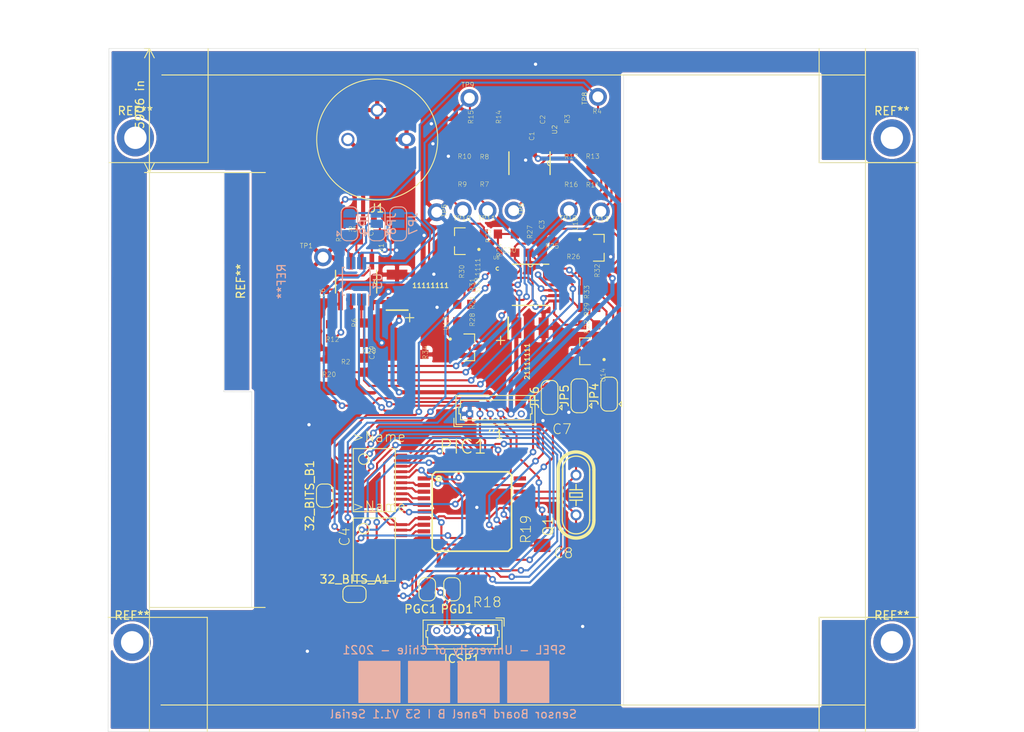
<source format=kicad_pcb>
(kicad_pcb (version 20171130) (host pcbnew "(5.1.2)-2")
  (layers (0 F.Cu signal) (31 B.Cu signal) (34 B.Paste user) (35 F.Paste user) (36 B.SilkS user) (37 F.SilkS user) (38 B.Mask user) (39 F.Mask user) (44 Edge.Cuts user))
  (net 0 "")
  (net 1 "Net-(C2-Pad1)")
  (net 2 /4V096)
  (net 3 /1IN-)
  (net 4 /2IN+)
  (net 5 /TO_COMP)
  (net 6 /0V5)
  (net 7 /0V02)
  (net 8 /VREF1)
  (net 9 /VREF3)
  (net 10 "Net-(R22-Pad2)")
  (net 11 "Net-(R23-Pad2)")
  (net 12 "Net-(R26-Pad2)")
  (net 13 /VREF2)
  (net 14 "Net-(R28-Pad2)")
  (net 15 /VREF4)
  (net 16 "Net-(R29-Pad2)")
  (net 17 "Net-(R31-Pad2)")
  (net 18 "Net-(R33-Pad2)")
  (net 19 /2IN-)
  (net 20 /5*2)
  (net 21 /1IN+)
  (net 22 /1OUT)
  (net 23 /2OUT)
  (net 24 GND)
  (net 25 "Net-(32_BITS_A1-Pad2)")
  (net 26 "Net-(32_BITS_A1-Pad1)")
  (net 27 "Net-(32_BITS_B1-Pad1)")
  (net 28 "Net-(32_BITS_B1-Pad2)")
  (net 29 "Net-(C7-Pad1)")
  (net 30 "Net-(C8-Pad1)")
  (net 31 "Net-(CONTA1-PadRCLK)")
  (net 32 "Net-(CONTA1-PadGBU)")
  (net 33 "Net-(CONTA1-PadGBL)")
  (net 34 "Net-(CONTA1-PadGAU)")
  (net 35 "Net-(CONTA1-PadGAL)")
  (net 36 "Net-(CONTA1-PadCCLR)")
  (net 37 "Net-(CONTA1-PadY7)")
  (net 38 "Net-(CONTA1-PadY6)")
  (net 39 "Net-(CONTA1-PadY5)")
  (net 40 "Net-(CONTA1-PadY4)")
  (net 41 "Net-(CONTA1-PadY3)")
  (net 42 "Net-(CONTA1-PadY2)")
  (net 43 "Net-(CONTA1-PadY1)")
  (net 44 "Net-(CONTA1-PadY0)")
  (net 45 "Net-(CONTB1-PadY0)")
  (net 46 "Net-(CONTB1-PadY1)")
  (net 47 "Net-(CONTB1-PadY2)")
  (net 48 "Net-(CONTB1-PadY3)")
  (net 49 "Net-(CONTB1-PadY5)")
  (net 50 "Net-(CONTB1-PadY6)")
  (net 51 "Net-(CONTB1-PadY7)")
  (net 52 "Net-(CONTB1-PadCCLR)")
  (net 53 "Net-(CONTB1-PadGAL)")
  (net 54 "Net-(CONTB1-PadGAU)")
  (net 55 "Net-(CONTB1-PadGBL)")
  (net 56 "Net-(CONTB1-PadGBU)")
  (net 57 "Net-(CONTB1-PadRCLK)")
  (net 58 "Net-(ICSP1-Pad1)")
  (net 59 "Net-(ICSP1-Pad4)")
  (net 60 "Net-(ICSP1-Pad6)")
  (net 61 "Net-(ICSP1-Pad5)")
  (net 62 "Net-(''1-Pad6)")
  (net 63 "Net-(CONTB1-PadY4)")
  (net 64 AGND)
  (net 65 /PIC/3V3)
  (net 66 COMP2)
  (net 67 COMP1)
  (net 68 COMP4)
  (net 69 COMP3)
  (net 70 /PIC/SCL)
  (net 71 /PIC/SDA)
  (net 72 E2)
  (net 73 E1)
  (net 74 E0)
  (net 75 5V0)
  (net 76 "Net-(31111111-Pad3)")
  (net 77 "Net-(31111111-Pad1)")
  (net 78 /PIC/A0)
  (net 79 /PIC/A1)
  (net 80 /PIC/A2)
  (net 81 "Net-(U3-Pad3)")
  (module SMD_CONTADOR_2:PW20_TSSOP (layer F.Cu) (at 44.1 64.2 270)
    (fp_text reference CONTB1 hide)
    (fp_text value 74LV8154 hide)
    (fp_text user >Name (at -4.524375 2.738437) (layer F.SilkS) (effects (font (size 1.2065 1.2065) (thickness 0.1016)) (justify left bottom)))
    (pad Y0 smd rect (at -2.3495 -3.175) (size 1.6 0.3575) (layers F.Cu F.Paste F.Mask) (net 45 "Net-(CONTB1-PadY0)"))
    (pad Y1 smd rect (at -1.68275 -3.175) (size 1.6 0.3575) (layers F.Cu F.Paste F.Mask) (net 46 "Net-(CONTB1-PadY1)"))
    (pad VCC smd rect (at -3.01625 -3.175) (size 1.6 0.3575) (layers F.Cu F.Paste F.Mask) (net 65 /PIC/3V3))
    (pad Y2 smd rect (at -1.016 -3.175) (size 1.6 0.3575) (layers F.Cu F.Paste F.Mask) (net 47 "Net-(CONTB1-PadY2)"))
    (pad Y3 smd rect (at -0.34925 -3.175) (size 1.6 0.3575) (layers F.Cu F.Paste F.Mask) (net 48 "Net-(CONTB1-PadY3)"))
    (pad Y4 smd rect (at 0.3175 -3.175) (size 1.6 0.3575) (layers F.Cu F.Paste F.Mask) (net 63 "Net-(CONTB1-PadY4)"))
    (pad Y5 smd rect (at 0.98425 -3.175) (size 1.6 0.3575) (layers F.Cu F.Paste F.Mask) (net 49 "Net-(CONTB1-PadY5)"))
    (pad Y6 smd rect (at 1.651 -3.175) (size 1.6 0.3575) (layers F.Cu F.Paste F.Mask) (net 50 "Net-(CONTB1-PadY6)"))
    (pad Y7 smd rect (at 2.31775 -3.175) (size 1.6 0.3575) (layers F.Cu F.Paste F.Mask) (net 51 "Net-(CONTB1-PadY7)"))
    (pad CCLR smd rect (at 2.9845 -3.175) (size 1.6 0.3575) (layers F.Cu F.Paste F.Mask) (net 52 "Net-(CONTB1-PadCCLR)"))
    (pad CLKA smd rect (at -3.01625 3.175) (size 1.6 0.3575) (layers F.Cu F.Paste F.Mask) (net 67 COMP1))
    (pad CLKB smd rect (at -2.3495 3.175) (size 1.6 0.3575) (layers F.Cu F.Paste F.Mask) (net 66 COMP2))
    (pad GAL smd rect (at -1.68275 3.175) (size 1.6 0.3575) (layers F.Cu F.Paste F.Mask) (net 53 "Net-(CONTB1-PadGAL)"))
    (pad GAU smd rect (at -1.016 3.175) (size 1.6 0.3575) (layers F.Cu F.Paste F.Mask) (net 54 "Net-(CONTB1-PadGAU)"))
    (pad GBL smd rect (at -0.34925 3.175) (size 1.6 0.3575) (layers F.Cu F.Paste F.Mask) (net 55 "Net-(CONTB1-PadGBL)"))
    (pad GBU smd rect (at 0.3175 3.175) (size 1.6 0.3575) (layers F.Cu F.Paste F.Mask) (net 56 "Net-(CONTB1-PadGBU)"))
    (pad RCLK smd rect (at 0.98425 3.175) (size 1.6 0.3575) (layers F.Cu F.Paste F.Mask) (net 57 "Net-(CONTB1-PadRCLK)"))
    (pad RCOA smd rect (at 1.651 3.175) (size 1.6 0.3575) (layers F.Cu F.Paste F.Mask) (net 28 "Net-(32_BITS_B1-Pad2)"))
    (pad CLKBEN smd rect (at 2.31775 3.175) (size 1.6 0.3575) (layers F.Cu F.Paste F.Mask) (net 27 "Net-(32_BITS_B1-Pad1)"))
    (pad GND smd rect (at 2.9845 3.175) (size 1.6 0.3575) (layers F.Cu F.Paste F.Mask) (net 24 GND))
  )
  (module SMD_CONTADOR_2:PW20_TSSOP (layer F.Cu) (at 44.1 72.6 270)
    (fp_text reference CONTA1 hide)
    (fp_text value 74LV8154 hide)
    (fp_text user >Name (at -4.524375 2.738437) (layer F.SilkS) (effects (font (size 1.2065 1.2065) (thickness 0.1016)) (justify left bottom)))
    (pad GND smd rect (at 2.9845 3.175) (size 1.6 0.3575) (layers F.Cu F.Paste F.Mask) (net 24 GND))
    (pad CLKBEN smd rect (at 2.31775 3.175) (size 1.6 0.3575) (layers F.Cu F.Paste F.Mask) (net 26 "Net-(32_BITS_A1-Pad1)"))
    (pad RCOA smd rect (at 1.651 3.175) (size 1.6 0.3575) (layers F.Cu F.Paste F.Mask) (net 25 "Net-(32_BITS_A1-Pad2)"))
    (pad RCLK smd rect (at 0.98425 3.175) (size 1.6 0.3575) (layers F.Cu F.Paste F.Mask) (net 31 "Net-(CONTA1-PadRCLK)"))
    (pad GBU smd rect (at 0.3175 3.175) (size 1.6 0.3575) (layers F.Cu F.Paste F.Mask) (net 32 "Net-(CONTA1-PadGBU)"))
    (pad GBL smd rect (at -0.34925 3.175) (size 1.6 0.3575) (layers F.Cu F.Paste F.Mask) (net 33 "Net-(CONTA1-PadGBL)"))
    (pad GAU smd rect (at -1.016 3.175) (size 1.6 0.3575) (layers F.Cu F.Paste F.Mask) (net 34 "Net-(CONTA1-PadGAU)"))
    (pad GAL smd rect (at -1.68275 3.175) (size 1.6 0.3575) (layers F.Cu F.Paste F.Mask) (net 35 "Net-(CONTA1-PadGAL)"))
    (pad CLKB smd rect (at -2.3495 3.175) (size 1.6 0.3575) (layers F.Cu F.Paste F.Mask) (net 68 COMP4))
    (pad CLKA smd rect (at -3.01625 3.175) (size 1.6 0.3575) (layers F.Cu F.Paste F.Mask) (net 69 COMP3))
    (pad CCLR smd rect (at 2.9845 -3.175) (size 1.6 0.3575) (layers F.Cu F.Paste F.Mask) (net 36 "Net-(CONTA1-PadCCLR)"))
    (pad Y7 smd rect (at 2.31775 -3.175) (size 1.6 0.3575) (layers F.Cu F.Paste F.Mask) (net 37 "Net-(CONTA1-PadY7)"))
    (pad Y6 smd rect (at 1.651 -3.175) (size 1.6 0.3575) (layers F.Cu F.Paste F.Mask) (net 38 "Net-(CONTA1-PadY6)"))
    (pad Y5 smd rect (at 0.98425 -3.175) (size 1.6 0.3575) (layers F.Cu F.Paste F.Mask) (net 39 "Net-(CONTA1-PadY5)"))
    (pad Y4 smd rect (at 0.3175 -3.175) (size 1.6 0.3575) (layers F.Cu F.Paste F.Mask) (net 40 "Net-(CONTA1-PadY4)"))
    (pad Y3 smd rect (at -0.34925 -3.175) (size 1.6 0.3575) (layers F.Cu F.Paste F.Mask) (net 41 "Net-(CONTA1-PadY3)"))
    (pad Y2 smd rect (at -1.016 -3.175) (size 1.6 0.3575) (layers F.Cu F.Paste F.Mask) (net 42 "Net-(CONTA1-PadY2)"))
    (pad VCC smd rect (at -3.01625 -3.175) (size 1.6 0.3575) (layers F.Cu F.Paste F.Mask) (net 65 /PIC/3V3))
    (pad Y1 smd rect (at -1.68275 -3.175) (size 1.6 0.3575) (layers F.Cu F.Paste F.Mask) (net 43 "Net-(CONTA1-PadY1)"))
    (pad Y0 smd rect (at -2.3495 -3.175) (size 1.6 0.3575) (layers F.Cu F.Paste F.Mask) (net 44 "Net-(CONTA1-PadY0)"))
  )
  (module PC_V1.2:R0603 (layer F.Cu) (at 54.81 20.53 180)
    (fp_text reference R15 (at -0.635 -0.635 90) (layer F.SilkS) (effects (font (size 0.57912 0.57912) (thickness 0.046329)) (justify left top)))
    (fp_text value 49.3 hide)
    (pad 2 smd rect (at 0.85 0 180) (size 1 1.1) (layers F.Cu F.Paste F.Mask) (net 24 GND))
    (pad 1 smd rect (at -0.85 0 180) (size 1 1.1) (layers F.Cu F.Paste F.Mask) (net 7 /0V02))
  )
  (module PC_V1.2:R0603 (layer F.Cu) (at 58.17 20.52 180)
    (fp_text reference R14 (at -0.635 -0.635 90) (layer F.SilkS) (effects (font (size 0.57912 0.57912) (thickness 0.046329)) (justify left top)))
    (fp_text value 10k hide)
    (pad 1 smd rect (at -0.85 0 180) (size 1 1.1) (layers F.Cu F.Paste F.Mask) (net 2 /4V096))
    (pad 2 smd rect (at 0.85 0 180) (size 1 1.1) (layers F.Cu F.Paste F.Mask) (net 7 /0V02))
  )
  (module PC_V1.2:SOT95P240X120-3N (layer F.Cu) (at 54.45 35.3 180)
    (fp_text reference 31111111 (at -2.5 -2 90) (layer F.SilkS) (effects (font (size 0.57912 0.57912) (thickness 0.046329)) (justify right bottom)))
    (fp_text value BSR14 hide)
    (pad 3 smd roundrect (at 1.1 0 180) (size 1.21 0.69) (layers F.Cu F.Paste F.Mask) (roundrect_rratio 0.125) (net 76 "Net-(31111111-Pad3)"))
    (pad 2 smd roundrect (at -1.1 0.95 180) (size 1.21 0.69) (layers F.Cu F.Paste F.Mask) (roundrect_rratio 0.125) (net 24 GND))
    (pad 1 smd roundrect (at -1.1 -0.95 180) (size 1.21 0.69) (layers F.Cu F.Paste F.Mask) (roundrect_rratio 0.125) (net 77 "Net-(31111111-Pad1)"))
  )
  (module PC_V1.2:SOT95P240X120-3N (layer F.Cu) (at 71.25 36.1)
    (fp_text reference U12 (at -2.5 -2 90) (layer F.SilkS) (effects (font (size 0.57912 0.57912) (thickness 0.046329)) (justify left bottom)))
    (fp_text value BSR14 hide)
    (pad 1 smd roundrect (at -1.1 -0.95) (size 1.21 0.69) (layers F.Cu F.Paste F.Mask) (roundrect_rratio 0.125) (net 12 "Net-(R26-Pad2)"))
    (pad 2 smd roundrect (at -1.1 0.95) (size 1.21 0.69) (layers F.Cu F.Paste F.Mask) (roundrect_rratio 0.125) (net 24 GND))
    (pad 3 smd roundrect (at 1.1 0) (size 1.21 0.69) (layers F.Cu F.Paste F.Mask) (roundrect_rratio 0.125) (net 10 "Net-(R22-Pad2)"))
  )
  (module PC_V1.2:R0603 (layer F.Cu) (at 54.98 40.84 180)
    (fp_text reference R31 (at -0.635 -0.635 90) (layer F.SilkS) (effects (font (size 0.57912 0.57912) (thickness 0.046329)) (justify left top)))
    (fp_text value 10k hide)
    (pad 1 smd rect (at -0.85 0 180) (size 1 1.1) (layers F.Cu F.Paste F.Mask) (net 66 COMP2))
    (pad 2 smd rect (at 0.85 0 180) (size 1 1.1) (layers F.Cu F.Paste F.Mask) (net 17 "Net-(R31-Pad2)"))
  )
  (module PC_V1.2:SOP65P640X110-14N (layer F.Cu) (at 63 40.58)
    (fp_text reference U6 (at -4.559331 -3.056531) (layer F.SilkS) (effects (font (size 0.38608 0.38608) (thickness 0.038608)) (justify left bottom)))
    (fp_text value LMV339IPWR hide)
    (pad 14 smd rect (at 2.8448 -1.9558 180) (size 1.4224 0.3556) (layers F.Cu F.Paste F.Mask) (net 69 COMP3))
    (pad 13 smd rect (at 2.8448 -1.2954 180) (size 1.4224 0.3556) (layers F.Cu F.Paste F.Mask) (net 68 COMP4))
    (pad 12 smd rect (at 2.8448 -0.6604 180) (size 1.4224 0.3556) (layers F.Cu F.Paste F.Mask) (net 24 GND))
    (pad 11 smd rect (at 2.8448 0 180) (size 1.4224 0.3556) (layers F.Cu F.Paste F.Mask) (net 5 /TO_COMP))
    (pad 10 smd rect (at 2.8448 0.6604 180) (size 1.4224 0.3556) (layers F.Cu F.Paste F.Mask) (net 15 /VREF4))
    (pad 9 smd rect (at 2.8448 1.2954 180) (size 1.4224 0.3556) (layers F.Cu F.Paste F.Mask) (net 5 /TO_COMP))
    (pad 8 smd rect (at 2.8448 1.9558 180) (size 1.4224 0.3556) (layers F.Cu F.Paste F.Mask) (net 9 /VREF3))
    (pad 7 smd rect (at -2.8448 1.9558) (size 1.4224 0.3556) (layers F.Cu F.Paste F.Mask) (net 5 /TO_COMP))
    (pad 6 smd rect (at -2.8448 1.2954) (size 1.4224 0.3556) (layers F.Cu F.Paste F.Mask) (net 13 /VREF2))
    (pad 5 smd rect (at -2.8448 0.6604) (size 1.4224 0.3556) (layers F.Cu F.Paste F.Mask) (net 5 /TO_COMP))
    (pad 4 smd rect (at -2.8448 0) (size 1.4224 0.3556) (layers F.Cu F.Paste F.Mask) (net 8 /VREF1))
    (pad 3 smd rect (at -2.8448 -0.6604) (size 1.4224 0.3556) (layers F.Cu F.Paste F.Mask) (net 75 5V0))
    (pad 2 smd rect (at -2.8448 -1.2954) (size 1.4224 0.3556) (layers F.Cu F.Paste F.Mask) (net 67 COMP1))
    (pad 1 smd rect (at -2.8448 -1.9558) (size 1.4224 0.3556) (layers F.Cu F.Paste F.Mask) (net 66 COMP2))
  )
  (module PC_V1.2:C0402 (layer F.Cu) (at 64.17 19.37 180)
    (fp_text reference C2 (at -0.635 -0.635 90) (layer F.SilkS) (effects (font (size 0.57912 0.57912) (thickness 0.046329)) (justify right bottom)))
    (fp_text value CP1 hide)
    (pad 2 smd rect (at 0.65 0 180) (size 0.7 0.9) (layers F.Cu F.Paste F.Mask) (net 24 GND))
    (pad 1 smd rect (at -0.65 0 180) (size 0.7 0.9) (layers F.Cu F.Paste F.Mask) (net 1 "Net-(C2-Pad1)"))
  )
  (module PC_V1.2:C0402 (layer F.Cu) (at 62.85 21.36 180)
    (fp_text reference C1 (at -0.635 -0.635 90) (layer F.SilkS) (effects (font (size 0.57912 0.57912) (thickness 0.046329)) (justify right bottom)))
    (fp_text value 0.1u hide)
    (pad 1 smd rect (at -0.65 0 180) (size 0.7 0.9) (layers F.Cu F.Paste F.Mask) (net 75 5V0))
    (pad 2 smd rect (at 0.65 0 180) (size 0.7 0.9) (layers F.Cu F.Paste F.Mask) (net 24 GND))
  )
  (module PC_V1.2:SOIC127P600X175-8N (layer F.Cu) (at 62.87 25.87 270)
    (fp_text reference U2 (at -4.682559 -3.384668 90) (layer F.SilkS) (effects (font (size 0.57912 0.57912) (thickness 0.057912)) (justify right bottom)))
    (fp_text value MAX6126AASA41 hide)
    (pad 1 smd rect (at -2.4638 -1.905 270) (size 1.9812 0.5588) (layers F.Cu F.Paste F.Mask) (net 1 "Net-(C2-Pad1)"))
    (pad 2 smd rect (at -2.4638 -0.635 270) (size 1.9812 0.5588) (layers F.Cu F.Paste F.Mask) (net 75 5V0))
    (pad 3 smd rect (at -2.4638 0.635 270) (size 1.9812 0.5588) (layers F.Cu F.Paste F.Mask) (net 24 GND))
    (pad 4 smd rect (at -2.4638 1.905 270) (size 1.9812 0.5588) (layers F.Cu F.Paste F.Mask) (net 24 GND))
    (pad 5 smd rect (at 2.4638 1.905 270) (size 1.9812 0.5588) (layers F.Cu F.Paste F.Mask) (net 20 /5*2))
    (pad 6 smd rect (at 2.4638 0.635 270) (size 1.9812 0.5588) (layers F.Cu F.Paste F.Mask) (net 2 /4V096))
    (pad 7 smd rect (at 2.4638 -0.635 270) (size 1.9812 0.5588) (layers F.Cu F.Paste F.Mask) (net 2 /4V096))
    (pad 8 smd rect (at 2.4638 -1.905 270) (size 1.9812 0.5588) (layers F.Cu F.Paste F.Mask) (net 20 /5*2))
  )
  (module PC_V1.2:P1-13 (layer F.Cu) (at 55.6 18)
    (fp_text reference TP9 (at -1.016 -1.27) (layer F.SilkS) (effects (font (size 0.57912 0.57912) (thickness 0.057912)) (justify left bottom)))
    (fp_text value PTR1PAD1-13)
    (pad TP thru_hole circle (at 0 0) (size 2.159 2.159) (drill 1.3208) (layers *.Cu *.Mask) (net 7 /0V02))
  )
  (module L86:pad (layer B.Cu) (at 32.38 40.17 270)
    (fp_text reference REF** (at 0 -0.5 270) (layer B.SilkS) (effects (justify mirror)))
    (fp_text value pad)
    (pad 1 smd rect (at 0 4.9 270) (size 26.3 3) (layers B.Cu B.Paste B.Mask))
  )
  (module L86:pad (layer F.Cu) (at 27.45 40.16 90)
    (fp_text reference REF** (at 0 0.5 90) (layer F.SilkS))
    (fp_text value pad)
    (pad 1 smd rect (at 0 0.03 90) (size 26.3 3) (layers F.Cu F.Paste F.Mask))
  )
  (module Mounting_Holes:MountingHole_2.7mm_M2.5_ISO14580_Pad (layer F.Cu) (at 106.7 83.81)
    (fp_text reference REF** (at 0 -3.25) (layer F.SilkS))
    (fp_text value MountingHole_2.7mm_M2.5_ISO14580_Pad)
    (pad 1 thru_hole circle (at 0 0) (size 4.5 4.5) (drill 2.7) (layers *.Cu *.Mask))
  )
  (module Mounting_Holes:MountingHole_2.7mm_M2.5_ISO14580_Pad (layer F.Cu) (at 106.7 22.81)
    (fp_text reference REF** (at 0 -3.25) (layer F.SilkS))
    (fp_text value MountingHole_2.7mm_M2.5_ISO14580_Pad)
    (pad 1 thru_hole circle (at 0 0) (size 4.5 4.5) (drill 2.7) (layers *.Cu *.Mask))
  )
  (module Mounting_Holes:MountingHole_2.7mm_M2.5_ISO14580_Pad (layer F.Cu) (at 15.2 22.8)
    (fp_text reference REF** (at 0 -3.25) (layer F.SilkS))
    (fp_text value MountingHole_2.7mm_M2.5_ISO14580_Pad)
    (pad 1 thru_hole circle (at 0 0) (size 4.5 4.5) (drill 2.7) (layers *.Cu *.Mask))
  )
  (module Mounting_Holes:MountingHole_2.7mm_M2.5_ISO14580_Pad (layer F.Cu) (at 14.81 83.82)
    (fp_text reference REF** (at 0 -3.25) (layer F.SilkS))
    (fp_text value MountingHole_2.7mm_M2.5_ISO14580_Pad)
    (pad 1 thru_hole circle (at 0 0) (size 4.5 4.5) (drill 2.7) (layers *.Cu *.Mask))
  )
  (module PC_V1.2:EIA3528 (layer F.Cu) (at 46.85 41 270)
    (fp_text reference 11111111 (at 0 -1.778) (layer F.SilkS) (effects (font (size 0.57912 0.57912) (thickness 0.115824)) (justify left bottom)))
    (fp_text value TR3 hide)
    (pad A smd rect (at 1.65 0) (size 2.5 1.2) (layers F.Cu F.Paste F.Mask) (net 75 5V0))
    (pad C smd rect (at -1.65 0) (size 2.5 1.2) (layers F.Cu F.Paste F.Mask) (net 64 AGND))
  )
  (module PC_V1.2:EIA3528 (layer F.Cu) (at 62.93 45.78 180)
    (fp_text reference 21111111 (at 0 -1.778 90) (layer F.SilkS) (effects (font (size 0.57912 0.57912) (thickness 0.115824)) (justify right bottom)))
    (fp_text value TR3 hide)
    (pad A smd rect (at 1.65 0 270) (size 2.5 1.2) (layers F.Cu F.Paste F.Mask) (net 75 5V0))
    (pad C smd rect (at -1.65 0 270) (size 2.5 1.2) (layers F.Cu F.Paste F.Mask) (net 24 GND))
  )
  (module PC_V1.2:C0402 (layer F.Cu) (at 64.07 32.07 180)
    (fp_text reference C3 (at -0.635 -0.635 90) (layer F.SilkS) (effects (font (size 0.57912 0.57912) (thickness 0.046329)) (justify right bottom)))
    (fp_text value 0.1u hide)
    (pad 1 smd rect (at -0.65 0 180) (size 0.7 0.9) (layers F.Cu F.Paste F.Mask) (net 2 /4V096))
    (pad 2 smd rect (at 0.65 0 180) (size 0.7 0.9) (layers F.Cu F.Paste F.Mask) (net 24 GND))
  )
  (module PC_V1.2:C0402 (layer F.Cu) (at 43.4 32.9 180)
    (fp_text reference C5 (at -0.635 -0.635 90) (layer F.SilkS) (effects (font (size 0.57912 0.57912) (thickness 0.046329)) (justify right bottom)))
    (fp_text value 1pF hide)
    (pad 2 smd rect (at 0.65 0 180) (size 0.7 0.9) (layers F.Cu F.Paste F.Mask) (net 3 /1IN-))
    (pad 1 smd rect (at -0.65 0 180) (size 0.7 0.9) (layers F.Cu F.Paste F.Mask) (net 22 /1OUT))
  )
  (module PC_V1.2:C0603 (layer F.Cu) (at 38.15 40.3 90)
    (fp_text reference C6 (at -0.635 -0.635 90) (layer F.SilkS) (effects (font (size 0.57912 0.57912) (thickness 0.046329)) (justify right top)))
    (fp_text value 1000pF hide)
    (pad 2 smd rect (at 0.85 0 90) (size 1.1 1) (layers F.Cu F.Paste F.Mask) (net 22 /1OUT))
    (pad 1 smd rect (at -0.85 0 90) (size 1.1 1) (layers F.Cu F.Paste F.Mask) (net 4 /2IN+))
  )
  (module PC_V1.2:C0603 (layer F.Cu) (at 42 47.6 180)
    (fp_text reference C28 (at -0.635 -0.635) (layer F.SilkS) (effects (font (size 0.57912 0.57912) (thickness 0.046329)) (justify left top)))
    (fp_text value 10pF hide)
    (pad 1 smd rect (at -0.85 0 180) (size 1.1 1) (layers F.Cu F.Paste F.Mask) (net 23 /2OUT))
    (pad 2 smd rect (at 0.85 0 180) (size 1.1 1) (layers F.Cu F.Paste F.Mask) (net 19 /2IN-))
  )
  (module PC_V1.2:C0603 (layer F.Cu) (at 42.85 50.3 270)
    (fp_text reference C29 (at -0.635 -0.635 90) (layer F.SilkS) (effects (font (size 0.57912 0.57912) (thickness 0.046329)) (justify left top)))
    (fp_text value 1000pF hide)
    (pad 2 smd rect (at 0.85 0 270) (size 1.1 1) (layers F.Cu F.Paste F.Mask) (net 5 /TO_COMP))
    (pad 1 smd rect (at -0.85 0 270) (size 1.1 1) (layers F.Cu F.Paste F.Mask) (net 23 /2OUT))
  )
  (module PC_V1.2:C0603 (layer F.Cu) (at 61.95 36.7)
    (fp_text reference C30 (at -0.635 -0.635) (layer F.SilkS) (effects (font (size 0.57912 0.57912) (thickness 0.046329)) (justify right top)))
    (fp_text value 5pF hide)
    (pad 2 smd rect (at 0.85 0) (size 1.1 1) (layers F.Cu F.Paste F.Mask) (net 24 GND))
    (pad 1 smd rect (at -0.85 0) (size 1.1 1) (layers F.Cu F.Paste F.Mask) (net 67 COMP1))
  )
  (module PC_V1.2:R0603 (layer F.Cu) (at 38.85 34.8 180)
    (fp_text reference R1 (at -0.635 -0.635 90) (layer F.SilkS) (effects (font (size 0.57912 0.57912) (thickness 0.046329)) (justify left top)))
    (fp_text value 100k hide)
    (pad 2 smd rect (at 0.85 0 180) (size 1 1.1) (layers F.Cu F.Paste F.Mask) (net 6 /0V5))
    (pad 1 smd rect (at -0.85 0 180) (size 1 1.1) (layers F.Cu F.Paste F.Mask) (net 21 /1IN+))
  )
  (module PC_V1.2:R0402 (layer F.Cu) (at 40.6 49.6 180)
    (fp_text reference R2 (at -0.635 -0.635) (layer F.SilkS) (effects (font (size 0.57912 0.57912) (thickness 0.046329)) (justify right bottom)))
    (fp_text value 5K hide)
    (pad 1 smd rect (at -0.5 0 180) (size 0.6 0.7) (layers F.Cu F.Paste F.Mask) (net 19 /2IN-))
    (pad 2 smd rect (at 0.5 0 180) (size 0.6 0.7) (layers F.Cu F.Paste F.Mask) (net 64 AGND))
  )
  (module PC_V1.2:R0603 (layer F.Cu) (at 67.74 20.56)
    (fp_text reference R3 (at -0.635 -0.635 90) (layer F.SilkS) (effects (font (size 0.57912 0.57912) (thickness 0.046329)) (justify right top)))
    (fp_text value 10k hide)
    (pad 1 smd rect (at -0.85 0) (size 1 1.1) (layers F.Cu F.Paste F.Mask) (net 2 /4V096))
    (pad 2 smd rect (at 0.85 0) (size 1 1.1) (layers F.Cu F.Paste F.Mask) (net 6 /0V5))
  )
  (module PC_V1.2:R0402 (layer F.Cu) (at 71.09 20.58)
    (fp_text reference R4 (at -0.635 -0.635) (layer F.SilkS) (effects (font (size 0.57912 0.57912) (thickness 0.046329)) (justify left bottom)))
    (fp_text value 1.4k hide)
    (pad 2 smd rect (at 0.5 0) (size 0.6 0.7) (layers F.Cu F.Paste F.Mask) (net 24 GND))
    (pad 1 smd rect (at -0.5 0) (size 0.6 0.7) (layers F.Cu F.Paste F.Mask) (net 6 /0V5))
  )
  (module PC_V1.2:R1206 (layer F.Cu) (at 43.35 34.8)
    (fp_text reference R5 (at -1.27 -1.27 180) (layer F.SilkS) (effects (font (size 0.57912 0.57912) (thickness 0.046329)) (justify right top)))
    (fp_text value 7.5M hide)
    (pad 2 smd rect (at 1.422 0) (size 1.6 1.803) (layers F.Cu F.Paste F.Mask) (net 22 /1OUT))
    (pad 1 smd rect (at -1.422 0) (size 1.6 1.803) (layers F.Cu F.Paste F.Mask) (net 3 /1IN-))
  )
  (module PC_V1.2:R0603 (layer F.Cu) (at 42 45.2)
    (fp_text reference R6 (at -0.635 -0.635 90) (layer F.SilkS) (effects (font (size 0.57912 0.57912) (thickness 0.046329)) (justify right top)))
    (fp_text value 200K hide)
    (pad 2 smd rect (at 0.85 0) (size 1 1.1) (layers F.Cu F.Paste F.Mask) (net 23 /2OUT))
    (pad 1 smd rect (at -0.85 0) (size 1 1.1) (layers F.Cu F.Paste F.Mask) (net 19 /2IN-))
  )
  (module PC_V1.2:R0603 (layer F.Cu) (at 38.8 46.2 90)
    (fp_text reference R12 (at -0.635 -0.635) (layer F.SilkS) (effects (font (size 0.57912 0.57912) (thickness 0.046329)) (justify left top)))
    (fp_text value 100k hide)
    (pad 1 smd rect (at -0.85 0 90) (size 1 1.1) (layers F.Cu F.Paste F.Mask) (net 7 /0V02))
    (pad 2 smd rect (at 0.85 0 90) (size 1 1.1) (layers F.Cu F.Paste F.Mask) (net 4 /2IN+))
  )
  (module PC_V1.2:R0603 (layer F.Cu) (at 38.4 50.45 90)
    (fp_text reference R20 (at -0.635 -0.635) (layer F.SilkS) (effects (font (size 0.57912 0.57912) (thickness 0.046329)) (justify left top)))
    (fp_text value 100k hide)
    (pad 2 smd rect (at 0.85 0 90) (size 1 1.1) (layers F.Cu F.Paste F.Mask) (net 64 AGND))
    (pad 1 smd rect (at -0.85 0 90) (size 1 1.1) (layers F.Cu F.Paste F.Mask) (net 5 /TO_COMP))
  )
  (module PC_V1.2:R0603 (layer F.Cu) (at 54.98 42.94 180)
    (fp_text reference R21 (at -0.635 -0.635 90) (layer F.SilkS) (effects (font (size 0.57912 0.57912) (thickness 0.046329)) (justify left top)))
    (fp_text value 237 hide)
    (pad 2 smd rect (at 0.85 0 180) (size 1 1.1) (layers F.Cu F.Paste F.Mask) (net 76 "Net-(31111111-Pad3)"))
    (pad 1 smd rect (at -0.85 0 180) (size 1 1.1) (layers F.Cu F.Paste F.Mask) (net 8 /VREF1))
  )
  (module PC_V1.2:R0603 (layer F.Cu) (at 70.09 45.42)
    (fp_text reference R22 (at -0.635 -0.635 90) (layer F.SilkS) (effects (font (size 0.57912 0.57912) (thickness 0.046329)) (justify right top)))
    (fp_text value 237 hide)
    (pad 2 smd rect (at 0.85 0) (size 1 1.1) (layers F.Cu F.Paste F.Mask) (net 10 "Net-(R22-Pad2)"))
    (pad 1 smd rect (at -0.85 0) (size 1 1.1) (layers F.Cu F.Paste F.Mask) (net 9 /VREF3))
  )
  (module PC_V1.2:R0603 (layer F.Cu) (at 58.2 34.44)
    (fp_text reference R23 (at -0.635 -0.635 90) (layer F.SilkS) (effects (font (size 0.57912 0.57912) (thickness 0.046329)) (justify right top)))
    (fp_text value 3k hide)
    (pad 2 smd rect (at 0.85 0) (size 1 1.1) (layers F.Cu F.Paste F.Mask) (net 11 "Net-(R23-Pad2)"))
    (pad 1 smd rect (at -0.85 0) (size 1 1.1) (layers F.Cu F.Paste F.Mask) (net 75 5V0))
  )
  (module PC_V1.2:R0603 (layer F.Cu) (at 58.26 36.63 180)
    (fp_text reference R24 (at -0.635 -0.635 90) (layer F.SilkS) (effects (font (size 0.57912 0.57912) (thickness 0.046329)) (justify left top)))
    (fp_text value 10k hide)
    (pad 1 smd rect (at -0.85 0 180) (size 1 1.1) (layers F.Cu F.Paste F.Mask) (net 11 "Net-(R23-Pad2)"))
    (pad 2 smd rect (at 0.85 0 180) (size 1 1.1) (layers F.Cu F.Paste F.Mask) (net 77 "Net-(31111111-Pad1)"))
  )
  (module PC_V1.2:R0603 (layer F.Cu) (at 65.85 36.2 270)
    (fp_text reference R25 (at -0.635 -0.635) (layer F.SilkS) (effects (font (size 0.57912 0.57912) (thickness 0.046329)) (justify right top)))
    (fp_text value 3k hide)
    (pad 1 smd rect (at -0.85 0 270) (size 1 1.1) (layers F.Cu F.Paste F.Mask) (net 75 5V0))
    (pad 2 smd rect (at 0.85 0 270) (size 1 1.1) (layers F.Cu F.Paste F.Mask) (net 69 COMP3))
  )
  (module PC_V1.2:R0603 (layer F.Cu) (at 67.95 36.2 90)
    (fp_text reference R26 (at -0.635 -0.635) (layer F.SilkS) (effects (font (size 0.57912 0.57912) (thickness 0.046329)) (justify left top)))
    (fp_text value 10k hide)
    (pad 1 smd rect (at -0.85 0 90) (size 1 1.1) (layers F.Cu F.Paste F.Mask) (net 69 COMP3))
    (pad 2 smd rect (at 0.85 0 90) (size 1 1.1) (layers F.Cu F.Paste F.Mask) (net 12 "Net-(R26-Pad2)"))
  )
  (module PC_V1.2:R0603 (layer F.Cu) (at 61.95 34.43 180)
    (fp_text reference R27 (at -0.635 -0.635 90) (layer F.SilkS) (effects (font (size 0.57912 0.57912) (thickness 0.046329)) (justify left top)))
    (fp_text value 50k hide)
    (pad 1 smd rect (at -0.85 0 180) (size 1 1.1) (layers F.Cu F.Paste F.Mask) (net 67 COMP1))
    (pad 2 smd rect (at 0.85 0 180) (size 1 1.1) (layers F.Cu F.Paste F.Mask) (net 11 "Net-(R23-Pad2)"))
  )
  (module PC_V1.2:R0603 (layer F.Cu) (at 54.98 45.04 180)
    (fp_text reference R28 (at -0.635 -0.635 90) (layer F.SilkS) (effects (font (size 0.57912 0.57912) (thickness 0.046329)) (justify left top)))
    (fp_text value 237 hide)
    (pad 2 smd rect (at 0.85 0 180) (size 1 1.1) (layers F.Cu F.Paste F.Mask) (net 14 "Net-(R28-Pad2)"))
    (pad 1 smd rect (at -0.85 0 180) (size 1 1.1) (layers F.Cu F.Paste F.Mask) (net 13 /VREF2))
  )
  (module PC_V1.2:R0603 (layer F.Cu) (at 70.09 43.32)
    (fp_text reference R29 (at -0.635 -0.635 90) (layer F.SilkS) (effects (font (size 0.57912 0.57912) (thickness 0.046329)) (justify right top)))
    (fp_text value 237 hide)
    (pad 2 smd rect (at 0.85 0) (size 1 1.1) (layers F.Cu F.Paste F.Mask) (net 16 "Net-(R29-Pad2)"))
    (pad 1 smd rect (at -0.85 0) (size 1 1.1) (layers F.Cu F.Paste F.Mask) (net 15 /VREF4))
  )
  (module PC_V1.2:R0603 (layer F.Cu) (at 54.98 38.74)
    (fp_text reference R30 (at -0.635 -0.635 90) (layer F.SilkS) (effects (font (size 0.57912 0.57912) (thickness 0.046329)) (justify right top)))
    (fp_text value 3k hide)
    (pad 2 smd rect (at 0.85 0) (size 1 1.1) (layers F.Cu F.Paste F.Mask) (net 66 COMP2))
    (pad 1 smd rect (at -0.85 0) (size 1 1.1) (layers F.Cu F.Paste F.Mask) (net 75 5V0))
  )
  (module PC_V1.2:R0603 (layer F.Cu) (at 70.09 39.11 180)
    (fp_text reference R32 (at -0.635 -0.635 90) (layer F.SilkS) (effects (font (size 0.57912 0.57912) (thickness 0.046329)) (justify left top)))
    (fp_text value 3k hide)
    (pad 2 smd rect (at 0.85 0 180) (size 1 1.1) (layers F.Cu F.Paste F.Mask) (net 68 COMP4))
    (pad 1 smd rect (at -0.85 0 180) (size 1 1.1) (layers F.Cu F.Paste F.Mask) (net 75 5V0))
  )
  (module PC_V1.2:R0603 (layer F.Cu) (at 70.09 41.22)
    (fp_text reference R33 (at -0.635 -0.635 90) (layer F.SilkS) (effects (font (size 0.57912 0.57912) (thickness 0.046329)) (justify right top)))
    (fp_text value 10k hide)
    (pad 1 smd rect (at -0.85 0) (size 1 1.1) (layers F.Cu F.Paste F.Mask) (net 68 COMP4))
    (pad 2 smd rect (at 0.85 0) (size 1 1.1) (layers F.Cu F.Paste F.Mask) (net 18 "Net-(R33-Pad2)"))
  )
  (module PC_V1.2:P1-13 (layer F.Cu) (at 51.65 31.8 270)
    (fp_text reference TP5 (at -1.016 -1.27 90) (layer F.SilkS) (effects (font (size 0.57912 0.57912) (thickness 0.057912)) (justify right bottom)))
    (fp_text value PTR1B1,27)
    (pad TP thru_hole circle (at 0 0 270) (size 2.159 2.159) (drill 1.3208) (layers *.Cu *.Mask) (net 24 GND))
  )
  (module PC_V1.2:P1-13 (layer F.Cu) (at 60.95 31.6 270)
    (fp_text reference TP6 (at -1.016 -1.27 90) (layer F.SilkS) (effects (font (size 0.57912 0.57912) (thickness 0.057912)) (justify right bottom)))
    (fp_text value PTR1PAD1-13)
    (pad TP thru_hole circle (at 0 0 270) (size 2.159 2.159) (drill 1.3208) (layers *.Cu *.Mask) (net 2 /4V096))
  )
  (module PC_V1.2:P1-13 (layer F.Cu) (at 71.15 17.85 90)
    (fp_text reference TP8 (at -1.016 -1.27 90) (layer F.SilkS) (effects (font (size 0.57912 0.57912) (thickness 0.057912)) (justify left bottom)))
    (fp_text value PTR1PAD1-13)
    (pad TP thru_hole circle (at 0 0 90) (size 2.159 2.159) (drill 1.3208) (layers *.Cu *.Mask) (net 6 /0V5))
  )
  (module PC_V1.2:P1-13 (layer F.Cu) (at 54.8 31.6 180)
    (fp_text reference TP10 (at -1.016 -1.27) (layer F.SilkS) (effects (font (size 0.57912 0.57912) (thickness 0.057912)) (justify right bottom)))
    (fp_text value PTR1PAD1-13)
    (pad TP thru_hole circle (at 0 0 180) (size 2.159 2.159) (drill 1.3208) (layers *.Cu *.Mask) (net 8 /VREF1))
  )
  (module PC_V1.2:P1-13 (layer F.Cu) (at 57.8 31.6 180)
    (fp_text reference TP11 (at -1.016 -1.27) (layer F.SilkS) (effects (font (size 0.57912 0.57912) (thickness 0.057912)) (justify right bottom)))
    (fp_text value PTR1PAD1-13)
    (pad TP thru_hole circle (at 0 0 180) (size 2.159 2.159) (drill 1.3208) (layers *.Cu *.Mask) (net 13 /VREF2))
  )
  (module PC_V1.2:P1-13 (layer F.Cu) (at 67.65 31.6 180)
    (fp_text reference TP12 (at -1.016 -1.27) (layer F.SilkS) (effects (font (size 0.57912 0.57912) (thickness 0.057912)) (justify right bottom)))
    (fp_text value PTR1PAD1-13)
    (pad TP thru_hole circle (at 0 0 180) (size 2.159 2.159) (drill 1.3208) (layers *.Cu *.Mask) (net 9 /VREF3))
  )
  (module PC_V1.2:P1-13 (layer F.Cu) (at 71.5 31.7 180)
    (fp_text reference TP13 (at -1.016 -1.27) (layer F.SilkS) (effects (font (size 0.57912 0.57912) (thickness 0.057912)) (justify right bottom)))
    (fp_text value PTR1PAD1-13)
    (pad TP thru_hole circle (at 0 0 180) (size 2.159 2.159) (drill 1.3208) (layers *.Cu *.Mask) (net 15 /VREF4))
  )
  (module PC_V1.2:SOIC127P600X175-8N (layer F.Cu) (at 41.9 40.2 270)
    (fp_text reference U1 (at -4.682559 -3.384668 90) (layer F.SilkS) (effects (font (size 0.57912 0.57912) (thickness 0.057912)) (justify right bottom)))
    (fp_text value TLC072IDR hide)
    (pad 8 smd rect (at 2.4638 -1.905 270) (size 1.9812 0.5588) (layers F.Cu F.Paste F.Mask) (net 75 5V0))
    (pad 7 smd rect (at 2.4638 -0.635 270) (size 1.9812 0.5588) (layers F.Cu F.Paste F.Mask) (net 23 /2OUT))
    (pad 6 smd rect (at 2.4638 0.635 270) (size 1.9812 0.5588) (layers F.Cu F.Paste F.Mask) (net 19 /2IN-))
    (pad 5 smd rect (at 2.4638 1.905 270) (size 1.9812 0.5588) (layers F.Cu F.Paste F.Mask) (net 4 /2IN+))
    (pad 4 smd rect (at -2.4638 1.905 270) (size 1.9812 0.5588) (layers F.Cu F.Paste F.Mask) (net 64 AGND))
    (pad 3 smd rect (at -2.4638 0.635 270) (size 1.9812 0.5588) (layers F.Cu F.Paste F.Mask) (net 21 /1IN+))
    (pad 2 smd rect (at -2.4638 -0.635 270) (size 1.9812 0.5588) (layers F.Cu F.Paste F.Mask) (net 3 /1IN-))
    (pad 1 smd rect (at -2.4638 -1.905 270) (size 1.9812 0.5588) (layers F.Cu F.Paste F.Mask) (net 22 /1OUT))
  )
  (module PC_V1.2:SOT95P240X120-3N (layer F.Cu) (at 55.58 48.14)
    (fp_text reference U13 (at -2.5 -2 90) (layer F.SilkS) (effects (font (size 0.57912 0.57912) (thickness 0.046329)) (justify left bottom)))
    (fp_text value BSR14 hide)
    (pad 1 smd roundrect (at -1.1 -0.95) (size 1.21 0.69) (layers F.Cu F.Paste F.Mask) (roundrect_rratio 0.125) (net 17 "Net-(R31-Pad2)"))
    (pad 2 smd roundrect (at -1.1 0.95) (size 1.21 0.69) (layers F.Cu F.Paste F.Mask) (roundrect_rratio 0.125) (net 24 GND))
    (pad 3 smd roundrect (at 1.1 0) (size 1.21 0.69) (layers F.Cu F.Paste F.Mask) (roundrect_rratio 0.125) (net 14 "Net-(R28-Pad2)"))
  )
  (module PC_V1.2:SOT95P240X120-3N (layer F.Cu) (at 69.59 48.62 180)
    (fp_text reference U14 (at -2.5 -2 90) (layer F.SilkS) (effects (font (size 0.57912 0.57912) (thickness 0.046329)) (justify right bottom)))
    (fp_text value BSR14 hide)
    (pad 3 smd roundrect (at 1.1 0 180) (size 1.21 0.69) (layers F.Cu F.Paste F.Mask) (roundrect_rratio 0.125) (net 16 "Net-(R29-Pad2)"))
    (pad 2 smd roundrect (at -1.1 0.95 180) (size 1.21 0.69) (layers F.Cu F.Paste F.Mask) (roundrect_rratio 0.125) (net 24 GND))
    (pad 1 smd roundrect (at -1.1 -0.95 180) (size 1.21 0.69) (layers F.Cu F.Paste F.Mask) (roundrect_rratio 0.125) (net 18 "Net-(R33-Pad2)"))
  )
  (module PC_V1.2:P1-13 (layer F.Cu) (at 37.9 37.25)
    (fp_text reference TP1 (at -2.85 -1.05) (layer F.SilkS) (effects (font (size 0.57912 0.57912) (thickness 0.057912)) (justify left bottom)))
    (fp_text value PTR1B1,27)
    (pad TP thru_hole circle (at 0 0) (size 2.159 2.159) (drill 1.3208) (layers *.Cu *.Mask) (net 64 AGND))
  )
  (module PC_V1.2:R0603 (layer F.Cu) (at 57.46 27.45 90)
    (fp_text reference R7 (at -0.635 -0.635) (layer F.SilkS) (effects (font (size 0.57912 0.57912) (thickness 0.046329)) (justify left top)))
    (fp_text value 10k hide)
    (pad 1 smd rect (at -0.85 0 90) (size 1 1.1) (layers F.Cu F.Paste F.Mask) (net 2 /4V096))
    (pad 2 smd rect (at 0.85 0 90) (size 1 1.1) (layers F.Cu F.Paste F.Mask) (net 8 /VREF1))
  )
  (module PC_V1.2:R0603 (layer F.Cu) (at 57.46 24.13 90)
    (fp_text reference R8 (at -0.635 -0.635) (layer F.SilkS) (effects (font (size 0.57912 0.57912) (thickness 0.046329)) (justify left top)))
    (fp_text value 10k hide)
    (pad 2 smd rect (at 0.85 0 90) (size 1 1.1) (layers F.Cu F.Paste F.Mask) (net 24 GND))
    (pad 1 smd rect (at -0.85 0 90) (size 1 1.1) (layers F.Cu F.Paste F.Mask) (net 8 /VREF1))
  )
  (module PC_V1.2:R0603 (layer F.Cu) (at 54.78 27.45 90)
    (fp_text reference R9 (at -0.635 -0.635) (layer F.SilkS) (effects (font (size 0.57912 0.57912) (thickness 0.046329)) (justify left top)))
    (fp_text value 10k hide)
    (pad 1 smd rect (at -0.85 0 90) (size 1 1.1) (layers F.Cu F.Paste F.Mask) (net 2 /4V096))
    (pad 2 smd rect (at 0.85 0 90) (size 1 1.1) (layers F.Cu F.Paste F.Mask) (net 13 /VREF2))
  )
  (module PC_V1.2:R0603 (layer F.Cu) (at 54.78 24.07 90)
    (fp_text reference R10 (at -0.635 -0.635) (layer F.SilkS) (effects (font (size 0.57912 0.57912) (thickness 0.046329)) (justify left top)))
    (fp_text value 10k hide)
    (pad 2 smd rect (at 0.85 0 90) (size 1 1.1) (layers F.Cu F.Paste F.Mask) (net 24 GND))
    (pad 1 smd rect (at -0.85 0 90) (size 1 1.1) (layers F.Cu F.Paste F.Mask) (net 13 /VREF2))
  )
  (module PC_V1.2:R0603 (layer F.Cu) (at 70.29 27.52 90)
    (fp_text reference R11 (at -0.635 -0.635) (layer F.SilkS) (effects (font (size 0.57912 0.57912) (thickness 0.046329)) (justify left top)))
    (fp_text value 10k hide)
    (pad 1 smd rect (at -0.85 0 90) (size 1 1.1) (layers F.Cu F.Paste F.Mask) (net 2 /4V096))
    (pad 2 smd rect (at 0.85 0 90) (size 1 1.1) (layers F.Cu F.Paste F.Mask) (net 9 /VREF3))
  )
  (module PC_V1.2:R0603 (layer F.Cu) (at 70.28 24.06 90)
    (fp_text reference R13 (at -0.635 -0.635) (layer F.SilkS) (effects (font (size 0.57912 0.57912) (thickness 0.046329)) (justify left top)))
    (fp_text value 10k hide)
    (pad 2 smd rect (at 0.85 0 90) (size 1 1.1) (layers F.Cu F.Paste F.Mask) (net 24 GND))
    (pad 1 smd rect (at -0.85 0 90) (size 1 1.1) (layers F.Cu F.Paste F.Mask) (net 9 /VREF3))
  )
  (module PC_V1.2:R0603 (layer F.Cu) (at 67.68 27.48 90)
    (fp_text reference R16 (at -0.635 -0.635) (layer F.SilkS) (effects (font (size 0.57912 0.57912) (thickness 0.046329)) (justify left top)))
    (fp_text value 10k hide)
    (pad 1 smd rect (at -0.85 0 90) (size 1 1.1) (layers F.Cu F.Paste F.Mask) (net 2 /4V096))
    (pad 2 smd rect (at 0.85 0 90) (size 1 1.1) (layers F.Cu F.Paste F.Mask) (net 15 /VREF4))
  )
  (module PC_V1.2:R0603 (layer F.Cu) (at 67.69 24.09 90)
    (fp_text reference R17 (at -0.635 -0.635) (layer F.SilkS) (effects (font (size 0.57912 0.57912) (thickness 0.046329)) (justify left top)))
    (fp_text value 10k hide)
    (pad 2 smd rect (at 0.85 0 90) (size 1 1.1) (layers F.Cu F.Paste F.Mask) (net 24 GND))
    (pad 1 smd rect (at -0.85 0 90) (size 1 1.1) (layers F.Cu F.Paste F.Mask) (net 15 /VREF4))
  )
  (module SMD_CONTADOR_2:C1210 (layer F.Cu) (at 37.9 74.2 270)
    (fp_text reference C4 (at -1.905 -1.905 90) (layer F.SilkS) (effects (font (size 1.2065 1.2065) (thickness 0.1016)) (justify left top)))
    (fp_text value C-EUC1210)
    (pad 1 smd rect (at -1.4 0 270) (size 1.6 2.7) (layers F.Cu F.Paste F.Mask) (net 65 /PIC/3V3))
    (pad 2 smd rect (at 1.4 0 270) (size 1.6 2.7) (layers F.Cu F.Paste F.Mask) (net 24 GND))
  )
  (module SMD_CONTADOR_2:C0805 (layer F.Cu) (at 69.3 58.6)
    (fp_text reference C7 (at -1.27 -1.27) (layer F.SilkS) (effects (font (size 1.2065 1.2065) (thickness 0.1016)) (justify right top)))
    (fp_text value 22pF)
    (pad 2 smd rect (at 0.95 0) (size 1.3 1.5) (layers F.Cu F.Paste F.Mask) (net 24 GND))
    (pad 1 smd rect (at -0.95 0) (size 1.3 1.5) (layers F.Cu F.Paste F.Mask) (net 29 "Net-(C7-Pad1)"))
  )
  (module SMD_CONTADOR_2:C0805 (layer F.Cu) (at 69.5 73.6)
    (fp_text reference C8 (at -1.27 -1.27) (layer F.SilkS) (effects (font (size 1.2065 1.2065) (thickness 0.1016)) (justify right top)))
    (fp_text value 22pF)
    (pad 1 smd rect (at -0.95 0) (size 1.3 1.5) (layers F.Cu F.Paste F.Mask) (net 30 "Net-(C8-Pad1)"))
    (pad 2 smd rect (at 0.95 0) (size 1.3 1.5) (layers F.Cu F.Paste F.Mask) (net 24 GND))
  )
  (module SMD_CONTADOR_2:TQFP44 (layer F.Cu) (at 55.9 68)
    (fp_text reference PIC1 (at -4.064 -6.858) (layer F.SilkS) (effects (font (size 1.6891 1.6891) (thickness 0.14224)) (justify left bottom)))
    (fp_text value 16F877A)
    (pad 1 smd rect (at -5.8 -4) (size 1.5 0.5) (layers F.Cu F.Paste F.Mask) (net 36 "Net-(CONTA1-PadCCLR)"))
    (pad 2 smd rect (at -5.8 -3.2) (size 1.5 0.5) (layers F.Cu F.Paste F.Mask) (net 63 "Net-(CONTB1-PadY4)"))
    (pad 3 smd rect (at -5.8 -2.4) (size 1.5 0.5) (layers F.Cu F.Paste F.Mask) (net 49 "Net-(CONTB1-PadY5)"))
    (pad 4 smd rect (at -5.8 -1.6) (size 1.5 0.5) (layers F.Cu F.Paste F.Mask) (net 50 "Net-(CONTB1-PadY6)"))
    (pad 5 smd rect (at -5.8 -0.8) (size 1.5 0.5) (layers F.Cu F.Paste F.Mask) (net 51 "Net-(CONTB1-PadY7)"))
    (pad 6 smd rect (at -5.8 0) (size 1.5 0.5) (layers F.Cu F.Paste F.Mask) (net 24 GND))
    (pad 7 smd rect (at -5.8 0.8) (size 1.5 0.5) (layers F.Cu F.Paste F.Mask) (net 65 /PIC/3V3))
    (pad 8 smd rect (at -5.8 1.6) (size 1.5 0.5) (layers F.Cu F.Paste F.Mask) (net 44 "Net-(CONTA1-PadY0)"))
    (pad 9 smd rect (at -5.8 2.4) (size 1.5 0.5) (layers F.Cu F.Paste F.Mask) (net 43 "Net-(CONTA1-PadY1)"))
    (pad 10 smd rect (at -5.8 3.2) (size 1.5 0.5) (layers F.Cu F.Paste F.Mask) (net 42 "Net-(CONTA1-PadY2)"))
    (pad 11 smd rect (at -5.8 4) (size 1.5 0.5) (layers F.Cu F.Paste F.Mask) (net 41 "Net-(CONTA1-PadY3)"))
    (pad 12 smd rect (at -4 5.8) (size 0.5 1.5) (layers F.Cu F.Paste F.Mask))
    (pad 13 smd rect (at -3.2 5.8) (size 0.5 1.5) (layers F.Cu F.Paste F.Mask))
    (pad 14 smd rect (at -2.4 5.8) (size 0.5 1.5) (layers F.Cu F.Paste F.Mask) (net 40 "Net-(CONTA1-PadY4)"))
    (pad 15 smd rect (at -1.6 5.8) (size 0.5 1.5) (layers F.Cu F.Paste F.Mask) (net 39 "Net-(CONTA1-PadY5)"))
    (pad 16 smd rect (at -0.8 5.8) (size 0.5 1.5) (layers F.Cu F.Paste F.Mask) (net 61 "Net-(ICSP1-Pad5)"))
    (pad 17 smd rect (at 0 5.8) (size 0.5 1.5) (layers F.Cu F.Paste F.Mask) (net 59 "Net-(ICSP1-Pad4)"))
    (pad 18 smd rect (at 0.8 5.8) (size 0.5 1.5) (layers F.Cu F.Paste F.Mask) (net 58 "Net-(ICSP1-Pad1)"))
    (pad 19 smd rect (at 1.6 5.8) (size 0.5 1.5) (layers F.Cu F.Paste F.Mask) (net 53 "Net-(CONTB1-PadGAL)"))
    (pad 20 smd rect (at 2.4 5.8) (size 0.5 1.5) (layers F.Cu F.Paste F.Mask) (net 54 "Net-(CONTB1-PadGAU)"))
    (pad 21 smd rect (at 3.2 5.8) (size 0.5 1.5) (layers F.Cu F.Paste F.Mask) (net 55 "Net-(CONTB1-PadGBL)"))
    (pad 22 smd rect (at 4 5.8) (size 0.5 1.5) (layers F.Cu F.Paste F.Mask) (net 56 "Net-(CONTB1-PadGBU)"))
    (pad 23 smd rect (at 5.8 4) (size 1.5 0.5) (layers F.Cu F.Paste F.Mask) (net 52 "Net-(CONTB1-PadCCLR)"))
    (pad 24 smd rect (at 5.8 3.2) (size 1.5 0.5) (layers F.Cu F.Paste F.Mask) (net 34 "Net-(CONTA1-PadGAU)"))
    (pad 25 smd rect (at 5.8 2.4) (size 1.5 0.5) (layers F.Cu F.Paste F.Mask) (net 74 E0))
    (pad 26 smd rect (at 5.8 1.6) (size 1.5 0.5) (layers F.Cu F.Paste F.Mask) (net 73 E1))
    (pad 27 smd rect (at 5.8 0.8) (size 1.5 0.5) (layers F.Cu F.Paste F.Mask) (net 72 E2))
    (pad 28 smd rect (at 5.8 0) (size 1.5 0.5) (layers F.Cu F.Paste F.Mask) (net 65 /PIC/3V3))
    (pad 29 smd rect (at 5.8 -0.8) (size 1.5 0.5) (layers F.Cu F.Paste F.Mask) (net 24 GND))
    (pad 30 smd rect (at 5.8 -1.6) (size 1.5 0.5) (layers F.Cu F.Paste F.Mask) (net 30 "Net-(C8-Pad1)"))
    (pad 31 smd rect (at 5.8 -2.4) (size 1.5 0.5) (layers F.Cu F.Paste F.Mask) (net 29 "Net-(C7-Pad1)"))
    (pad 32 smd rect (at 5.8 -3.2) (size 1.5 0.5) (layers F.Cu F.Paste F.Mask) (net 35 "Net-(CONTA1-PadGAL)"))
    (pad 33 smd rect (at 5.8 -4) (size 1.5 0.5) (layers F.Cu F.Paste F.Mask))
    (pad 34 smd rect (at 4 -5.8) (size 0.5 1.5) (layers F.Cu F.Paste F.Mask))
    (pad 35 smd rect (at 3.2 -5.8) (size 0.5 1.5) (layers F.Cu F.Paste F.Mask) (net 57 "Net-(CONTB1-PadRCLK)"))
    (pad 36 smd rect (at 2.4 -5.8) (size 0.5 1.5) (layers F.Cu F.Paste F.Mask) (net 31 "Net-(CONTA1-PadRCLK)"))
    (pad 37 smd rect (at 1.6 -5.8) (size 0.5 1.5) (layers F.Cu F.Paste F.Mask) (net 70 /PIC/SCL))
    (pad 38 smd rect (at 0.8 -5.8) (size 0.5 1.5) (layers F.Cu F.Paste F.Mask) (net 45 "Net-(CONTB1-PadY0)"))
    (pad 39 smd rect (at 0 -5.8) (size 0.5 1.5) (layers F.Cu F.Paste F.Mask) (net 46 "Net-(CONTB1-PadY1)"))
    (pad 40 smd rect (at -0.8 -5.8) (size 0.5 1.5) (layers F.Cu F.Paste F.Mask) (net 47 "Net-(CONTB1-PadY2)"))
    (pad 41 smd rect (at -1.6 -5.8) (size 0.5 1.5) (layers F.Cu F.Paste F.Mask) (net 48 "Net-(CONTB1-PadY3)"))
    (pad 42 smd rect (at -2.4 -5.8) (size 0.5 1.5) (layers F.Cu F.Paste F.Mask) (net 71 /PIC/SDA))
    (pad 43 smd rect (at -3.2 -5.8) (size 0.5 1.5) (layers F.Cu F.Paste F.Mask) (net 33 "Net-(CONTA1-PadGBL)"))
    (pad 44 smd rect (at -4 -5.8) (size 0.5 1.5) (layers F.Cu F.Paste F.Mask) (net 32 "Net-(CONTA1-PadGBU)"))
  )
  (module SMD_CONTADOR_2:HC49_S (layer F.Cu) (at 68.5 66 90)
    (fp_text reference Q1 (at -5.08 -2.667 90) (layer F.SilkS) (effects (font (size 1.2065 1.2065) (thickness 0.127)) (justify left bottom)))
    (fp_text value 20MHz)
    (pad 1 thru_hole circle (at -2.413 0 90) (size 1.3208 1.3208) (drill 0.8128) (layers *.Cu *.Mask) (net 30 "Net-(C8-Pad1)"))
    (pad 2 thru_hole circle (at 2.413 0 90) (size 1.3208 1.3208) (drill 0.8128) (layers *.Cu *.Mask) (net 29 "Net-(C7-Pad1)"))
  )
  (module SMD_CONTADOR_2:M1206 (layer F.Cu) (at 58.3 78.4 180)
    (fp_text reference R18 (at -1.27 -1.27) (layer F.SilkS) (effects (font (size 1.2065 1.2065) (thickness 0.1016)) (justify right bottom)))
    (fp_text value 5k6)
    (pad 2 smd rect (at 1.4 0 180) (size 1.6 2) (layers F.Cu F.Paste F.Mask) (net 58 "Net-(ICSP1-Pad1)"))
    (pad 1 smd rect (at -1.4 0 180) (size 1.6 2) (layers F.Cu F.Paste F.Mask) (net 65 /PIC/3V3))
  )
  (module SMD_CONTADOR_2:M1206 (layer F.Cu) (at 64.4 70.7 90)
    (fp_text reference R19 (at -1.27 -1.27 90) (layer F.SilkS) (effects (font (size 1.2065 1.2065) (thickness 0.1016)) (justify left bottom)))
    (fp_text value 10k)
    (pad 1 smd rect (at -1.4 0 90) (size 1.6 2) (layers F.Cu F.Paste F.Mask) (net 52 "Net-(CONTB1-PadCCLR)"))
    (pad 2 smd rect (at 1.4 0 90) (size 1.6 2) (layers F.Cu F.Paste F.Mask) (net 65 /PIC/3V3))
  )
  (module Jumper:SolderJumper-2_P1.3mm_Open_RoundedPad1.0x1.5mm (layer F.Cu) (at 50.5 77.4 90)
    (fp_text reference PGC1 (at -2.4 -0.8 180) (layer F.SilkS))
    (fp_text value PINHD-1X2)
    (pad 1 smd custom (at -0.65 0 90) (size 1 0.5) (layers F.Cu F.Mask) (net 38 "Net-(CONTA1-PadY6)") (options (clearance outline) (anchor rect)) (primitives (gr_circle (center 0 0.25) (end 0.5 0.25) (width 0)) (gr_circle (center 0 -0.25) (end 0.5 -0.25) (width 0)) (gr_poly (pts (xy 0 -0.75) (xy 0.5 -0.75) (xy 0.5 0.75) (xy 0 0.75)) (width 0))))
    (pad 2 smd custom (at 0.65 0 90) (size 1 0.5) (layers F.Cu F.Mask) (net 61 "Net-(ICSP1-Pad5)") (options (clearance outline) (anchor rect)) (primitives (gr_circle (center 0 0.25) (end 0.5 0.25) (width 0)) (gr_circle (center 0 -0.25) (end 0.5 -0.25) (width 0)) (gr_poly (pts (xy 0 -0.75) (xy -0.5 -0.75) (xy -0.5 0.75) (xy 0 0.75)) (width 0))))
  )
  (module Jumper:SolderJumper-2_P1.3mm_Open_RoundedPad1.0x1.5mm (layer F.Cu) (at 53.5 77.4 90)
    (fp_text reference PGD1 (at -2.4 0.6 180) (layer F.SilkS))
    (fp_text value PINHD-1X2)
    (pad 2 smd custom (at 0.65 0 90) (size 1 0.5) (layers F.Cu F.Mask) (net 59 "Net-(ICSP1-Pad4)") (options (clearance outline) (anchor rect)) (primitives (gr_circle (center 0 0.25) (end 0.5 0.25) (width 0)) (gr_circle (center 0 -0.25) (end 0.5 -0.25) (width 0)) (gr_poly (pts (xy 0 -0.75) (xy -0.5 -0.75) (xy -0.5 0.75) (xy 0 0.75)) (width 0))))
    (pad 1 smd custom (at -0.65 0 90) (size 1 0.5) (layers F.Cu F.Mask) (net 37 "Net-(CONTA1-PadY7)") (options (clearance outline) (anchor rect)) (primitives (gr_circle (center 0 0.25) (end 0.5 0.25) (width 0)) (gr_circle (center 0 -0.25) (end 0.5 -0.25) (width 0)) (gr_poly (pts (xy 0 -0.75) (xy 0.5 -0.75) (xy 0.5 0.75) (xy 0 0.75)) (width 0))))
  )
  (module Jumper:SolderJumper-2_P1.3mm_Open_RoundedPad1.0x1.5mm (layer F.Cu) (at 41.7 78)
    (fp_text reference 32_BITS_A1 (at 0 -1.8) (layer F.SilkS))
    (fp_text value PINHD-1X2)
    (pad 1 smd custom (at -0.65 0) (size 1 0.5) (layers F.Cu F.Mask) (net 26 "Net-(32_BITS_A1-Pad1)") (options (clearance outline) (anchor rect)) (primitives (gr_circle (center 0 0.25) (end 0.5 0.25) (width 0)) (gr_circle (center 0 -0.25) (end 0.5 -0.25) (width 0)) (gr_poly (pts (xy 0 -0.75) (xy 0.5 -0.75) (xy 0.5 0.75) (xy 0 0.75)) (width 0))))
    (pad 2 smd custom (at 0.65 0) (size 1 0.5) (layers F.Cu F.Mask) (net 25 "Net-(32_BITS_A1-Pad2)") (options (clearance outline) (anchor rect)) (primitives (gr_circle (center 0 0.25) (end 0.5 0.25) (width 0)) (gr_circle (center 0 -0.25) (end 0.5 -0.25) (width 0)) (gr_poly (pts (xy 0 -0.75) (xy -0.5 -0.75) (xy -0.5 0.75) (xy 0 0.75)) (width 0))))
  )
  (module Jumper:SolderJumper-2_P1.3mm_Open_RoundedPad1.0x1.5mm (layer F.Cu) (at 38.1 66.075001 90)
    (fp_text reference 32_BITS_B1 (at 0 -1.8 90) (layer F.SilkS))
    (fp_text value PINHD-1X2)
    (pad 2 smd custom (at 0.65 0 90) (size 1 0.5) (layers F.Cu F.Mask) (net 28 "Net-(32_BITS_B1-Pad2)") (options (clearance outline) (anchor rect)) (primitives (gr_circle (center 0 0.25) (end 0.5 0.25) (width 0)) (gr_circle (center 0 -0.25) (end 0.5 -0.25) (width 0)) (gr_poly (pts (xy 0 -0.75) (xy -0.5 -0.75) (xy -0.5 0.75) (xy 0 0.75)) (width 0))))
    (pad 1 smd custom (at -0.65 0 90) (size 1 0.5) (layers F.Cu F.Mask) (net 27 "Net-(32_BITS_B1-Pad1)") (options (clearance outline) (anchor rect)) (primitives (gr_circle (center 0 0.25) (end 0.5 0.25) (width 0)) (gr_circle (center 0 -0.25) (end 0.5 -0.25) (width 0)) (gr_poly (pts (xy 0 -0.75) (xy 0.5 -0.75) (xy 0.5 0.75) (xy 0 0.75)) (width 0))))
  )
  (module Connectors_Molex:Molex_PicoBlade_53047-0610_06x1.25mm_Straight (layer F.Cu) (at 55.63 56.19)
    (fp_text reference ''1 (at 3.125 2.5) (layer F.SilkS))
    (fp_text value PINHD-1X6)
    (pad 1 thru_hole rect (at 0 0) (size 0.85 0.85) (drill 0.5) (layers *.Cu *.Mask) (net 24 GND))
    (pad 2 thru_hole circle (at 1.25 0) (size 0.85 0.85) (drill 0.5) (layers *.Cu *.Mask) (net 70 /PIC/SCL))
    (pad 3 thru_hole circle (at 2.5 0) (size 0.85 0.85) (drill 0.5) (layers *.Cu *.Mask) (net 71 /PIC/SDA))
    (pad 4 thru_hole circle (at 3.75 0) (size 0.85 0.85) (drill 0.5) (layers *.Cu *.Mask) (net 65 /PIC/3V3))
    (pad 5 thru_hole circle (at 5 0) (size 0.85 0.85) (drill 0.5) (layers *.Cu *.Mask) (net 75 5V0))
    (pad 6 thru_hole circle (at 6.25 0) (size 0.85 0.85) (drill 0.5) (layers *.Cu *.Mask) (net 62 "Net-(''1-Pad6)"))
  )
  (module Connectors_Molex:Molex_PicoBlade_53047-0610_06x1.25mm_Straight (layer F.Cu) (at 57.9 82.4 180)
    (fp_text reference ICSP1 (at 3.2 -3.4) (layer F.SilkS))
    (fp_text value PINHD-1X6)
    (pad 6 thru_hole circle (at 6.25 0 180) (size 0.85 0.85) (drill 0.5) (layers *.Cu *.Mask) (net 60 "Net-(ICSP1-Pad6)"))
    (pad 5 thru_hole circle (at 5 0 180) (size 0.85 0.85) (drill 0.5) (layers *.Cu *.Mask) (net 61 "Net-(ICSP1-Pad5)"))
    (pad 4 thru_hole circle (at 3.75 0 180) (size 0.85 0.85) (drill 0.5) (layers *.Cu *.Mask) (net 59 "Net-(ICSP1-Pad4)"))
    (pad 3 thru_hole circle (at 2.5 0 180) (size 0.85 0.85) (drill 0.5) (layers *.Cu *.Mask) (net 24 GND))
    (pad 2 thru_hole circle (at 1.25 0 180) (size 0.85 0.85) (drill 0.5) (layers *.Cu *.Mask) (net 65 /PIC/3V3))
    (pad 1 thru_hole rect (at 0 0 180) (size 0.85 0.85) (drill 0.5) (layers *.Cu *.Mask) (net 58 "Net-(ICSP1-Pad1)"))
  )
  (module PC_V1.2:R0603 (layer F.Cu) (at 49.3 49 180)
    (fp_text reference R34 (at -0.635 -0.635 90) (layer F.SilkS) (effects (font (size 0.57912 0.57912) (thickness 0.046329)) (justify left top)))
    (fp_text value 10 hide)
    (pad 1 smd rect (at -0.85 0 180) (size 1 1.1) (layers F.Cu F.Paste F.Mask) (net 24 GND))
    (pad 2 smd rect (at 0.85 0 180) (size 1 1.1) (layers F.Cu F.Paste F.Mask) (net 64 AGND))
  )
  (module Jumper:SolderJumper-3_P1.3mm_Open_RoundedPad1.0x1.5mm (layer F.Cu) (at 72.5 53.8 90)
    (fp_text reference JP4 (at 0 -1.8 90) (layer F.SilkS))
    (fp_text value Jumper_3_Open)
    (pad 1 smd custom (at -1.3 0 90) (size 1 0.5) (layers F.Cu F.Mask) (net 24 GND) (options (clearance outline) (anchor rect)) (primitives (gr_circle (center 0 0.25) (end 0.5 0.25) (width 0)) (gr_circle (center 0 -0.25) (end 0.5 -0.25) (width 0)) (gr_poly (pts (xy 0.55 -0.75) (xy 0 -0.75) (xy 0 0.75) (xy 0.55 0.75)) (width 0))))
    (pad 3 smd custom (at 1.3 0 90) (size 1 0.5) (layers F.Cu F.Mask) (net 65 /PIC/3V3) (options (clearance outline) (anchor rect)) (primitives (gr_circle (center 0 0.25) (end 0.5 0.25) (width 0)) (gr_circle (center 0 -0.25) (end 0.5 -0.25) (width 0)) (gr_poly (pts (xy -0.55 -0.75) (xy 0 -0.75) (xy 0 0.75) (xy -0.55 0.75)) (width 0))))
    (pad 2 smd rect (at 0 0 90) (size 1 1.5) (layers F.Cu F.Mask) (net 72 E2))
  )
  (module Jumper:SolderJumper-3_P1.3mm_Open_RoundedPad1.0x1.5mm (layer F.Cu) (at 68.9 54 90)
    (fp_text reference JP5 (at 0 -1.8 90) (layer F.SilkS))
    (fp_text value Jumper_3_Open)
    (pad 2 smd rect (at 0 0 90) (size 1 1.5) (layers F.Cu F.Mask) (net 73 E1))
    (pad 3 smd custom (at 1.3 0 90) (size 1 0.5) (layers F.Cu F.Mask) (net 65 /PIC/3V3) (options (clearance outline) (anchor rect)) (primitives (gr_circle (center 0 0.25) (end 0.5 0.25) (width 0)) (gr_circle (center 0 -0.25) (end 0.5 -0.25) (width 0)) (gr_poly (pts (xy -0.55 -0.75) (xy 0 -0.75) (xy 0 0.75) (xy -0.55 0.75)) (width 0))))
    (pad 1 smd custom (at -1.3 0 90) (size 1 0.5) (layers F.Cu F.Mask) (net 24 GND) (options (clearance outline) (anchor rect)) (primitives (gr_circle (center 0 0.25) (end 0.5 0.25) (width 0)) (gr_circle (center 0 -0.25) (end 0.5 -0.25) (width 0)) (gr_poly (pts (xy 0.55 -0.75) (xy 0 -0.75) (xy 0 0.75) (xy 0.55 0.75)) (width 0))))
  )
  (module Jumper:SolderJumper-3_P1.3mm_Open_RoundedPad1.0x1.5mm (layer F.Cu) (at 65.3 54.2 90)
    (fp_text reference JP6 (at 0 -1.8 90) (layer F.SilkS))
    (fp_text value Jumper_3_Open)
    (pad 1 smd custom (at -1.3 0 90) (size 1 0.5) (layers F.Cu F.Mask) (net 24 GND) (options (clearance outline) (anchor rect)) (primitives (gr_circle (center 0 0.25) (end 0.5 0.25) (width 0)) (gr_circle (center 0 -0.25) (end 0.5 -0.25) (width 0)) (gr_poly (pts (xy 0.55 -0.75) (xy 0 -0.75) (xy 0 0.75) (xy 0.55 0.75)) (width 0))))
    (pad 3 smd custom (at 1.3 0 90) (size 1 0.5) (layers F.Cu F.Mask) (net 65 /PIC/3V3) (options (clearance outline) (anchor rect)) (primitives (gr_circle (center 0 0.25) (end 0.5 0.25) (width 0)) (gr_circle (center 0 -0.25) (end 0.5 -0.25) (width 0)) (gr_poly (pts (xy -0.55 -0.75) (xy 0 -0.75) (xy 0 0.75) (xy -0.55 0.75)) (width 0))))
    (pad 2 smd rect (at 0 0 90) (size 1 1.5) (layers F.Cu F.Mask) (net 74 E0))
  )
  (module TO_SOT_Packages_THT:TO-8-3_Window (layer F.Cu) (at 48 23 180)
    (fp_text reference J1 (at 3.55 -8.32) (layer F.SilkS))
    (fp_text value Conn_01x03_Female)
    (pad 3 thru_hole oval (at 7.1 0 180) (size 1.6 1.6) (drill 1.1) (layers *.Cu *.Mask) (net 3 /1IN-))
    (pad 2 thru_hole oval (at 3.55 3.55 180) (size 1.6 1.6) (drill 1.1) (layers *.Cu *.Mask) (net 64 AGND))
    (pad 1 thru_hole oval (at 0 0 180) (size 2.1 1.6) (drill 1.1) (layers *.Cu *.Mask) (net 64 AGND))
  )
  (module Jumper:SolderJumper-3_P1.3mm_Open_RoundedPad1.0x1.5mm (layer B.Cu) (at 47 33.2 90)
    (fp_text reference JP7 (at 0 1.8 90) (layer B.SilkS) (effects (justify mirror)))
    (fp_text value Jumper_3_Open)
    (pad 1 smd custom (at -1.3 0 90) (size 1 0.5) (layers B.Cu B.Mask) (net 24 GND) (options (clearance outline) (anchor rect)) (primitives (gr_circle (center 0 -0.25) (end 0.5 -0.25) (width 0)) (gr_circle (center 0 0.25) (end 0.5 0.25) (width 0)) (gr_poly (pts (xy 0.55 0.75) (xy 0 0.75) (xy 0 -0.75) (xy 0.55 -0.75)) (width 0))))
    (pad 3 smd custom (at 1.3 0 90) (size 1 0.5) (layers B.Cu B.Mask) (net 65 /PIC/3V3) (options (clearance outline) (anchor rect)) (primitives (gr_circle (center 0 -0.25) (end 0.5 -0.25) (width 0)) (gr_circle (center 0 0.25) (end 0.5 0.25) (width 0)) (gr_poly (pts (xy -0.55 0.75) (xy 0 0.75) (xy 0 -0.75) (xy -0.55 -0.75)) (width 0))))
    (pad 2 smd rect (at 0 0 90) (size 1 1.5) (layers B.Cu B.Mask) (net 78 /PIC/A0))
  )
  (module Jumper:SolderJumper-3_P1.3mm_Open_RoundedPad1.0x1.5mm (layer B.Cu) (at 44.4 33.2 90)
    (fp_text reference JP8 (at 0 1.8 90) (layer B.SilkS) (effects (justify mirror)))
    (fp_text value Jumper_3_Open)
    (pad 2 smd rect (at 0 0 90) (size 1 1.5) (layers B.Cu B.Mask) (net 79 /PIC/A1))
    (pad 3 smd custom (at 1.3 0 90) (size 1 0.5) (layers B.Cu B.Mask) (net 65 /PIC/3V3) (options (clearance outline) (anchor rect)) (primitives (gr_circle (center 0 -0.25) (end 0.5 -0.25) (width 0)) (gr_circle (center 0 0.25) (end 0.5 0.25) (width 0)) (gr_poly (pts (xy -0.55 0.75) (xy 0 0.75) (xy 0 -0.75) (xy -0.55 -0.75)) (width 0))))
    (pad 1 smd custom (at -1.3 0 90) (size 1 0.5) (layers B.Cu B.Mask) (net 24 GND) (options (clearance outline) (anchor rect)) (primitives (gr_circle (center 0 -0.25) (end 0.5 -0.25) (width 0)) (gr_circle (center 0 0.25) (end 0.5 0.25) (width 0)) (gr_poly (pts (xy 0.55 0.75) (xy 0 0.75) (xy 0 -0.75) (xy 0.55 -0.75)) (width 0))))
  )
  (module Jumper:SolderJumper-3_P1.3mm_Open_RoundedPad1.0x1.5mm (layer B.Cu) (at 41.1 33.2 90)
    (fp_text reference JP9 (at 0 1.8 90) (layer B.SilkS) (effects (justify mirror)))
    (fp_text value Jumper_3_Open)
    (pad 1 smd custom (at -1.3 0 90) (size 1 0.5) (layers B.Cu B.Mask) (net 24 GND) (options (clearance outline) (anchor rect)) (primitives (gr_circle (center 0 -0.25) (end 0.5 -0.25) (width 0)) (gr_circle (center 0 0.25) (end 0.5 0.25) (width 0)) (gr_poly (pts (xy 0.55 0.75) (xy 0 0.75) (xy 0 -0.75) (xy 0.55 -0.75)) (width 0))))
    (pad 3 smd custom (at 1.3 0 90) (size 1 0.5) (layers B.Cu B.Mask) (net 65 /PIC/3V3) (options (clearance outline) (anchor rect)) (primitives (gr_circle (center 0 -0.25) (end 0.5 -0.25) (width 0)) (gr_circle (center 0 0.25) (end 0.5 0.25) (width 0)) (gr_poly (pts (xy -0.55 0.75) (xy 0 0.75) (xy 0 -0.75) (xy -0.55 -0.75)) (width 0))))
    (pad 2 smd rect (at 0 0 90) (size 1 1.5) (layers B.Cu B.Mask) (net 80 /PIC/A2))
  )
  (module Housings_SSOP:MSOP-8_3x3mm_Pitch0.65mm (layer B.Cu) (at 41.92 40.15 90)
    (fp_text reference U3 (at 0 2.6 90) (layer B.SilkS) (effects (justify mirror)))
    (fp_text value MCP9804_MSOP)
    (pad 8 smd rect (at 2.2 0.975 90) (size 1.45 0.45) (layers B.Cu B.Paste B.Mask) (net 65 /PIC/3V3))
    (pad 7 smd rect (at 2.2 0.325 90) (size 1.45 0.45) (layers B.Cu B.Paste B.Mask) (net 78 /PIC/A0))
    (pad 6 smd rect (at 2.2 -0.325 90) (size 1.45 0.45) (layers B.Cu B.Paste B.Mask) (net 79 /PIC/A1))
    (pad 5 smd rect (at 2.2 -0.975 90) (size 1.45 0.45) (layers B.Cu B.Paste B.Mask) (net 80 /PIC/A2))
    (pad 4 smd rect (at -2.2 -0.975 90) (size 1.45 0.45) (layers B.Cu B.Paste B.Mask) (net 24 GND))
    (pad 3 smd rect (at -2.2 -0.325 90) (size 1.45 0.45) (layers B.Cu B.Paste B.Mask) (net 81 "Net-(U3-Pad3)"))
    (pad 2 smd rect (at -2.2 0.325 90) (size 1.45 0.45) (layers B.Cu B.Paste B.Mask) (net 70 /PIC/SCL))
    (pad 1 smd rect (at -2.2 0.975 90) (size 1.45 0.45) (layers B.Cu B.Paste B.Mask) (net 71 /PIC/SDA))
  )
  (gr_line (start 74.25 15.2) (end 97.9 15.2) (layer Edge.Cuts) (width 0.05))
  (gr_line (start 74.25 91.4) (end 97.9 91.4) (layer Edge.Cuts) (width 0.05))
  (gr_line (start 74.25 79.6) (end 74.25 15.2) (layer Edge.Cuts) (width 0.05))
  (gr_line (start 74.25 79.6) (end 74.25 91.4) (layer Edge.Cuts) (width 0.05))
  (gr_line (start 25.89 53.51) (end 25.9 27) (layer Edge.Cuts) (width 0.05))
  (gr_line (start 29.26 79.6) (end 29.26 72.81) (layer Edge.Cuts) (width 0.05))
  (gr_line (start 29.26 64.93) (end 29.26 72.81) (layer Edge.Cuts) (width 0.05))
  (gr_line (start 29.27 53.52) (end 29.26 64.93) (layer Edge.Cuts) (width 0.05))
  (gr_line (start 25.89 53.51) (end 29.27 53.52) (layer Edge.Cuts) (width 0.05))
  (gr_line (start 16.9 27) (end 16.9 79.6) (layer Edge.Cuts) (width 0.05))
  (gr_line (start 25.9 27) (end 16.9 27) (layer Edge.Cuts) (width 0.05))
  (gr_line (start 16.9 79.6) (end 29.26 79.6) (layer Edge.Cuts) (width 0.05))
  (gr_line (start 30.9 79.6) (end 16.9 79.6) (layer F.SilkS) (width 0.12))
  (gr_line (start 16.9 27) (end 30.91 27) (layer F.SilkS) (width 0.12))
  (gr_line (start 30.91 27) (end 16.9 27) (layer F.SilkS) (width 0.12))
  (dimension 15 (width 0.12) (layer F.SilkS) (gr_text "15.000 mm" (at 15.63 19.5 270) (layer F.SilkS) (effects (font (size 1 1) (thickness 0.15)))) (feature1 (pts (xy 16.9 27) (xy 16.313579 27))) (feature2 (pts (xy 16.9 12) (xy 16.313579 12))) (crossbar (pts (xy 16.9 12) (xy 16.9 27))) (arrow1a (pts (xy 16.9 27) (xy 16.313579 25.873496))) (arrow1b (pts (xy 16.9 27) (xy 17.486421 25.873496))) (arrow2a (pts (xy 16.9 12) (xy 16.313579 13.126504))) (arrow2b (pts (xy 16.9 12) (xy 17.486421 13.126504))))
  (gr_line (start 16.9 94.6) (end 16.9 12) (layer F.SilkS) (width 0.12))
  (gr_poly (pts (xy 65.22 86.11) (xy 60.22 86.11) (xy 60.22 91.11) (xy 65.22 91.11)) (layer B.SilkS) (width 0.1))
  (gr_poly (pts (xy 59.22 86.11) (xy 54.22 86.11) (xy 54.22 91.11) (xy 59.22 91.11)) (layer B.SilkS) (width 0.1))
  (gr_poly (pts (xy 53.22 86.11) (xy 48.22 86.11) (xy 48.22 91.11) (xy 53.22 91.11)) (layer B.SilkS) (width 0.1))
  (gr_poly (pts (xy 47.22 86.11) (xy 42.22 86.11) (xy 42.22 91.11) (xy 47.22 91.11)) (layer B.SilkS) (width 0.1))
  (gr_text "SPEL - University of Chile - 2021" (at 53.77 84.76) (layer B.SilkS) (effects (font (size 1 1)) (justify mirror)))
  (gr_text "Sensor Board Panel B I S3 V1.1 Serial" (at 53.67 92.51) (layer B.SilkS) (effects (font (size 1 1)) (justify mirror)))
  (gr_line (start 97.91 80.8) (end 97.9 91.4) (layer Edge.Cuts) (width 0.05))
  (gr_line (start 103.5 80.8) (end 97.91 80.8) (layer Edge.Cuts) (width 0.05))
  (gr_line (start 103.5 25.8) (end 103.5 80.8) (layer Edge.Cuts) (width 0.05))
  (gr_line (start 97.9 25.8) (end 103.5 25.8) (layer Edge.Cuts) (width 0.05))
  (gr_line (start 97.9 15.2) (end 97.9 25.8) (layer Edge.Cuts) (width 0.05))
  (gr_line (start 23.9 94.6) (end 23.9 80.8) (layer F.SilkS) (width 0.12))
  (gr_line (start 18.3 91.4) (end 103.5 91.4) (layer F.SilkS) (width 0.12))
  (gr_line (start 97.9 80.8) (end 97.9 94.6) (layer F.SilkS) (width 0.12))
  (gr_line (start 109.9 80.8) (end 97.9 80.8) (layer F.SilkS) (width 0.12))
  (gr_line (start 97.9 25.8) (end 109.9 25.8) (layer F.SilkS) (width 0.12))
  (gr_line (start 97.9 12) (end 97.9 25.8) (layer F.SilkS) (width 0.12))
  (gr_line (start 12 25.8) (end 24 25.8) (layer F.SilkS) (width 0.12))
  (gr_line (start 11.9 80.8) (end 23.9 80.8) (layer F.SilkS) (width 0.12))
  (gr_line (start 109.9 80.8) (end 97.9 80.8) (layer F.SilkS) (width 0.12))
  (gr_line (start 109.9 25.8) (end 97.9 25.8) (layer F.SilkS) (width 0.12))
  (gr_line (start 24 12) (end 24 25.8) (layer F.SilkS) (width 0.12))
  (gr_line (start 97.9 80.8) (end 97.9 94.6) (layer F.SilkS) (width 0.12))
  (gr_line (start 103.5 15.2) (end 18.4 15.2) (layer F.SilkS) (width 0.12))
  (gr_line (start 103.5 12) (end 103.5 94.6) (layer F.SilkS) (width 0.12))
  (gr_circle (center 106.7 83.8) (end 107.95 83.8) (layer F.SilkS) (width 0.12))
  (gr_circle (center 106.7 22.8) (end 107.95 22.8) (layer F.SilkS) (width 0.12))
  (gr_circle (center 15.2 22.8) (end 16.45 22.8) (layer F.SilkS) (width 0.12))
  (gr_circle (center 14.8 83.8) (end 16.05 83.8) (layer F.SilkS) (width 0.12))
  (gr_line (start 109.9 12) (end 12 12) (layer Edge.Cuts) (width 0.05))
  (gr_line (start 109.9 94.6) (end 109.9 12) (layer Edge.Cuts) (width 0.05))
  (gr_line (start 11.9 94.6) (end 109.9 94.6) (layer Edge.Cuts) (width 0.05))
  (gr_line (start 12 12) (end 11.9 94.6) (layer Edge.Cuts) (width 0.05))
  (segment (start 64.92 23.2912) (end 64.905 23.3062) (width 0.25) (layer F.Cu) (net 1))
  (segment (start 64.82 19.37) (end 64.82 23.3612) (width 0.25) (layer F.Cu) (net 1))
  (segment (start 54.79 28.29) (end 54.78 28.3) (width 0.25) (layer F.Cu) (net 2))
  (segment (start 54.85 28.37) (end 54.78 28.3) (width 0.25) (layer F.Cu) (net 2))
  (segment (start 63.505 29.5744) (end 63.505 28.3338) (width 0.25) (layer F.Cu) (net 2))
  (segment (start 63.505 30.155) (end 63.505 29.5744) (width 0.25) (layer F.Cu) (net 2))
  (segment (start 64.72 31.37) (end 63.505 30.155) (width 0.25) (layer F.Cu) (net 2))
  (segment (start 64.72 32.07) (end 64.72 31.37) (width 0.25) (layer F.Cu) (net 2))
  (segment (start 63.505 28.3338) (end 62.235 28.3338) (width 0.25) (layer F.Cu) (net 2))
  (segment (start 62.235 30.315) (end 60.95 31.6) (width 0.25) (layer F.Cu) (net 2))
  (segment (start 62.235 30.315) (end 62.235 28.3338) (width 0.25) (layer F.Cu) (net 2))
  (segment (start 67.72 28.37) (end 67.68 28.33) (width 0.25) (layer F.Cu) (net 2))
  (segment (start 70.29 28.37) (end 67.72 28.37) (width 0.25) (layer F.Cu) (net 2))
  (segment (start 59.03 20.51) (end 59.02 20.52) (width 0.25) (layer F.Cu) (net 2))
  (segment (start 56.66 28.3) (end 54.78 28.3) (width 0.25) (layer F.Cu) (net 2))
  (segment (start 57.46 28.3) (end 56.66 28.3) (width 0.25) (layer F.Cu) (net 2))
  (segment (start 58.35 28.3) (end 57.46 28.3) (width 0.25) (layer F.Cu) (net 2))
  (segment (start 60.1 26.55) (end 58.35 28.3) (width 0.25) (layer F.Cu) (net 2))
  (segment (start 61.05 26.55) (end 60.1 26.55) (width 0.25) (layer F.Cu) (net 2))
  (segment (start 62.235 28.3338) (end 62.235 27.735) (width 0.25) (layer F.Cu) (net 2))
  (segment (start 62.235 27.735) (end 61.05 26.55) (width 0.25) (layer F.Cu) (net 2))
  (segment (start 59.02 23.82) (end 59.02 20.52) (width 0.25) (layer F.Cu) (net 2))
  (segment (start 60.6 25.4) (end 59.02 23.82) (width 0.25) (layer F.Cu) (net 2))
  (segment (start 61.25 25.4) (end 60.6 25.4) (width 0.25) (layer F.Cu) (net 2))
  (segment (start 62.235 28.3338) (end 62.235 26.385) (width 0.25) (layer F.Cu) (net 2))
  (segment (start 62.235 26.385) (end 61.25 25.4) (width 0.25) (layer F.Cu) (net 2))
  (segment (start 66.88 28.33) (end 67.68 28.33) (width 0.25) (layer F.Cu) (net 2))
  (segment (start 65.25 26.7) (end 66.88 28.33) (width 0.25) (layer F.Cu) (net 2))
  (segment (start 64.4 26.7) (end 65.25 26.7) (width 0.25) (layer F.Cu) (net 2))
  (segment (start 63.505 28.3338) (end 63.505 27.595) (width 0.25) (layer F.Cu) (net 2))
  (segment (start 63.505 27.595) (end 64.4 26.7) (width 0.25) (layer F.Cu) (net 2))
  (segment (start 66.3 21.95) (end 66.89 21.36) (width 0.25) (layer F.Cu) (net 2))
  (segment (start 66.3 23.9491) (end 66.3 21.95) (width 0.25) (layer F.Cu) (net 2))
  (segment (start 63.505 26.7441) (end 66.3 23.9491) (width 0.25) (layer F.Cu) (net 2))
  (segment (start 66.89 21.36) (end 66.89 20.56) (width 0.25) (layer F.Cu) (net 2))
  (segment (start 63.505 28.3338) (end 63.505 26.7441) (width 0.25) (layer F.Cu) (net 2))
  (segment (start 42.535 35.407) (end 41.928 34.8) (width 0.25) (layer F.Cu) (net 3))
  (segment (start 41.928 33.6485) (end 41.928 34.8) (width 0.25) (layer F.Cu) (net 3))
  (segment (start 41.928 33.472) (end 41.928 33.6485) (width 0.25) (layer F.Cu) (net 3))
  (segment (start 42.75 32.9) (end 42.5 32.9) (width 0.25) (layer F.Cu) (net 3))
  (segment (start 42.5 32.9) (end 41.928 33.472) (width 0.25) (layer F.Cu) (net 3))
  (segment (start 41.928 36.418) (end 41.928 34.8) (width 0.25) (layer F.Cu) (net 3))
  (segment (start 42.535 37.7362) (end 42.535 37.025) (width 0.25) (layer F.Cu) (net 3))
  (segment (start 42.535 37.025) (end 41.928 36.418) (width 0.25) (layer F.Cu) (net 3))
  (segment (start 40.95 22.99) (end 40.94 23) (width 0.25) (layer F.Cu) (net 3))
  (segment (start 42.69 24.79) (end 40.9 23) (width 0.5) (layer F.Cu) (net 3))
  (segment (start 42.75 24.85) (end 42.75 32.9) (width 0.5) (layer F.Cu) (net 3))
  (segment (start 42.69 24.79) (end 42.75 24.85) (width 0.25) (layer F.Cu) (net 3))
  (segment (start 38.8 44.6) (end 38.8 45.35) (width 0.25) (layer F.Cu) (net 4))
  (segment (start 38.8 43.8) (end 38.8 44.6) (width 0.25) (layer F.Cu) (net 4))
  (segment (start 39.995 42.6638) (end 39.9362 42.6638) (width 0.25) (layer F.Cu) (net 4))
  (segment (start 39.9362 42.6638) (end 38.8 43.8) (width 0.25) (layer F.Cu) (net 4))
  (segment (start 39.995 41.745) (end 39.995 42.6638) (width 0.25) (layer F.Cu) (net 4))
  (segment (start 38.15 41.15) (end 39.4 41.15) (width 0.25) (layer F.Cu) (net 4))
  (segment (start 39.4 41.15) (end 39.995 41.745) (width 0.25) (layer F.Cu) (net 4))
  (segment (start 38.55 51.15) (end 38.4 51.3) (width 0.25) (layer F.Cu) (net 5))
  (segment (start 42.85 51.15) (end 38.55 51.15) (width 0.25) (layer F.Cu) (net 5))
  (via (at 59.5 44.29) (size 0.8) (drill 0.4) (layers F.Cu B.Cu) (net 5))
  (segment (start 60.1552 42.5358) (end 60.1552 43.6348) (width 0.25) (layer F.Cu) (net 5))
  (segment (start 60.1552 43.6348) (end 59.5 44.29) (width 0.25) (layer F.Cu) (net 5))
  (segment (start 56.73 52.8) (end 56.93 52.6) (width 0.25) (layer F.Cu) (net 5))
  (segment (start 43.5 52.8) (end 56.73 52.8) (width 0.25) (layer F.Cu) (net 5))
  (segment (start 42.85 52.15) (end 43.5 52.8) (width 0.25) (layer F.Cu) (net 5))
  (segment (start 42.85 51.15) (end 42.85 52.15) (width 0.25) (layer F.Cu) (net 5))
  (via (at 56.93 52.6) (size 0.8) (drill 0.4) (layers F.Cu B.Cu) (net 5))
  (via (at 55.82 52.13) (size 0.8) (drill 0.4) (layers F.Cu B.Cu) (net 5))
  (segment (start 42.85 51.2) (end 42.85 51.15) (width 0.25) (layer F.Cu) (net 5))
  (segment (start 43.78 52.13) (end 42.85 51.2) (width 0.25) (layer F.Cu) (net 5))
  (segment (start 55.82 52.13) (end 43.78 52.13) (width 0.25) (layer F.Cu) (net 5))
  (via (at 55.16 51.15) (size 0.8) (drill 0.4) (layers F.Cu B.Cu) (net 5))
  (via (at 53.99 50.39) (size 0.8) (drill 0.4) (layers F.Cu B.Cu) (net 5))
  (segment (start 59.5 44.88) (end 54.389999 49.990001) (width 0.25) (layer B.Cu) (net 5))
  (segment (start 54.389999 49.990001) (end 53.99 50.39) (width 0.25) (layer B.Cu) (net 5))
  (segment (start 59.5 44.29) (end 59.5 44.88) (width 0.25) (layer B.Cu) (net 5))
  (segment (start 55.16 51.15) (end 42.85 51.15) (width 0.25) (layer F.Cu) (net 5))
  (segment (start 43.61 50.39) (end 42.85 51.15) (width 0.25) (layer F.Cu) (net 5))
  (segment (start 53.99 50.39) (end 43.61 50.39) (width 0.25) (layer F.Cu) (net 5))
  (segment (start 64.806461 41.952699) (end 64.553177 42.205983) (width 0.25) (layer F.Cu) (net 5))
  (segment (start 56.219999 51.730001) (end 55.82 52.13) (width 0.25) (layer B.Cu) (net 5))
  (segment (start 65.8448 41.8754) (end 65.767501 41.952699) (width 0.25) (layer F.Cu) (net 5))
  (via (at 64.553177 42.205983) (size 0.8) (drill 0.4) (layers F.Cu B.Cu) (net 5))
  (segment (start 65.767501 41.952699) (end 64.806461 41.952699) (width 0.25) (layer F.Cu) (net 5))
  (segment (start 64.553177 42.205983) (end 64.553177 43.396823) (width 0.25) (layer B.Cu) (net 5))
  (segment (start 64.553177 43.396823) (end 56.219999 51.730001) (width 0.25) (layer B.Cu) (net 5))
  (segment (start 61.1164 41.2404) (end 61.435702 41.559702) (width 0.25) (layer F.Cu) (net 5))
  (via (at 61.62643 41.559702) (size 0.8) (drill 0.4) (layers F.Cu B.Cu) (net 5))
  (segment (start 60.1552 41.2404) (end 61.1164 41.2404) (width 0.25) (layer F.Cu) (net 5))
  (segment (start 61.435702 41.559702) (end 61.62643 41.559702) (width 0.25) (layer F.Cu) (net 5))
  (segment (start 61.64 41.573272) (end 61.62643 41.559702) (width 0.25) (layer B.Cu) (net 5))
  (segment (start 61.64 44.68) (end 61.64 41.573272) (width 0.25) (layer B.Cu) (net 5))
  (segment (start 55.16 51.15) (end 55.17 51.15) (width 0.25) (layer B.Cu) (net 5))
  (segment (start 55.17 51.15) (end 61.64 44.68) (width 0.25) (layer B.Cu) (net 5))
  (segment (start 64.305042 39.750001) (end 63.905043 39.350002) (width 0.25) (layer B.Cu) (net 5))
  (segment (start 66.03 41.474959) (end 64.305042 39.750001) (width 0.25) (layer B.Cu) (net 5))
  (segment (start 65.8448 40.58) (end 64.8836 40.58) (width 0.25) (layer F.Cu) (net 5))
  (via (at 63.905043 39.350002) (size 0.8) (drill 0.4) (layers F.Cu B.Cu) (net 5))
  (segment (start 63.905043 39.601443) (end 63.905043 39.350002) (width 0.25) (layer F.Cu) (net 5))
  (segment (start 64.8836 40.58) (end 63.905043 39.601443) (width 0.25) (layer F.Cu) (net 5))
  (segment (start 56.93 52.6) (end 66.03 43.5) (width 0.25) (layer B.Cu) (net 5))
  (segment (start 66.03 43.5) (end 66.03 41.474959) (width 0.25) (layer B.Cu) (net 5))
  (segment (start 70.57 20.56) (end 70.59 20.58) (width 0.25) (layer F.Cu) (net 6))
  (segment (start 68.59 20.56) (end 70.57 20.56) (width 0.25) (layer F.Cu) (net 6))
  (segment (start 71.16 17.86) (end 71.15 17.85) (width 0.25) (layer F.Cu) (net 6))
  (segment (start 71.16 19.33) (end 71.16 17.86) (width 0.25) (layer F.Cu) (net 6))
  (segment (start 70.59 19.9) (end 71.16 19.33) (width 0.25) (layer F.Cu) (net 6))
  (segment (start 70.59 20.58) (end 70.59 19.9) (width 0.25) (layer F.Cu) (net 6))
  (via (at 40.58 30.24) (size 0.8) (drill 0.4) (layers F.Cu B.Cu) (net 6))
  (segment (start 38 34.8) (end 38 32.82) (width 0.25) (layer F.Cu) (net 6))
  (segment (start 38 32.82) (end 40.180001 30.639999) (width 0.25) (layer F.Cu) (net 6))
  (segment (start 40.180001 30.639999) (end 40.58 30.24) (width 0.25) (layer F.Cu) (net 6))
  (segment (start 69.43 16.13) (end 71.15 17.85) (width 0.25) (layer B.Cu) (net 6))
  (segment (start 54.69 16.13) (end 69.43 16.13) (width 0.25) (layer B.Cu) (net 6))
  (segment (start 49.59 21.23) (end 54.69 16.13) (width 0.25) (layer B.Cu) (net 6))
  (segment (start 49.59 26.71) (end 49.59 21.23) (width 0.25) (layer B.Cu) (net 6))
  (segment (start 40.58 30.24) (end 46.06 30.24) (width 0.25) (layer B.Cu) (net 6))
  (segment (start 46.06 30.24) (end 49.59 26.71) (width 0.25) (layer B.Cu) (net 6))
  (segment (start 57.31 20.53) (end 57.32 20.52) (width 0.25) (layer F.Cu) (net 7))
  (segment (start 57.32 20.52) (end 55.67 20.52) (width 0.25) (layer F.Cu) (net 7))
  (segment (start 55.67 20.52) (end 55.66 20.53) (width 0.25) (layer F.Cu) (net 7))
  (via (at 40.06 46.33) (size 0.8) (drill 0.4) (layers F.Cu B.Cu) (net 7))
  (segment (start 38.99 46.86) (end 38.8 47.05) (width 0.25) (layer F.Cu) (net 7))
  (segment (start 40.06 46.33) (end 39.53 46.86) (width 0.25) (layer F.Cu) (net 7))
  (segment (start 39.53 46.86) (end 38.99 46.86) (width 0.25) (layer F.Cu) (net 7))
  (segment (start 55.66 18.06) (end 55.6 18) (width 0.25) (layer F.Cu) (net 7))
  (segment (start 55.66 20.53) (end 55.66 18.06) (width 0.25) (layer F.Cu) (net 7))
  (segment (start 50.175012 23.424988) (end 55.6 18) (width 0.25) (layer B.Cu) (net 7))
  (segment (start 50.175012 32.775012) (end 50.175012 23.424988) (width 0.25) (layer B.Cu) (net 7))
  (segment (start 40.06 41.54) (end 41.3 40.3) (width 0.25) (layer B.Cu) (net 7))
  (segment (start 40.06 46.33) (end 40.06 41.54) (width 0.25) (layer B.Cu) (net 7))
  (segment (start 41.3 40.3) (end 47.4 40.3) (width 0.25) (layer B.Cu) (net 7))
  (segment (start 47.4 40.3) (end 51.3 36.4) (width 0.25) (layer B.Cu) (net 7))
  (segment (start 51.3 36.4) (end 51.3 33.9) (width 0.25) (layer B.Cu) (net 7))
  (segment (start 51.3 33.9) (end 50.175012 32.775012) (width 0.25) (layer B.Cu) (net 7))
  (segment (start 57.46 26.6) (end 57.46 24.98) (width 0.25) (layer F.Cu) (net 8))
  (segment (start 59.194 40.58) (end 60.1552 40.58) (width 0.25) (layer F.Cu) (net 8))
  (segment (start 56.03 42.94) (end 56.03 42.47299) (width 0.25) (layer F.Cu) (net 8))
  (segment (start 56.834 42.94) (end 55.83 42.94) (width 0.25) (layer F.Cu) (net 8))
  (segment (start 59.194 40.58) (end 56.834 42.94) (width 0.25) (layer F.Cu) (net 8))
  (segment (start 52.3 29.1) (end 53.720501 30.520501) (width 0.25) (layer F.Cu) (net 8))
  (segment (start 55.4 22.1) (end 53.463004 22.1) (width 0.25) (layer F.Cu) (net 8))
  (segment (start 53.720501 30.520501) (end 54.8 31.6) (width 0.25) (layer F.Cu) (net 8))
  (segment (start 57.46 24.98) (end 57.41 24.98) (width 0.25) (layer F.Cu) (net 8))
  (segment (start 56.1 23.67) (end 56.1 22.8) (width 0.25) (layer F.Cu) (net 8))
  (segment (start 57.41 24.98) (end 56.1 23.67) (width 0.25) (layer F.Cu) (net 8))
  (segment (start 56.1 22.8) (end 55.4 22.1) (width 0.25) (layer F.Cu) (net 8))
  (segment (start 52.3 23.263004) (end 52.3 29.1) (width 0.25) (layer F.Cu) (net 8))
  (segment (start 53.463004 22.1) (end 52.3 23.263004) (width 0.25) (layer F.Cu) (net 8))
  (segment (start 60.1552 40.58) (end 61.441382 40.58) (width 0.25) (layer F.Cu) (net 8))
  (segment (start 61.441382 40.58) (end 61.445118 40.576264) (width 0.25) (layer F.Cu) (net 8))
  (via (at 61.445118 40.576264) (size 0.8) (drill 0.4) (layers F.Cu B.Cu) (net 8))
  (segment (start 54.82 31.6) (end 54.8 31.6) (width 0.25) (layer B.Cu) (net 8))
  (segment (start 61.83 38.61) (end 54.82 31.6) (width 0.25) (layer B.Cu) (net 8))
  (segment (start 61.445118 40.576264) (end 61.83 40.191382) (width 0.25) (layer B.Cu) (net 8))
  (segment (start 61.83 40.191382) (end 61.83 38.61) (width 0.25) (layer B.Cu) (net 8))
  (segment (start 70.29 24.92) (end 70.28 24.91) (width 0.25) (layer F.Cu) (net 9))
  (segment (start 70.29 26.67) (end 70.29 24.92) (width 0.25) (layer F.Cu) (net 9))
  (segment (start 69.55 29.7) (end 67.65 31.6) (width 0.25) (layer F.Cu) (net 9))
  (segment (start 70.95 29.7) (end 69.55 29.7) (width 0.25) (layer F.Cu) (net 9))
  (segment (start 71.55 29.1) (end 70.95 29.7) (width 0.25) (layer F.Cu) (net 9))
  (segment (start 71.55 27.13) (end 71.55 29.1) (width 0.25) (layer F.Cu) (net 9))
  (segment (start 70.29 26.67) (end 71.09 26.67) (width 0.25) (layer F.Cu) (net 9))
  (segment (start 71.09 26.67) (end 71.55 27.13) (width 0.25) (layer F.Cu) (net 9))
  (via (at 63.60499 43.22) (size 0.8) (drill 0.4) (layers F.Cu B.Cu) (net 9))
  (segment (start 65.8448 44.0948) (end 65.8448 43.7348) (width 0.25) (layer F.Cu) (net 9))
  (segment (start 67.17 45.42) (end 65.8448 44.0948) (width 0.25) (layer F.Cu) (net 9))
  (segment (start 69.24 45.42) (end 67.17 45.42) (width 0.25) (layer F.Cu) (net 9))
  (segment (start 65.8448 43.8948) (end 65.8448 43.7348) (width 0.25) (layer F.Cu) (net 9))
  (segment (start 65.8448 43.7348) (end 65.8448 42.9636) (width 0.25) (layer F.Cu) (net 9))
  (segment (start 64.6272 43.22) (end 64.170675 43.22) (width 0.25) (layer F.Cu) (net 9))
  (segment (start 65.8448 42.5358) (end 65.3114 42.5358) (width 0.25) (layer F.Cu) (net 9))
  (segment (start 65.3114 42.5358) (end 64.6272 43.22) (width 0.25) (layer F.Cu) (net 9))
  (segment (start 64.170675 43.22) (end 63.60499 43.22) (width 0.25) (layer F.Cu) (net 9))
  (segment (start 65.8448 42.9636) (end 65.8448 42.5358) (width 0.25) (layer F.Cu) (net 9))
  (segment (start 67.65 31.6) (end 62.730022 36.519978) (width 0.25) (layer B.Cu) (net 9))
  (segment (start 62.730022 36.519978) (end 62.730022 40.199436) (width 0.25) (layer B.Cu) (net 9))
  (segment (start 63.259989 42.309314) (end 63.60499 42.654315) (width 0.25) (layer B.Cu) (net 9))
  (segment (start 62.730022 40.199436) (end 63.259989 40.729404) (width 0.25) (layer B.Cu) (net 9))
  (segment (start 63.259989 40.729404) (end 63.259989 42.309314) (width 0.25) (layer B.Cu) (net 9))
  (segment (start 63.60499 42.654315) (end 63.60499 43.22) (width 0.25) (layer B.Cu) (net 9))
  (segment (start 69.55 36.1) (end 72.35 36.1) (width 0.25) (layer F.Cu) (net 10))
  (segment (start 69.15 37.66) (end 69.15 36.5) (width 0.25) (layer F.Cu) (net 10))
  (segment (start 70.94 45.37) (end 70.114999 44.544999) (width 0.25) (layer F.Cu) (net 10))
  (segment (start 70.94 45.42) (end 70.94 45.37) (width 0.25) (layer F.Cu) (net 10))
  (segment (start 70.114999 44.544999) (end 70.114999 38.299999) (width 0.25) (layer F.Cu) (net 10))
  (segment (start 70.114999 38.299999) (end 69.8325 38.0175) (width 0.25) (layer F.Cu) (net 10))
  (segment (start 69.15 36.5) (end 69.55 36.1) (width 0.25) (layer F.Cu) (net 10))
  (segment (start 69.8325 38.0175) (end 69.5075 38.0175) (width 0.25) (layer F.Cu) (net 10))
  (segment (start 69.5075 38.0175) (end 69.15 37.66) (width 0.25) (layer F.Cu) (net 10))
  (segment (start 59.06 34.43) (end 59.05 34.44) (width 0.25) (layer F.Cu) (net 11))
  (segment (start 61.1 34.43) (end 59.06 34.43) (width 0.25) (layer F.Cu) (net 11))
  (segment (start 59.05 36.57) (end 59.11 36.63) (width 0.25) (layer F.Cu) (net 11))
  (segment (start 59.05 34.44) (end 59.05 36.57) (width 0.25) (layer F.Cu) (net 11))
  (segment (start 68.15 35.15) (end 67.95 35.35) (width 0.25) (layer F.Cu) (net 12))
  (segment (start 70.15 35.15) (end 68.15 35.15) (width 0.25) (layer F.Cu) (net 12))
  (segment (start 54.78 26.6) (end 54.78 24.92) (width 0.25) (layer F.Cu) (net 13))
  (segment (start 54.78 26.6) (end 53.98 26.6) (width 0.25) (layer F.Cu) (net 13))
  (segment (start 53.295499 27.284501) (end 53.295499 28.695499) (width 0.25) (layer F.Cu) (net 13))
  (segment (start 53.295499 28.695499) (end 54.295499 29.695499) (width 0.25) (layer F.Cu) (net 13))
  (segment (start 56.620501 29.920501) (end 57.7 31) (width 0.25) (layer F.Cu) (net 13))
  (segment (start 53.98 26.6) (end 53.295499 27.284501) (width 0.25) (layer F.Cu) (net 13))
  (segment (start 54.295499 29.695499) (end 56.395499 29.695499) (width 0.25) (layer F.Cu) (net 13))
  (segment (start 56.395499 29.695499) (end 56.620501 29.920501) (width 0.25) (layer F.Cu) (net 13))
  (segment (start 55.83 44.99) (end 55.83 45.04) (width 0.25) (layer F.Cu) (net 13))
  (segment (start 58.9446 41.8754) (end 55.83 44.99) (width 0.25) (layer F.Cu) (net 13))
  (segment (start 60.1552 41.8754) (end 58.9446 41.8754) (width 0.25) (layer F.Cu) (net 13))
  (segment (start 61.404947 42.411221) (end 62.118705 42.411221) (width 0.25) (layer F.Cu) (net 13))
  (segment (start 62.118705 42.411221) (end 62.518704 42.011222) (width 0.25) (layer F.Cu) (net 13))
  (segment (start 60.869126 41.8754) (end 61.404947 42.411221) (width 0.25) (layer F.Cu) (net 13))
  (segment (start 60.1552 41.8754) (end 60.869126 41.8754) (width 0.25) (layer F.Cu) (net 13))
  (via (at 62.518704 42.011222) (size 0.8) (drill 0.4) (layers F.Cu B.Cu) (net 13))
  (segment (start 62.280011 40.385837) (end 62.280011 36.080011) (width 0.25) (layer B.Cu) (net 13))
  (segment (start 62.280011 36.080011) (end 58.879499 32.679499) (width 0.25) (layer B.Cu) (net 13))
  (segment (start 58.879499 32.679499) (end 57.8 31.6) (width 0.25) (layer B.Cu) (net 13))
  (segment (start 62.518704 42.011222) (end 62.518704 40.62453) (width 0.25) (layer B.Cu) (net 13))
  (segment (start 62.518704 40.62453) (end 62.280011 40.385837) (width 0.25) (layer B.Cu) (net 13))
  (segment (start 56.68 47.59) (end 54.13 45.04) (width 0.25) (layer F.Cu) (net 14))
  (segment (start 56.68 48.14) (end 56.68 47.59) (width 0.25) (layer F.Cu) (net 14))
  (segment (start 67.68 24.95) (end 67.69 24.94) (width 0.25) (layer F.Cu) (net 15))
  (segment (start 67.68 26.63) (end 67.68 24.95) (width 0.25) (layer F.Cu) (net 15))
  (segment (start 68.69 43.32) (end 69.24 43.32) (width 0.25) (layer F.Cu) (net 15))
  (segment (start 67.74 24.94) (end 67.69 24.94) (width 0.25) (layer F.Cu) (net 15))
  (segment (start 69.05 23.63) (end 67.74 24.94) (width 0.25) (layer F.Cu) (net 15))
  (segment (start 69.05 22.6) (end 69.05 23.63) (width 0.25) (layer F.Cu) (net 15))
  (segment (start 72.79 23.74) (end 71.25 22.2) (width 0.25) (layer F.Cu) (net 15))
  (segment (start 71.25 22.2) (end 69.45 22.2) (width 0.25) (layer F.Cu) (net 15))
  (segment (start 69.45 22.2) (end 69.05 22.6) (width 0.25) (layer F.Cu) (net 15))
  (segment (start 72.79 29.76) (end 72.79 29.17) (width 0.25) (layer F.Cu) (net 15))
  (segment (start 72.79 29.17) (end 72.79 23.74) (width 0.25) (layer F.Cu) (net 15))
  (segment (start 71.91 31.7) (end 71.91 30.77) (width 0.25) (layer F.Cu) (net 15))
  (segment (start 68.82 43.32) (end 69.24 43.32) (width 0.25) (layer F.Cu) (net 15))
  (segment (start 65.8448 41.2404) (end 66.7404 41.2404) (width 0.25) (layer F.Cu) (net 15))
  (segment (start 66.7404 41.2404) (end 68.82 43.32) (width 0.25) (layer F.Cu) (net 15))
  (segment (start 65.8448 41.2404) (end 64.4704 41.2404) (width 0.25) (layer F.Cu) (net 15))
  (segment (start 64.4704 41.2404) (end 64.27 41.04) (width 0.25) (layer F.Cu) (net 15))
  (via (at 64.27 41.04) (size 0.8) (drill 0.4) (layers F.Cu B.Cu) (net 15))
  (segment (start 72.77 30.43) (end 71.5 31.7) (width 0.25) (layer F.Cu) (net 15))
  (segment (start 72.79 29.17) (end 72.77 29.19) (width 0.25) (layer F.Cu) (net 15))
  (segment (start 72.77 29.19) (end 72.77 30.43) (width 0.25) (layer F.Cu) (net 15))
  (segment (start 69.4 33.8) (end 71.5 31.7) (width 0.25) (layer B.Cu) (net 15))
  (segment (start 67.5 33.8) (end 69.4 33.8) (width 0.25) (layer B.Cu) (net 15))
  (segment (start 63.180033 38.119967) (end 67.5 33.8) (width 0.25) (layer B.Cu) (net 15))
  (segment (start 64.27 41.04) (end 63.180033 39.950033) (width 0.25) (layer B.Cu) (net 15))
  (segment (start 63.180033 39.950033) (end 63.180033 38.119967) (width 0.25) (layer B.Cu) (net 15))
  (segment (start 71.69 43.32) (end 72.19 43.82) (width 0.25) (layer F.Cu) (net 16))
  (segment (start 70.94 43.32) (end 71.69 43.32) (width 0.25) (layer F.Cu) (net 16))
  (segment (start 72.19 43.82) (end 72.19 47.92) (width 0.25) (layer F.Cu) (net 16))
  (segment (start 71.49 48.62) (end 68.49 48.62) (width 0.25) (layer F.Cu) (net 16))
  (segment (start 72.19 47.92) (end 71.49 48.62) (width 0.25) (layer F.Cu) (net 16))
  (segment (start 53.68 40.84) (end 54.13 40.84) (width 0.25) (layer F.Cu) (net 17))
  (segment (start 52.98 41.54) (end 53.68 40.84) (width 0.25) (layer F.Cu) (net 17))
  (segment (start 52.98 46.54) (end 52.98 41.54) (width 0.25) (layer F.Cu) (net 17))
  (segment (start 54.48 47.19) (end 53.63 47.19) (width 0.25) (layer F.Cu) (net 17))
  (segment (start 53.63 47.19) (end 52.98 46.54) (width 0.25) (layer F.Cu) (net 17))
  (segment (start 70.94 41.27) (end 72.99 43.32) (width 0.25) (layer F.Cu) (net 18))
  (segment (start 70.94 41.22) (end 70.94 41.27) (width 0.25) (layer F.Cu) (net 18))
  (segment (start 72.99 43.32) (end 72.99 48.52) (width 0.25) (layer F.Cu) (net 18))
  (segment (start 71.94 49.57) (end 70.69 49.57) (width 0.25) (layer F.Cu) (net 18))
  (segment (start 72.99 48.52) (end 71.94 49.57) (width 0.25) (layer F.Cu) (net 18))
  (segment (start 41.265 45.085) (end 41.15 45.2) (width 0.25) (layer F.Cu) (net 19))
  (segment (start 41.265 42.6638) (end 41.265 45.085) (width 0.25) (layer F.Cu) (net 19))
  (segment (start 41.15 45.2) (end 41.15 47.6) (width 0.25) (layer F.Cu) (net 19))
  (segment (start 41.15 49.55) (end 41.1 49.6) (width 0.25) (layer F.Cu) (net 19))
  (segment (start 41.15 47.6) (end 41.15 49.55) (width 0.25) (layer F.Cu) (net 19))
  (segment (start 41.265 36.965) (end 41.265 37.7362) (width 0.25) (layer F.Cu) (net 21))
  (segment (start 39.7 34.8) (end 39.7 35.4) (width 0.25) (layer F.Cu) (net 21))
  (segment (start 39.7 35.4) (end 41.265 36.965) (width 0.25) (layer F.Cu) (net 21))
  (segment (start 44.35 32.9) (end 44.05 32.9) (width 0.25) (layer F.Cu) (net 22))
  (segment (start 44.772 34.8) (end 44.772 33.322) (width 0.25) (layer F.Cu) (net 22))
  (segment (start 44.772 33.322) (end 44.35 32.9) (width 0.25) (layer F.Cu) (net 22))
  (segment (start 43.805 38.4474) (end 43.805 37.7362) (width 0.25) (layer F.Cu) (net 22))
  (segment (start 42.8024 39.45) (end 43.805 38.4474) (width 0.25) (layer F.Cu) (net 22))
  (segment (start 38.15 39.45) (end 42.8024 39.45) (width 0.25) (layer F.Cu) (net 22))
  (segment (start 43.805 37.7362) (end 43.805 35.767) (width 0.25) (layer F.Cu) (net 22))
  (segment (start 43.805 35.767) (end 44.772 34.8) (width 0.25) (layer F.Cu) (net 22))
  (segment (start 42.535 44.885) (end 42.85 45.2) (width 0.25) (layer F.Cu) (net 23))
  (segment (start 42.535 42.6638) (end 42.535 44.885) (width 0.25) (layer F.Cu) (net 23))
  (segment (start 42.85 45.2) (end 42.85 47.6) (width 0.25) (layer F.Cu) (net 23))
  (segment (start 42.85 47.6) (end 42.85 49.45) (width 0.25) (layer F.Cu) (net 23))
  (via (at 53.06 25.03) (size 0.8) (drill 0.4) (layers F.Cu B.Cu) (net 24))
  (segment (start 57.41 23.28) (end 55.65 21.52) (width 0.25) (layer F.Cu) (net 24))
  (segment (start 57.46 23.28) (end 57.41 23.28) (width 0.25) (layer F.Cu) (net 24))
  (segment (start 54.9 21.52) (end 53.96 20.58) (width 0.25) (layer F.Cu) (net 24))
  (segment (start 55.65 21.52) (end 54.9 21.52) (width 0.25) (layer F.Cu) (net 24))
  (segment (start 51.589999 23.120001) (end 51.19 23.52) (width 0.25) (layer F.Cu) (net 24))
  (segment (start 53.96 20.58) (end 53.96 20.75) (width 0.25) (layer F.Cu) (net 24))
  (via (at 51.19 23.52) (size 0.8) (drill 0.4) (layers F.Cu B.Cu) (net 24))
  (segment (start 53.96 20.75) (end 51.589999 23.120001) (width 0.25) (layer F.Cu) (net 24))
  (segment (start 53.96 20.53) (end 53.96 20.58) (width 0.25) (layer F.Cu) (net 24))
  (via (at 56.5 67.5) (size 0.8) (drill 0.4) (layers F.Cu B.Cu) (net 24))
  (segment (start 60.7 67.2) (end 60.1 66.6) (width 0.5) (layer F.Cu) (net 24))
  (segment (start 61.7 67.2) (end 60.7 67.2) (width 0.5) (layer F.Cu) (net 24))
  (segment (start 57.4 66.6) (end 56.5 67.5) (width 0.25) (layer F.Cu) (net 24))
  (segment (start 60.1 66.6) (end 57.4 66.6) (width 0.25) (layer F.Cu) (net 24))
  (segment (start 64.630045 38.480045) (end 64.325 38.175) (width 0.25) (layer F.Cu) (net 24))
  (segment (start 64.8836 39.9196) (end 64.630045 39.666045) (width 0.25) (layer F.Cu) (net 24))
  (segment (start 65.8448 39.9196) (end 64.8836 39.9196) (width 0.25) (layer F.Cu) (net 24))
  (segment (start 62.85 36.7) (end 62.8 36.7) (width 0.25) (layer F.Cu) (net 24))
  (segment (start 64.630045 39.666045) (end 64.630045 38.480045) (width 0.25) (layer F.Cu) (net 24))
  (via (at 64.5 57) (size 0.8) (drill 0.4) (layers F.Cu B.Cu) (net 24))
  (segment (start 51.65 31.8) (end 51.7 31.85) (width 0.25) (layer F.Cu) (net 24))
  (segment (start 47 36.20001) (end 46.80001 36.4) (width 0.25) (layer B.Cu) (net 24))
  (segment (start 46.728097 36.328087) (end 46.80001 36.4) (width 0.25) (layer F.Cu) (net 24))
  (segment (start 45.349976 36.328087) (end 46.728097 36.328087) (width 0.25) (layer F.Cu) (net 24))
  (via (at 45.349976 36.328087) (size 0.8) (drill 0.4) (layers F.Cu B.Cu) (net 24))
  (segment (start 47 34.5) (end 47 36.20001) (width 0.25) (layer B.Cu) (net 24))
  (via (at 46.80001 36.4) (size 0.8) (drill 0.4) (layers F.Cu B.Cu) (net 24))
  (segment (start 45.128087 36.328087) (end 45.349976 36.328087) (width 0.25) (layer B.Cu) (net 24))
  (segment (start 44.5 35.7) (end 45.128087 36.328087) (width 0.25) (layer B.Cu) (net 24))
  (segment (start 44.4 34.5) (end 44.5 34.6) (width 0.25) (layer B.Cu) (net 24))
  (segment (start 44.5 34.6) (end 44.5 35.7) (width 0.25) (layer B.Cu) (net 24))
  (segment (start 48.324979 36.4) (end 49.72498 34.999999) (width 0.25) (layer B.Cu) (net 24))
  (segment (start 49.72498 34.999999) (end 50.124979 34.6) (width 0.25) (layer B.Cu) (net 24))
  (segment (start 51.65 31.8) (end 50.124979 33.325021) (width 0.25) (layer F.Cu) (net 24))
  (segment (start 50.124979 34.034315) (end 50.124979 34.6) (width 0.25) (layer F.Cu) (net 24))
  (segment (start 50.124979 33.325021) (end 50.124979 34.034315) (width 0.25) (layer F.Cu) (net 24))
  (segment (start 46.80001 36.4) (end 48.324979 36.4) (width 0.25) (layer B.Cu) (net 24))
  (via (at 50.124979 34.6) (size 0.8) (drill 0.4) (layers F.Cu B.Cu) (net 24))
  (segment (start 54.48 49.09) (end 54.39 49.09) (width 0.25) (layer F.Cu) (net 24))
  (via (at 67.62501 56) (size 0.8) (drill 0.4) (layers F.Cu B.Cu) (net 24))
  (via (at 62.4 25.5) (size 0.8) (drill 0.4) (layers F.Cu B.Cu) (net 24))
  (segment (start 64.325 38.175) (end 62.85 36.7) (width 0.25) (layer F.Cu) (net 24))
  (via (at 64.325 38.175) (size 0.8) (drill 0.4) (layers F.Cu B.Cu) (net 24))
  (via (at 72.68734 37.18734) (size 0.8) (drill 0.4) (layers F.Cu B.Cu) (net 24))
  (via (at 63.6 13.9) (size 0.8) (drill 0.4) (layers F.Cu B.Cu) (net 24))
  (via (at 51 21.1) (size 0.8) (drill 0.4) (layers F.Cu B.Cu) (net 24))
  (via (at 51.3 39.3) (size 0.8) (drill 0.4) (layers F.Cu B.Cu) (net 24))
  (via (at 36.2 57.5) (size 0.8) (drill 0.4) (layers F.Cu B.Cu) (net 24))
  (via (at 36 84.9) (size 0.8) (drill 0.4) (layers F.Cu B.Cu) (net 24))
  (via (at 69.3 81.9) (size 0.8) (drill 0.4) (layers F.Cu B.Cu) (net 24))
  (via (at 51.69 43.3) (size 0.8) (drill 0.4) (layers F.Cu B.Cu) (net 24))
  (segment (start 41.975 74.251) (end 40.925 74.251) (width 0.25) (layer F.Cu) (net 25))
  (segment (start 42.9 75.176) (end 41.975 74.251) (width 0.25) (layer F.Cu) (net 25))
  (segment (start 42.35 78) (end 42.9 77.45) (width 0.25) (layer F.Cu) (net 25))
  (segment (start 42.9 77.45) (end 42.9 75.176) (width 0.25) (layer F.Cu) (net 25))
  (segment (start 41.975 74.91775) (end 40.925 74.91775) (width 0.25) (layer F.Cu) (net 26))
  (segment (start 42.3 75.24275) (end 41.975 74.91775) (width 0.25) (layer F.Cu) (net 26))
  (segment (start 42.3 76.2) (end 42.3 75.24275) (width 0.25) (layer F.Cu) (net 26))
  (segment (start 41.05 78) (end 41.05 77.45) (width 0.25) (layer F.Cu) (net 26))
  (segment (start 41.05 77.45) (end 42.3 76.2) (width 0.25) (layer F.Cu) (net 26))
  (segment (start 39.875 66.51775) (end 40.925 66.51775) (width 0.25) (layer F.Cu) (net 27))
  (segment (start 39.154843 66.51775) (end 39.875 66.51775) (width 0.25) (layer F.Cu) (net 27))
  (segment (start 38.947592 66.725001) (end 39.154843 66.51775) (width 0.25) (layer F.Cu) (net 27))
  (segment (start 38.1 66.725001) (end 38.947592 66.725001) (width 0.25) (layer F.Cu) (net 27))
  (segment (start 39.875 65.851) (end 40.925 65.851) (width 0.25) (layer F.Cu) (net 28))
  (segment (start 39.373591 65.851) (end 39.875 65.851) (width 0.25) (layer F.Cu) (net 28))
  (segment (start 38.947592 65.425001) (end 39.373591 65.851) (width 0.25) (layer F.Cu) (net 28))
  (segment (start 38.1 65.425001) (end 38.947592 65.425001) (width 0.25) (layer F.Cu) (net 28))
  (segment (start 66.487 65.6) (end 68.5 63.587) (width 0.25) (layer F.Cu) (net 29))
  (segment (start 61.7 65.6) (end 66.487 65.6) (width 0.25) (layer F.Cu) (net 29))
  (segment (start 68.45 63.537) (end 68.5 63.587) (width 0.25) (layer F.Cu) (net 29))
  (segment (start 68.5 58.75) (end 68.35 58.6) (width 0.25) (layer F.Cu) (net 29))
  (segment (start 68.5 63.587) (end 68.5 58.75) (width 0.25) (layer F.Cu) (net 29))
  (segment (start 66.487 66.4) (end 68.5 68.413) (width 0.25) (layer F.Cu) (net 30))
  (segment (start 61.7 66.4) (end 66.487 66.4) (width 0.25) (layer F.Cu) (net 30))
  (segment (start 68.5 73.55) (end 68.55 73.6) (width 0.25) (layer F.Cu) (net 30))
  (segment (start 68.5 68.413) (end 68.5 73.55) (width 0.25) (layer F.Cu) (net 30))
  (segment (start 40.925 73.58425) (end 42.28425 73.58425) (width 0.25) (layer F.Cu) (net 31))
  (via (at 47.6 78.2) (size 0.8) (drill 0.4) (layers F.Cu B.Cu) (net 31))
  (segment (start 42.28425 73.58425) (end 46.9 78.2) (width 0.25) (layer F.Cu) (net 31))
  (segment (start 46.9 78.2) (end 47.6 78.2) (width 0.25) (layer F.Cu) (net 31))
  (segment (start 58.3 62.2) (end 58.3 60.84) (width 0.25) (layer F.Cu) (net 31))
  (segment (start 58.3 60.84) (end 58.3 60.79) (width 0.25) (layer F.Cu) (net 31))
  (via (at 59.77 59.825032) (size 0.8) (drill 0.4) (layers F.Cu B.Cu) (net 31))
  (segment (start 58.764968 59.825032) (end 59.77 59.825032) (width 0.25) (layer F.Cu) (net 31))
  (segment (start 58.3 60.29) (end 58.764968 59.825032) (width 0.25) (layer F.Cu) (net 31))
  (segment (start 58.3 60.84) (end 58.3 60.29) (width 0.25) (layer F.Cu) (net 31))
  (segment (start 65.325001 70.374999) (end 65.325001 61.525001) (width 0.25) (layer B.Cu) (net 31))
  (segment (start 60.5 75.2) (end 65.325001 70.374999) (width 0.25) (layer B.Cu) (net 31))
  (segment (start 51.3 75.2) (end 60.5 75.2) (width 0.25) (layer B.Cu) (net 31))
  (segment (start 48.3 78.2) (end 51.3 75.2) (width 0.25) (layer B.Cu) (net 31))
  (segment (start 47.6 78.2) (end 48.3 78.2) (width 0.25) (layer B.Cu) (net 31))
  (segment (start 63.625032 59.825032) (end 60.335685 59.825032) (width 0.25) (layer B.Cu) (net 31))
  (segment (start 65.325001 61.525001) (end 63.625032 59.825032) (width 0.25) (layer B.Cu) (net 31))
  (segment (start 60.335685 59.825032) (end 59.77 59.825032) (width 0.25) (layer B.Cu) (net 31))
  (via (at 44.387347 69.287347) (size 0.8) (drill 0.4) (layers F.Cu B.Cu) (net 32))
  (segment (start 44.387347 71.149063) (end 44.387347 69.287347) (width 0.25) (layer F.Cu) (net 32))
  (segment (start 40.925 72.9175) (end 42.61891 72.9175) (width 0.25) (layer F.Cu) (net 32))
  (segment (start 42.61891 72.9175) (end 44.387347 71.149063) (width 0.25) (layer F.Cu) (net 32))
  (segment (start 44.387347 69.287347) (end 44.387347 64.412653) (width 0.25) (layer B.Cu) (net 32))
  (via (at 50.7 62.1) (size 0.8) (drill 0.4) (layers F.Cu B.Cu) (net 32))
  (segment (start 44.387347 64.412653) (end 46.7 62.1) (width 0.25) (layer B.Cu) (net 32))
  (segment (start 46.7 62.1) (end 50.7 62.1) (width 0.25) (layer B.Cu) (net 32))
  (segment (start 51.8 62.1) (end 51.9 62.2) (width 0.25) (layer F.Cu) (net 32))
  (segment (start 50.7 62.1) (end 51.8 62.1) (width 0.25) (layer F.Cu) (net 32))
  (via (at 43.3 69.3) (size 0.8) (drill 0.4) (layers F.Cu B.Cu) (net 33))
  (segment (start 43.3 69.865685) (end 43.3 69.3) (width 0.25) (layer F.Cu) (net 33))
  (segment (start 43.3 71.6) (end 43.3 69.865685) (width 0.25) (layer F.Cu) (net 33))
  (segment (start 40.925 72.25075) (end 42.64925 72.25075) (width 0.25) (layer F.Cu) (net 33))
  (segment (start 42.64925 72.25075) (end 43.3 71.6) (width 0.25) (layer F.Cu) (net 33))
  (segment (start 43.3 64.2) (end 46.8 60.7) (width 0.25) (layer B.Cu) (net 33))
  (segment (start 43.3 69.3) (end 43.3 64.2) (width 0.25) (layer B.Cu) (net 33))
  (segment (start 52.7 61.2) (end 52.2 60.7) (width 0.25) (layer F.Cu) (net 33))
  (segment (start 52.7 62.2) (end 52.7 61.2) (width 0.25) (layer F.Cu) (net 33))
  (segment (start 52.2 60.7) (end 52 60.7) (width 0.25) (layer F.Cu) (net 33))
  (segment (start 51.434315 60.7) (end 52 60.7) (width 0.25) (layer B.Cu) (net 33))
  (segment (start 46.8 60.7) (end 51.434315 60.7) (width 0.25) (layer B.Cu) (net 33))
  (via (at 52 60.7) (size 0.8) (drill 0.4) (layers F.Cu B.Cu) (net 33))
  (segment (start 61.7 71.2) (end 53.299994 71.2) (width 0.25) (layer F.Cu) (net 34))
  (segment (start 53.299994 71.2) (end 53 70.900006) (width 0.25) (layer F.Cu) (net 34))
  (via (at 53 70.900006) (size 0.8) (drill 0.4) (layers F.Cu B.Cu) (net 34))
  (segment (start 53 70.900006) (end 42.799996 70.900006) (width 0.25) (layer B.Cu) (net 34))
  (segment (start 42.116002 71.584) (end 42.5 71.200002) (width 0.25) (layer F.Cu) (net 34))
  (segment (start 42.799996 70.900006) (end 42.5 71.200002) (width 0.25) (layer B.Cu) (net 34))
  (segment (start 40.925 71.584) (end 42.116002 71.584) (width 0.25) (layer F.Cu) (net 34))
  (via (at 42.5 71.200002) (size 0.8) (drill 0.4) (layers F.Cu B.Cu) (net 34))
  (segment (start 54.299997 66.700001) (end 53.899998 67.1) (width 0.25) (layer F.Cu) (net 35))
  (segment (start 56.199998 64.8) (end 54.299997 66.700001) (width 0.25) (layer F.Cu) (net 35))
  (segment (start 61.7 64.8) (end 56.199998 64.8) (width 0.25) (layer F.Cu) (net 35))
  (via (at 53.899998 67.1) (size 0.8) (drill 0.4) (layers F.Cu B.Cu) (net 35))
  (segment (start 42.426652 70.200343) (end 42.573371 70.200343) (width 0.25) (layer F.Cu) (net 35))
  (segment (start 40.925 70.91725) (end 41.709745 70.91725) (width 0.25) (layer F.Cu) (net 35))
  (segment (start 53.899998 67.1) (end 47.6 67.1) (width 0.25) (layer B.Cu) (net 35))
  (segment (start 41.709745 70.91725) (end 42.426652 70.200343) (width 0.25) (layer F.Cu) (net 35))
  (segment (start 47.6 67.1) (end 44.499657 70.200343) (width 0.25) (layer B.Cu) (net 35))
  (segment (start 43.139056 70.200343) (end 42.573371 70.200343) (width 0.25) (layer B.Cu) (net 35))
  (segment (start 44.499657 70.200343) (end 43.139056 70.200343) (width 0.25) (layer B.Cu) (net 35))
  (via (at 42.573371 70.200343) (size 0.8) (drill 0.4) (layers F.Cu B.Cu) (net 35))
  (via (at 47.8 77) (size 0.8) (drill 0.4) (layers F.Cu B.Cu) (net 36))
  (segment (start 47.275 76.290685) (end 47.275 75.5845) (width 0.25) (layer F.Cu) (net 36))
  (segment (start 47.8 77) (end 47.275 76.475) (width 0.25) (layer F.Cu) (net 36))
  (segment (start 47.275 76.475) (end 47.275 76.290685) (width 0.25) (layer F.Cu) (net 36))
  (segment (start 51.175 64) (end 51.387501 64.212501) (width 0.25) (layer F.Cu) (net 36))
  (segment (start 47.8 77) (end 48.365685 77) (width 0.25) (layer B.Cu) (net 36))
  (segment (start 53.149001 64.6125) (end 52.353185 64.6125) (width 0.25) (layer B.Cu) (net 36))
  (segment (start 48.365685 77) (end 54.725001 70.640684) (width 0.25) (layer B.Cu) (net 36))
  (segment (start 54.725001 66.1885) (end 53.149001 64.6125) (width 0.25) (layer B.Cu) (net 36))
  (segment (start 54.725001 70.640684) (end 54.725001 66.1885) (width 0.25) (layer B.Cu) (net 36))
  (segment (start 50.1 64) (end 51.175 64) (width 0.25) (layer F.Cu) (net 36))
  (segment (start 51.387501 64.212501) (end 51.7875 64.6125) (width 0.25) (layer F.Cu) (net 36))
  (segment (start 52.353185 64.6125) (end 51.7875 64.6125) (width 0.25) (layer B.Cu) (net 36))
  (via (at 51.7875 64.6125) (size 0.8) (drill 0.4) (layers F.Cu B.Cu) (net 36))
  (segment (start 52.975226 78.574774) (end 53.5 78.05) (width 0.25) (layer F.Cu) (net 37))
  (segment (start 48.172002 74.91775) (end 48.7 75.445748) (width 0.25) (layer F.Cu) (net 37))
  (segment (start 47.275 74.91775) (end 48.172002 74.91775) (width 0.25) (layer F.Cu) (net 37))
  (segment (start 48.7 75.445748) (end 48.7 78) (width 0.25) (layer F.Cu) (net 37))
  (segment (start 48.7 78) (end 49.7 79) (width 0.25) (layer F.Cu) (net 37))
  (segment (start 49.7 79) (end 52.55 79) (width 0.25) (layer F.Cu) (net 37))
  (segment (start 52.55 79) (end 52.975226 78.574774) (width 0.25) (layer F.Cu) (net 37))
  (segment (start 49.652408 78.05) (end 50.5 78.05) (width 0.25) (layer F.Cu) (net 38))
  (segment (start 49.150011 77.547603) (end 49.652408 78.05) (width 0.25) (layer F.Cu) (net 38))
  (segment (start 48.325 74.251) (end 49.150011 75.076011) (width 0.25) (layer F.Cu) (net 38))
  (segment (start 49.150011 75.076011) (end 49.150011 77.547603) (width 0.25) (layer F.Cu) (net 38))
  (segment (start 47.275 74.251) (end 48.325 74.251) (width 0.25) (layer F.Cu) (net 38))
  (segment (start 54.3 74.8) (end 54.3 73.8) (width 0.25) (layer F.Cu) (net 39))
  (segment (start 53.9 75.2) (end 54.3 74.8) (width 0.25) (layer F.Cu) (net 39))
  (segment (start 49.94075 75.2) (end 53.9 75.2) (width 0.25) (layer F.Cu) (net 39))
  (segment (start 47.275 73.58425) (end 48.325 73.58425) (width 0.25) (layer F.Cu) (net 39))
  (segment (start 48.325 73.58425) (end 49.94075 75.2) (width 0.25) (layer F.Cu) (net 39))
  (segment (start 53.150011 72.450011) (end 53.5 72.8) (width 0.25) (layer F.Cu) (net 40))
  (segment (start 53.5 72.8) (end 53.5 73.8) (width 0.25) (layer F.Cu) (net 40))
  (segment (start 51.457488 72.450011) (end 53.150011 72.450011) (width 0.25) (layer F.Cu) (net 40))
  (segment (start 50.989999 72.9175) (end 51.457488 72.450011) (width 0.25) (layer F.Cu) (net 40))
  (segment (start 47.275 72.9175) (end 50.989999 72.9175) (width 0.25) (layer F.Cu) (net 40))
  (segment (start 48.325 72.25075) (end 47.275 72.25075) (width 0.25) (layer F.Cu) (net 41))
  (segment (start 48.68566 72.25075) (end 48.325 72.25075) (width 0.25) (layer F.Cu) (net 41))
  (segment (start 48.93641 72) (end 48.68566 72.25075) (width 0.25) (layer F.Cu) (net 41))
  (segment (start 50.1 72) (end 48.93641 72) (width 0.25) (layer F.Cu) (net 41))
  (segment (start 48.325 71.584) (end 47.275 71.584) (width 0.25) (layer F.Cu) (net 42))
  (segment (start 48.716 71.584) (end 48.325 71.584) (width 0.25) (layer F.Cu) (net 42))
  (segment (start 49.1 71.2) (end 48.716 71.584) (width 0.25) (layer F.Cu) (net 42))
  (segment (start 50.1 71.2) (end 49.1 71.2) (width 0.25) (layer F.Cu) (net 42))
  (segment (start 48.325 70.91725) (end 47.275 70.91725) (width 0.25) (layer F.Cu) (net 43))
  (segment (start 48.58275 70.91725) (end 48.325 70.91725) (width 0.25) (layer F.Cu) (net 43))
  (segment (start 49.1 70.4) (end 48.58275 70.91725) (width 0.25) (layer F.Cu) (net 43))
  (segment (start 50.1 70.4) (end 49.1 70.4) (width 0.25) (layer F.Cu) (net 43))
  (segment (start 48.325 70.2505) (end 47.275 70.2505) (width 0.25) (layer F.Cu) (net 44))
  (segment (start 48.4495 70.2505) (end 48.325 70.2505) (width 0.25) (layer F.Cu) (net 44))
  (segment (start 49.1 69.6) (end 48.4495 70.2505) (width 0.25) (layer F.Cu) (net 44))
  (segment (start 50.1 69.6) (end 49.1 69.6) (width 0.25) (layer F.Cu) (net 44))
  (segment (start 48.325 61.8505) (end 47.275 61.8505) (width 0.25) (layer F.Cu) (net 45))
  (segment (start 51.1755 59) (end 48.325 61.8505) (width 0.25) (layer F.Cu) (net 45))
  (segment (start 54.5 59) (end 51.1755 59) (width 0.25) (layer F.Cu) (net 45))
  (segment (start 56.7 62.2) (end 56.7 61.2) (width 0.25) (layer F.Cu) (net 45))
  (segment (start 56.7 61.2) (end 54.5 59) (width 0.25) (layer F.Cu) (net 45))
  (segment (start 51.34225 59.5) (end 54.2 59.5) (width 0.25) (layer F.Cu) (net 46))
  (segment (start 48.325 62.51725) (end 51.34225 59.5) (width 0.25) (layer F.Cu) (net 46))
  (segment (start 55.9 61.2) (end 55.9 62.2) (width 0.25) (layer F.Cu) (net 46))
  (segment (start 54.2 59.5) (end 55.9 61.2) (width 0.25) (layer F.Cu) (net 46))
  (segment (start 47.275 62.51725) (end 48.325 62.51725) (width 0.25) (layer F.Cu) (net 46))
  (segment (start 55.1 61.2) (end 55.1 62.2) (width 0.25) (layer F.Cu) (net 47))
  (segment (start 53.850011 59.950011) (end 55.1 61.2) (width 0.25) (layer F.Cu) (net 47))
  (segment (start 51.558989 59.950011) (end 53.850011 59.950011) (width 0.25) (layer F.Cu) (net 47))
  (segment (start 47.275 63.184) (end 48.325 63.184) (width 0.25) (layer F.Cu) (net 47))
  (segment (start 48.325 63.184) (end 51.558989 59.950011) (width 0.25) (layer F.Cu) (net 47))
  (segment (start 54.3 63) (end 54.3 62.2) (width 0.25) (layer F.Cu) (net 48))
  (segment (start 47.275 63.85075) (end 48.325 63.85075) (width 0.25) (layer F.Cu) (net 48))
  (via (at 49.8 63) (size 0.8) (drill 0.4) (layers F.Cu B.Cu) (net 48))
  (segment (start 48.325 63.85075) (end 49.17575 63) (width 0.25) (layer F.Cu) (net 48))
  (segment (start 49.17575 63) (end 49.8 63) (width 0.25) (layer F.Cu) (net 48))
  (via (at 54.3 63.9) (size 0.8) (drill 0.4) (layers F.Cu B.Cu) (net 48))
  (segment (start 54.3 63.9) (end 54.3 62.2) (width 0.25) (layer F.Cu) (net 48))
  (segment (start 54.1 64.1) (end 54.3 63.9) (width 0.25) (layer B.Cu) (net 48))
  (segment (start 52.6 64.1) (end 54.1 64.1) (width 0.25) (layer B.Cu) (net 48))
  (segment (start 52.3 63.8) (end 52.6 64.1) (width 0.25) (layer B.Cu) (net 48))
  (segment (start 49.8 63) (end 50.6 63.8) (width 0.25) (layer B.Cu) (net 48))
  (segment (start 50.6 63.8) (end 52.3 63.8) (width 0.25) (layer B.Cu) (net 48))
  (segment (start 48.325 65.18425) (end 47.275 65.18425) (width 0.25) (layer F.Cu) (net 49))
  (segment (start 48.68425 65.18425) (end 48.325 65.18425) (width 0.25) (layer F.Cu) (net 49))
  (segment (start 49.1 65.6) (end 48.68425 65.18425) (width 0.25) (layer F.Cu) (net 49))
  (segment (start 50.1 65.6) (end 49.1 65.6) (width 0.25) (layer F.Cu) (net 49))
  (segment (start 48.172002 65.851) (end 47.275 65.851) (width 0.25) (layer F.Cu) (net 50))
  (segment (start 48.721002 66.4) (end 48.172002 65.851) (width 0.25) (layer F.Cu) (net 50))
  (segment (start 50.1 66.4) (end 48.721002 66.4) (width 0.25) (layer F.Cu) (net 50))
  (segment (start 48.202342 66.51775) (end 47.275 66.51775) (width 0.25) (layer F.Cu) (net 51))
  (segment (start 48.884592 67.2) (end 48.202342 66.51775) (width 0.25) (layer F.Cu) (net 51))
  (segment (start 50.1 67.2) (end 48.884592 67.2) (width 0.25) (layer F.Cu) (net 51))
  (segment (start 63.7 72) (end 64.3 71.4) (width 0.25) (layer F.Cu) (net 52))
  (segment (start 47.275 67.61325) (end 47.73683 68.07508) (width 0.25) (layer F.Cu) (net 52))
  (via (at 48.3 68.07508) (size 0.8) (drill 0.4) (layers F.Cu B.Cu) (net 52))
  (segment (start 47.275 67.1845) (end 47.275 67.61325) (width 0.25) (layer F.Cu) (net 52))
  (segment (start 47.73683 68.07508) (end 48.3 68.07508) (width 0.25) (layer F.Cu) (net 52))
  (segment (start 61.7 72) (end 53 72) (width 0.25) (layer F.Cu) (net 52))
  (segment (start 48.3 68.07508) (end 50.975072 68.07508) (width 0.25) (layer B.Cu) (net 52))
  (segment (start 52.212656 71.212656) (end 52.212656 69.878349) (width 0.25) (layer F.Cu) (net 52))
  (segment (start 53 72) (end 52.212656 71.212656) (width 0.25) (layer F.Cu) (net 52))
  (segment (start 52.212656 69.878349) (end 52.212656 69.312664) (width 0.25) (layer F.Cu) (net 52))
  (via (at 52.212656 69.312664) (size 0.8) (drill 0.4) (layers F.Cu B.Cu) (net 52))
  (segment (start 50.975072 68.07508) (end 51.812657 68.912665) (width 0.25) (layer B.Cu) (net 52))
  (segment (start 51.812657 68.912665) (end 52.212656 69.312664) (width 0.25) (layer B.Cu) (net 52))
  (segment (start 61.8 72.1) (end 61.7 72) (width 0.25) (layer F.Cu) (net 52))
  (segment (start 64.4 72.1) (end 61.8 72.1) (width 0.25) (layer F.Cu) (net 52))
  (via (at 43.996171 58.496171) (size 0.8) (drill 0.4) (layers F.Cu B.Cu) (net 53))
  (segment (start 42.050001 60.442341) (end 43.996171 58.496171) (width 0.25) (layer F.Cu) (net 53))
  (segment (start 42.050001 62.442249) (end 42.050001 60.442341) (width 0.25) (layer F.Cu) (net 53))
  (segment (start 40.925 62.51725) (end 41.975 62.51725) (width 0.25) (layer F.Cu) (net 53))
  (segment (start 41.975 62.51725) (end 42.050001 62.442249) (width 0.25) (layer F.Cu) (net 53))
  (via (at 58.4 76.2) (size 0.8) (drill 0.4) (layers F.Cu B.Cu) (net 53))
  (segment (start 57.5 75.3) (end 57.5 73.8) (width 0.25) (layer F.Cu) (net 53))
  (segment (start 58.4 76.2) (end 57.5 75.3) (width 0.25) (layer F.Cu) (net 53))
  (segment (start 43.996171 58.496171) (end 44.742353 57.749989) (width 0.25) (layer B.Cu) (net 53))
  (segment (start 67.125045 60.779402) (end 67.125045 72.374955) (width 0.25) (layer B.Cu) (net 53))
  (segment (start 44.742353 57.749989) (end 64.095632 57.749989) (width 0.25) (layer B.Cu) (net 53))
  (segment (start 58.799999 76.599999) (end 58.4 76.2) (width 0.25) (layer B.Cu) (net 53))
  (segment (start 64.095632 57.749989) (end 67.125045 60.779402) (width 0.25) (layer B.Cu) (net 53))
  (segment (start 58.816513 76.616513) (end 58.799999 76.599999) (width 0.25) (layer B.Cu) (net 53))
  (segment (start 67.125045 72.374955) (end 62.883487 76.616513) (width 0.25) (layer B.Cu) (net 53))
  (segment (start 62.883487 76.616513) (end 58.816513 76.616513) (width 0.25) (layer B.Cu) (net 53))
  (via (at 43.683824 59.833823) (size 0.8) (drill 0.4) (layers F.Cu B.Cu) (net 54))
  (segment (start 42.53 60.987647) (end 43.683824 59.833823) (width 0.25) (layer F.Cu) (net 54))
  (segment (start 41.975 63.184) (end 42.53 62.629) (width 0.25) (layer F.Cu) (net 54))
  (segment (start 42.53 62.629) (end 42.53 60.987647) (width 0.25) (layer F.Cu) (net 54))
  (segment (start 40.925 63.184) (end 41.975 63.184) (width 0.25) (layer F.Cu) (net 54))
  (via (at 60.717799 75.891512) (size 0.8) (drill 0.4) (layers F.Cu B.Cu) (net 54))
  (segment (start 58.3 74.8) (end 58.3 73.8) (width 0.25) (layer F.Cu) (net 54))
  (segment (start 60.717799 75.891512) (end 59.391512 75.891512) (width 0.25) (layer F.Cu) (net 54))
  (segment (start 59.391512 75.891512) (end 58.3 74.8) (width 0.25) (layer F.Cu) (net 54))
  (segment (start 66.675034 72.024966) (end 62.808488 75.891512) (width 0.25) (layer B.Cu) (net 54))
  (segment (start 66.675034 60.965802) (end 66.675034 72.024966) (width 0.25) (layer B.Cu) (net 54))
  (segment (start 63.909232 58.2) (end 66.675034 60.965802) (width 0.25) (layer B.Cu) (net 54))
  (segment (start 45.317647 58.2) (end 63.909232 58.2) (width 0.25) (layer B.Cu) (net 54))
  (segment (start 61.283484 75.891512) (end 60.717799 75.891512) (width 0.25) (layer B.Cu) (net 54))
  (segment (start 62.808488 75.891512) (end 61.283484 75.891512) (width 0.25) (layer B.Cu) (net 54))
  (segment (start 43.683824 59.833823) (end 45.317647 58.2) (width 0.25) (layer B.Cu) (net 54))
  (via (at 43.531477 61.011476) (size 0.8) (drill 0.4) (layers F.Cu B.Cu) (net 55))
  (via (at 61.83 75.11) (size 0.8) (drill 0.4) (layers F.Cu B.Cu) (net 55))
  (segment (start 59.1 74.61) (end 59.1 73.8) (width 0.25) (layer F.Cu) (net 55))
  (segment (start 61.83 75.11) (end 59.6 75.11) (width 0.25) (layer F.Cu) (net 55))
  (segment (start 59.6 75.11) (end 59.1 74.61) (width 0.25) (layer F.Cu) (net 55))
  (segment (start 40.925 63.85075) (end 41.975 63.85075) (width 0.25) (layer F.Cu) (net 55))
  (segment (start 42.980011 61.562942) (end 43.131478 61.411475) (width 0.25) (layer F.Cu) (net 55))
  (segment (start 43.131478 61.411475) (end 43.531477 61.011476) (width 0.25) (layer F.Cu) (net 55))
  (segment (start 42.980011 62.845739) (end 42.980011 61.562942) (width 0.25) (layer F.Cu) (net 55))
  (segment (start 41.975 63.85075) (end 42.980011 62.845739) (width 0.25) (layer F.Cu) (net 55))
  (segment (start 45.892942 58.650011) (end 63.722832 58.650011) (width 0.25) (layer B.Cu) (net 55))
  (segment (start 62.693002 75.11) (end 62.395685 75.11) (width 0.25) (layer B.Cu) (net 55))
  (segment (start 66.225023 71.577979) (end 62.693002 75.11) (width 0.25) (layer B.Cu) (net 55))
  (segment (start 63.722832 58.650011) (end 66.225023 61.152202) (width 0.25) (layer B.Cu) (net 55))
  (segment (start 66.225023 61.152202) (end 66.225023 71.577979) (width 0.25) (layer B.Cu) (net 55))
  (segment (start 43.531477 61.011476) (end 45.892942 58.650011) (width 0.25) (layer B.Cu) (net 55))
  (segment (start 62.395685 75.11) (end 61.83 75.11) (width 0.25) (layer B.Cu) (net 55))
  (via (at 62.89 73.84) (size 0.8) (drill 0.4) (layers F.Cu B.Cu) (net 56))
  (segment (start 59.94 73.84) (end 59.9 73.8) (width 0.25) (layer F.Cu) (net 56))
  (segment (start 62.89 73.84) (end 59.94 73.84) (width 0.25) (layer F.Cu) (net 56))
  (segment (start 41.975 64.5175) (end 43.705021 62.787479) (width 0.25) (layer F.Cu) (net 56))
  (segment (start 43.705021 62.787479) (end 43.705021 62.531972) (width 0.25) (layer F.Cu) (net 56))
  (via (at 43.705021 62.531972) (size 0.8) (drill 0.4) (layers F.Cu B.Cu) (net 56))
  (segment (start 40.925 64.5175) (end 41.975 64.5175) (width 0.25) (layer F.Cu) (net 56))
  (segment (start 65.775012 61.338602) (end 63.536432 59.100022) (width 0.25) (layer B.Cu) (net 56))
  (segment (start 63.536432 59.100022) (end 46.501286 59.100022) (width 0.25) (layer B.Cu) (net 56))
  (segment (start 43.705021 61.896287) (end 43.705021 61.966287) (width 0.25) (layer B.Cu) (net 56))
  (segment (start 46.501286 59.100022) (end 43.705021 61.896287) (width 0.25) (layer B.Cu) (net 56))
  (segment (start 43.705021 61.966287) (end 43.705021 62.531972) (width 0.25) (layer B.Cu) (net 56))
  (segment (start 65.775012 70.954988) (end 65.775012 61.338602) (width 0.25) (layer B.Cu) (net 56))
  (segment (start 62.89 73.84) (end 65.775012 70.954988) (width 0.25) (layer B.Cu) (net 56))
  (via (at 46.67 59.96) (size 0.8) (drill 0.4) (layers F.Cu B.Cu) (net 57))
  (segment (start 40.925 65.18425) (end 42.125745 65.18425) (width 0.25) (layer F.Cu) (net 57))
  (segment (start 42.125745 65.18425) (end 44.430022 62.879973) (width 0.25) (layer F.Cu) (net 57))
  (segment (start 44.430022 62.879973) (end 44.430022 62.199978) (width 0.25) (layer F.Cu) (net 57))
  (segment (start 44.430022 62.199978) (end 46.270001 60.359999) (width 0.25) (layer F.Cu) (net 57))
  (segment (start 46.270001 60.359999) (end 46.67 59.96) (width 0.25) (layer F.Cu) (net 57))
  (segment (start 59.1 62.2) (end 59.1 60.576577) (width 0.25) (layer F.Cu) (net 57))
  (segment (start 58.483423 59.96) (end 58.673466 60.150043) (width 0.25) (layer B.Cu) (net 57))
  (segment (start 59.1 60.576577) (end 59.073465 60.550042) (width 0.25) (layer F.Cu) (net 57))
  (segment (start 58.673466 60.150043) (end 59.073465 60.550042) (width 0.25) (layer B.Cu) (net 57))
  (segment (start 46.67 59.96) (end 58.483423 59.96) (width 0.25) (layer B.Cu) (net 57))
  (via (at 59.073465 60.550042) (size 0.8) (drill 0.4) (layers F.Cu B.Cu) (net 57))
  (segment (start 57.9 82.4) (end 57.9 81.2) (width 0.25) (layer F.Cu) (net 58))
  (segment (start 57.9 81.2) (end 56.9 80.2) (width 0.25) (layer F.Cu) (net 58))
  (segment (start 56.9 80.2) (end 56.9 78.4) (width 0.25) (layer F.Cu) (net 58))
  (segment (start 56.7 76.8) (end 56.7 73.8) (width 0.25) (layer F.Cu) (net 58))
  (segment (start 56.9 78.4) (end 56.9 77) (width 0.25) (layer F.Cu) (net 58))
  (segment (start 56.9 77) (end 56.7 76.8) (width 0.25) (layer F.Cu) (net 58))
  (segment (start 55.9 74.8) (end 55.9 73.8) (width 0.25) (layer F.Cu) (net 59))
  (segment (start 53.5 76.75) (end 53.95 76.75) (width 0.25) (layer F.Cu) (net 59))
  (segment (start 53.95 76.75) (end 55.9 74.8) (width 0.25) (layer F.Cu) (net 59))
  (segment (start 54.05 76.75) (end 53.5 76.75) (width 0.25) (layer F.Cu) (net 59))
  (segment (start 54.9 77.6) (end 54.05 76.75) (width 0.25) (layer F.Cu) (net 59))
  (segment (start 54.9 80.6) (end 54.9 77.6) (width 0.25) (layer F.Cu) (net 59))
  (segment (start 54.15 82.4) (end 54.15 81.35) (width 0.25) (layer F.Cu) (net 59))
  (segment (start 54.15 81.35) (end 54.9 80.6) (width 0.25) (layer F.Cu) (net 59))
  (segment (start 50.5 76.4) (end 50.5 76.75) (width 0.25) (layer F.Cu) (net 61))
  (segment (start 51.1 75.8) (end 50.5 76.4) (width 0.25) (layer F.Cu) (net 61))
  (segment (start 53.93641 75.8) (end 51.1 75.8) (width 0.25) (layer F.Cu) (net 61))
  (segment (start 55.1 73.8) (end 55.1 74.63641) (width 0.25) (layer F.Cu) (net 61))
  (segment (start 55.1 74.63641) (end 53.93641 75.8) (width 0.25) (layer F.Cu) (net 61))
  (via (at 52.1 77.8) (size 0.8) (drill 0.4) (layers F.Cu B.Cu) (net 61))
  (segment (start 52.9 82.4) (end 52.9 78.6) (width 0.25) (layer B.Cu) (net 61))
  (segment (start 52.9 78.6) (end 52.1 77.8) (width 0.25) (layer B.Cu) (net 61))
  (segment (start 51.05 76.75) (end 50.5 76.75) (width 0.25) (layer F.Cu) (net 61))
  (segment (start 52.1 77.8) (end 51.05 76.75) (width 0.25) (layer F.Cu) (net 61))
  (segment (start 48.325 64.5175) (end 47.275 64.5175) (width 0.25) (layer F.Cu) (net 63))
  (segment (start 48.8175 64.5175) (end 48.325 64.5175) (width 0.25) (layer F.Cu) (net 63))
  (segment (start 49.1 64.8) (end 48.8175 64.5175) (width 0.25) (layer F.Cu) (net 63))
  (segment (start 50.1 64.8) (end 49.1 64.8) (width 0.25) (layer F.Cu) (net 63))
  (segment (start 39.5656 37.7362) (end 39.995 37.7362) (width 0.5) (layer F.Cu) (net 64))
  (segment (start 37.9 37.25) (end 39.0794 37.25) (width 0.5) (layer F.Cu) (net 64))
  (segment (start 39.0794 37.25) (end 39.5656 37.7362) (width 0.5) (layer F.Cu) (net 64))
  (via (at 45.8 41.4) (size 0.8) (drill 0.4) (layers F.Cu B.Cu) (net 64))
  (segment (start 46.85 39.35) (end 46.85 40.35) (width 0.25) (layer F.Cu) (net 64))
  (segment (start 46.85 40.35) (end 45.8 41.4) (width 0.25) (layer F.Cu) (net 64))
  (segment (start 45.8 41.4) (end 44.5 42.7) (width 0.5) (layer B.Cu) (net 64))
  (via (at 45 47.6) (size 0.8) (drill 0.4) (layers F.Cu B.Cu) (net 64))
  (segment (start 44.5 42.7) (end 44.5 47.1) (width 0.5) (layer B.Cu) (net 64))
  (segment (start 44.5 47.1) (end 45 47.6) (width 0.5) (layer B.Cu) (net 64))
  (segment (start 46.4 49) (end 48.45 49) (width 0.25) (layer F.Cu) (net 64))
  (segment (start 45 47.6) (end 46.4 49) (width 0.25) (layer F.Cu) (net 64))
  (segment (start 58.9 83.6) (end 59.7 82.8) (width 0.25) (layer F.Cu) (net 65))
  (segment (start 57.24896 83.6) (end 58.9 83.6) (width 0.25) (layer F.Cu) (net 65))
  (segment (start 56.65 82.4) (end 56.65 83.00104) (width 0.25) (layer F.Cu) (net 65))
  (segment (start 56.65 83.00104) (end 57.24896 83.6) (width 0.25) (layer F.Cu) (net 65))
  (segment (start 46.225 61.18375) (end 47.275 61.18375) (width 0.25) (layer F.Cu) (net 65))
  (segment (start 45.3 62.10875) (end 46.225 61.18375) (width 0.25) (layer F.Cu) (net 65))
  (segment (start 45.3 68) (end 45.3 62.10875) (width 0.25) (layer F.Cu) (net 65))
  (segment (start 47.275 69.58375) (end 46.88375 69.58375) (width 0.25) (layer F.Cu) (net 65))
  (segment (start 46.88375 69.58375) (end 45.3 68) (width 0.25) (layer F.Cu) (net 65))
  (segment (start 49.073002 68.8) (end 48.289252 69.58375) (width 0.25) (layer F.Cu) (net 65))
  (segment (start 50.1 68.8) (end 49.073002 68.8) (width 0.25) (layer F.Cu) (net 65))
  (segment (start 48.289252 69.58375) (end 47.275 69.58375) (width 0.25) (layer F.Cu) (net 65))
  (segment (start 51.7 68.8) (end 50.1 68.8) (width 0.25) (layer F.Cu) (net 65))
  (segment (start 51.925009 68.574991) (end 51.7 68.8) (width 0.25) (layer F.Cu) (net 65))
  (segment (start 60.573004 68) (end 60.148002 67.574998) (width 0.25) (layer F.Cu) (net 65))
  (segment (start 52.548001 68.574991) (end 51.925009 68.574991) (width 0.25) (layer F.Cu) (net 65))
  (segment (start 61.7 68) (end 60.573004 68) (width 0.25) (layer F.Cu) (net 65))
  (segment (start 60.148002 67.574998) (end 59.251998 67.574998) (width 0.25) (layer F.Cu) (net 65))
  (segment (start 59.251998 67.574998) (end 58.026996 68.8) (width 0.25) (layer F.Cu) (net 65))
  (segment (start 58.026996 68.8) (end 52.77301 68.8) (width 0.25) (layer F.Cu) (net 65))
  (segment (start 52.77301 68.8) (end 52.548001 68.574991) (width 0.25) (layer F.Cu) (net 65))
  (segment (start 59.7 78.4) (end 62.1 78.4) (width 0.25) (layer F.Cu) (net 65))
  (segment (start 62.1 78.4) (end 66.7 73.8) (width 0.25) (layer F.Cu) (net 65))
  (segment (start 59.7 82.8) (end 59.7 78.4) (width 0.25) (layer F.Cu) (net 65))
  (segment (start 37.9 69.8) (end 37.9 72.8) (width 0.25) (layer F.Cu) (net 65))
  (segment (start 39.7 68) (end 37.9 69.8) (width 0.25) (layer F.Cu) (net 65))
  (segment (start 44.4 68) (end 39.7 68) (width 0.25) (layer F.Cu) (net 65))
  (segment (start 47.275 69.58375) (end 45.98375 69.58375) (width 0.25) (layer F.Cu) (net 65))
  (segment (start 45.98375 69.58375) (end 44.4 68) (width 0.25) (layer F.Cu) (net 65))
  (segment (start 41.947592 31.9) (end 44.4 31.9) (width 0.25) (layer B.Cu) (net 65))
  (segment (start 41.1 31.9) (end 41.947592 31.9) (width 0.25) (layer B.Cu) (net 65))
  (segment (start 45.247592 31.9) (end 47 31.9) (width 0.25) (layer B.Cu) (net 65))
  (segment (start 44.4 31.9) (end 45.247592 31.9) (width 0.25) (layer B.Cu) (net 65))
  (segment (start 47 31.9) (end 48.66359 31.9) (width 0.25) (layer B.Cu) (net 65))
  (segment (start 50.849989 34.086399) (end 50.849989 35.023013) (width 0.25) (layer B.Cu) (net 65))
  (segment (start 47.923002 37.95) (end 43.37 37.95) (width 0.25) (layer B.Cu) (net 65))
  (segment (start 48.66359 31.9) (end 50.849989 34.086399) (width 0.25) (layer B.Cu) (net 65))
  (segment (start 43.37 37.95) (end 42.895 37.95) (width 0.25) (layer B.Cu) (net 65))
  (segment (start 50.849989 35.023013) (end 47.923002 37.95) (width 0.25) (layer B.Cu) (net 65))
  (via (at 40.2 55.2) (size 0.8) (drill 0.4) (layers F.Cu B.Cu) (net 65))
  (segment (start 42.895 38.925) (end 42.895 37.95) (width 0.25) (layer B.Cu) (net 65))
  (segment (start 42.12 39.7) (end 42.895 38.925) (width 0.25) (layer B.Cu) (net 65))
  (segment (start 39.9 39.7) (end 42.12 39.7) (width 0.25) (layer B.Cu) (net 65))
  (segment (start 38 41.6) (end 39.9 39.7) (width 0.25) (layer B.Cu) (net 65))
  (segment (start 40.2 55.2) (end 38 53) (width 0.25) (layer B.Cu) (net 65))
  (segment (start 38 53) (end 38 41.6) (width 0.25) (layer B.Cu) (net 65))
  (segment (start 59.38 56.19) (end 57.49 54.3) (width 0.25) (layer F.Cu) (net 65))
  (segment (start 43.7 55.2) (end 40.2 55.2) (width 0.25) (layer F.Cu) (net 65))
  (segment (start 44.6 54.3) (end 43.7 55.2) (width 0.25) (layer F.Cu) (net 65))
  (segment (start 57.49 54.3) (end 44.6 54.3) (width 0.25) (layer F.Cu) (net 65))
  (segment (start 68.9 52.7) (end 68.8 52.8) (width 0.25) (layer F.Cu) (net 65))
  (segment (start 65.4 52.8) (end 65.3 52.9) (width 0.25) (layer F.Cu) (net 65))
  (segment (start 68.8 52.8) (end 65.4 52.8) (width 0.25) (layer F.Cu) (net 65))
  (segment (start 69 52.8) (end 68.9 52.7) (width 0.25) (layer F.Cu) (net 65))
  (segment (start 72.5 52.5) (end 72.2 52.8) (width 0.25) (layer F.Cu) (net 65))
  (segment (start 72.2 52.8) (end 69 52.8) (width 0.25) (layer F.Cu) (net 65))
  (segment (start 64.452408 52.9) (end 65.3 52.9) (width 0.25) (layer F.Cu) (net 65))
  (segment (start 62.84999 54.502418) (end 64.452408 52.9) (width 0.25) (layer F.Cu) (net 65))
  (segment (start 62.84999 56.45001) (end 62.84999 54.502418) (width 0.25) (layer F.Cu) (net 65))
  (segment (start 62.359999 56.940001) (end 62.84999 56.45001) (width 0.25) (layer F.Cu) (net 65))
  (segment (start 59.38 56.19) (end 60.130001 56.940001) (width 0.25) (layer F.Cu) (net 65))
  (segment (start 60.130001 56.940001) (end 62.359999 56.940001) (width 0.25) (layer F.Cu) (net 65))
  (via (at 64 64.5) (size 0.8) (drill 0.4) (layers F.Cu B.Cu) (net 65))
  (segment (start 64 63.9) (end 64 64.5) (width 0.25) (layer F.Cu) (net 65))
  (segment (start 61.3 61.2) (end 64 63.9) (width 0.25) (layer F.Cu) (net 65))
  (segment (start 61.3 58.71104) (end 61.3 61.2) (width 0.25) (layer F.Cu) (net 65))
  (segment (start 59.38 56.19) (end 59.38 56.79104) (width 0.25) (layer F.Cu) (net 65))
  (segment (start 59.38 56.79104) (end 61.3 58.71104) (width 0.25) (layer F.Cu) (net 65))
  (segment (start 62.7 68) (end 61.7 68) (width 0.25) (layer F.Cu) (net 65))
  (segment (start 62.9 68) (end 62.7 68) (width 0.25) (layer F.Cu) (net 65))
  (segment (start 64.2 69.3) (end 62.9 68) (width 0.25) (layer F.Cu) (net 65))
  (segment (start 64.4 69.3) (end 64.2 69.3) (width 0.25) (layer F.Cu) (net 65))
  (via (at 64.4 67.799998) (size 0.8) (drill 0.4) (layers F.Cu B.Cu) (net 65))
  (segment (start 64.000001 67.399999) (end 64.4 67.799998) (width 0.25) (layer B.Cu) (net 65))
  (segment (start 64 64.5) (end 64.000001 67.399999) (width 0.25) (layer B.Cu) (net 65))
  (segment (start 64.4 67.799998) (end 64.4 69.3) (width 0.25) (layer F.Cu) (net 65))
  (segment (start 66.7 70.35) (end 66.7 70.7) (width 0.25) (layer F.Cu) (net 65))
  (segment (start 65.65 69.3) (end 66.7 70.35) (width 0.25) (layer F.Cu) (net 65))
  (segment (start 64.4 69.3) (end 65.65 69.3) (width 0.25) (layer F.Cu) (net 65))
  (segment (start 66.7 73.8) (end 66.7 70.7) (width 0.25) (layer F.Cu) (net 65))
  (segment (start 55.88 38.74) (end 55.88 40.84) (width 0.25) (layer F.Cu) (net 66))
  (segment (start 56.1058 38.6642) (end 56.03 38.74) (width 0.25) (layer F.Cu) (net 66))
  (via (at 57.5 39.6) (size 0.8) (drill 0.4) (layers F.Cu B.Cu) (net 66))
  (segment (start 56.57 38) (end 55.83 38.74) (width 0.25) (layer F.Cu) (net 66))
  (segment (start 60.1552 38.6242) (end 59.531 38) (width 0.25) (layer F.Cu) (net 66))
  (segment (start 59.531 38) (end 56.57 38) (width 0.25) (layer F.Cu) (net 66))
  (segment (start 58.4758 38.6242) (end 60.1552 38.6242) (width 0.25) (layer F.Cu) (net 66))
  (segment (start 57.5 39.6) (end 58.4758 38.6242) (width 0.25) (layer F.Cu) (net 66))
  (segment (start 49.087348 56.325031) (end 49.487347 55.925032) (width 0.25) (layer F.Cu) (net 66))
  (segment (start 57.5 39.6) (end 49.487347 47.612653) (width 0.25) (layer B.Cu) (net 66))
  (segment (start 49.487347 47.612653) (end 49.487347 55.359347) (width 0.25) (layer B.Cu) (net 66))
  (segment (start 49.487347 55.359347) (end 49.487347 55.925032) (width 0.25) (layer B.Cu) (net 66))
  (segment (start 39.3 60.2) (end 43.174969 56.325031) (width 0.25) (layer F.Cu) (net 66))
  (segment (start 43.174969 56.325031) (end 49.087348 56.325031) (width 0.25) (layer F.Cu) (net 66))
  (segment (start 39.3 61.2755) (end 39.3 60.2) (width 0.25) (layer F.Cu) (net 66))
  (segment (start 39.875 61.8505) (end 39.3 61.2755) (width 0.25) (layer F.Cu) (net 66))
  (segment (start 40.925 61.8505) (end 39.875 61.8505) (width 0.25) (layer F.Cu) (net 66))
  (via (at 49.487347 55.925032) (size 0.8) (drill 0.4) (layers F.Cu B.Cu) (net 66))
  (segment (start 61.1 37.45) (end 61.1 36.7) (width 0.25) (layer F.Cu) (net 67))
  (segment (start 61.75 38.1) (end 61.1 37.45) (width 0.25) (layer F.Cu) (net 67))
  (segment (start 61.75 38.8) (end 61.75 38.1) (width 0.25) (layer F.Cu) (net 67))
  (segment (start 60.1552 39.2846) (end 61.2654 39.2846) (width 0.25) (layer F.Cu) (net 67))
  (segment (start 61.2654 39.2846) (end 61.75 38.8) (width 0.25) (layer F.Cu) (net 67))
  (segment (start 62.8 35.23) (end 62.8 34.43) (width 0.25) (layer F.Cu) (net 67))
  (segment (start 62.43 35.6) (end 62.8 35.23) (width 0.25) (layer F.Cu) (net 67))
  (segment (start 61.45 35.6) (end 62.43 35.6) (width 0.25) (layer F.Cu) (net 67))
  (segment (start 61.1 35.95) (end 61.45 35.6) (width 0.25) (layer F.Cu) (net 67))
  (segment (start 61.1 36.7) (end 61.1 35.95) (width 0.25) (layer F.Cu) (net 67))
  (via (at 57.5 41) (size 0.8) (drill 0.4) (layers F.Cu B.Cu) (net 67))
  (segment (start 59.2154 39.2846) (end 60.1552 39.2846) (width 0.25) (layer F.Cu) (net 67))
  (segment (start 57.5 41) (end 59.2154 39.2846) (width 0.25) (layer F.Cu) (net 67))
  (segment (start 52.7 45.8) (end 57.5 41) (width 0.25) (layer B.Cu) (net 67))
  (segment (start 52.7 52.4) (end 52.7 52.2) (width 0.25) (layer B.Cu) (net 67))
  (segment (start 52.7 52.2) (end 52.7 45.8) (width 0.25) (layer B.Cu) (net 67))
  (segment (start 50.73 56.08) (end 50.74 56.08) (width 0.25) (layer F.Cu) (net 67))
  (segment (start 49.81 57) (end 50.73 56.08) (width 0.25) (layer F.Cu) (net 67))
  (segment (start 44.41934 57) (end 49.81 57) (width 0.25) (layer F.Cu) (net 67))
  (segment (start 40.925 61.18375) (end 40.925 60.49434) (width 0.25) (layer F.Cu) (net 67))
  (segment (start 40.925 60.49434) (end 44.41934 57) (width 0.25) (layer F.Cu) (net 67))
  (segment (start 52.7 52.2) (end 52.7 54.115032) (width 0.25) (layer B.Cu) (net 67))
  (segment (start 50.884968 55.925032) (end 50.89 55.925032) (width 0.25) (layer F.Cu) (net 67))
  (segment (start 51.289999 55.525033) (end 50.89 55.925032) (width 0.25) (layer B.Cu) (net 67))
  (segment (start 50.73 56.08) (end 50.884968 55.925032) (width 0.25) (layer F.Cu) (net 67))
  (segment (start 52.7 54.115032) (end 51.289999 55.525033) (width 0.25) (layer B.Cu) (net 67))
  (via (at 50.89 55.925032) (size 0.8) (drill 0.4) (layers F.Cu B.Cu) (net 67))
  (segment (start 69.19 39.11) (end 69.19 41.22) (width 0.25) (layer F.Cu) (net 68))
  (segment (start 68.49 39.11) (end 69.24 39.11) (width 0.25) (layer F.Cu) (net 68))
  (segment (start 68.074991 39.525009) (end 68.49 39.11) (width 0.25) (layer F.Cu) (net 68))
  (segment (start 65.8448 39.2846) (end 67.111598 39.2846) (width 0.25) (layer F.Cu) (net 68))
  (segment (start 67.111598 39.2846) (end 67.352007 39.525009) (width 0.25) (layer F.Cu) (net 68))
  (segment (start 67.352007 39.525009) (end 68.074991 39.525009) (width 0.25) (layer F.Cu) (net 68))
  (via (at 39.3 69.8) (size 0.8) (drill 0.4) (layers F.Cu B.Cu) (net 68))
  (segment (start 40.925 70.2505) (end 39.7505 70.2505) (width 0.25) (layer F.Cu) (net 68))
  (segment (start 39.7505 70.2505) (end 39.3 69.8) (width 0.25) (layer F.Cu) (net 68))
  (segment (start 66.806 39.2846) (end 68.11 40.5886) (width 0.25) (layer F.Cu) (net 68))
  (segment (start 68.11 40.5886) (end 68.11 41.06) (width 0.25) (layer F.Cu) (net 68))
  (via (at 68.11 41.06) (size 0.8) (drill 0.4) (layers F.Cu B.Cu) (net 68))
  (segment (start 65.8448 39.2846) (end 66.806 39.2846) (width 0.25) (layer F.Cu) (net 68))
  (segment (start 68.11 41.625685) (end 68.11 41.06) (width 0.25) (layer B.Cu) (net 68))
  (segment (start 68.11 42.79) (end 68.11 41.625685) (width 0.25) (layer B.Cu) (net 68))
  (segment (start 39.3 59.4) (end 42.03 56.67) (width 0.25) (layer B.Cu) (net 68))
  (segment (start 42.03 56.67) (end 51.36 56.67) (width 0.25) (layer B.Cu) (net 68))
  (segment (start 51.36 56.67) (end 54.3 53.73) (width 0.25) (layer B.Cu) (net 68))
  (segment (start 39.3 69.8) (end 39.3 59.4) (width 0.25) (layer B.Cu) (net 68))
  (segment (start 54.3 53.73) (end 57.17 53.73) (width 0.25) (layer B.Cu) (net 68))
  (segment (start 57.17 53.73) (end 68.11 42.79) (width 0.25) (layer B.Cu) (net 68))
  (segment (start 65.8448 37.0552) (end 65.85 37.05) (width 0.25) (layer F.Cu) (net 69))
  (segment (start 65.8448 38.6242) (end 65.8448 37.0552) (width 0.25) (layer F.Cu) (net 69))
  (segment (start 65.85 37.05) (end 67.95 37.05) (width 0.25) (layer F.Cu) (net 69))
  (via (at 40.9 68.725) (size 0.8) (drill 0.4) (layers F.Cu B.Cu) (net 69))
  (segment (start 40.925 69.58375) (end 40.925 68.75) (width 0.25) (layer F.Cu) (net 69))
  (segment (start 40.925 68.75) (end 40.9 68.725) (width 0.25) (layer F.Cu) (net 69))
  (segment (start 67.5242 38.6242) (end 67.7 38.8) (width 0.25) (layer F.Cu) (net 69))
  (segment (start 65.8448 38.6242) (end 67.5242 38.6242) (width 0.25) (layer F.Cu) (net 69))
  (via (at 67.7 38.8) (size 0.8) (drill 0.4) (layers F.Cu B.Cu) (net 69))
  (segment (start 68.099999 39.199999) (end 67.7 38.8) (width 0.25) (layer B.Cu) (net 69))
  (segment (start 68.885002 39.985002) (end 68.099999 39.199999) (width 0.25) (layer B.Cu) (net 69))
  (segment (start 68.885002 43.444998) (end 68.885002 39.985002) (width 0.25) (layer B.Cu) (net 69))
  (segment (start 40.9 59.6) (end 43.24 57.26) (width 0.25) (layer B.Cu) (net 69))
  (segment (start 40.9 68.725) (end 40.9 59.6) (width 0.25) (layer B.Cu) (net 69))
  (segment (start 43.24 57.26) (end 51.74 57.26) (width 0.25) (layer B.Cu) (net 69))
  (segment (start 51.74 57.26) (end 54.7 54.3) (width 0.25) (layer B.Cu) (net 69))
  (segment (start 54.7 54.3) (end 58.03 54.3) (width 0.25) (layer B.Cu) (net 69))
  (segment (start 58.03 54.3) (end 68.885002 43.444998) (width 0.25) (layer B.Cu) (net 69))
  (segment (start 56.88 58.8) (end 56.88 56.19) (width 0.25) (layer F.Cu) (net 70))
  (segment (start 57.5 62.2) (end 57.5 59.42) (width 0.25) (layer F.Cu) (net 70))
  (segment (start 57.5 59.42) (end 56.88 58.8) (width 0.25) (layer F.Cu) (net 70))
  (segment (start 47.79038 55.80962) (end 45.376908 55.80962) (width 0.25) (layer F.Cu) (net 70))
  (segment (start 42.245 42.35) (end 42.245 52.677712) (width 0.25) (layer B.Cu) (net 70))
  (segment (start 56.88 55.58896) (end 56.491062 55.200022) (width 0.25) (layer F.Cu) (net 70))
  (segment (start 56.88 56.19) (end 56.88 55.58896) (width 0.25) (layer F.Cu) (net 70))
  (via (at 44.976909 55.409621) (size 0.8) (drill 0.4) (layers F.Cu B.Cu) (net 70))
  (segment (start 48.399978 55.200022) (end 47.79038 55.80962) (width 0.25) (layer F.Cu) (net 70))
  (segment (start 44.57691 55.009622) (end 44.976909 55.409621) (width 0.25) (layer B.Cu) (net 70))
  (segment (start 42.245 52.677712) (end 44.57691 55.009622) (width 0.25) (layer B.Cu) (net 70))
  (segment (start 45.376908 55.80962) (end 44.976909 55.409621) (width 0.25) (layer F.Cu) (net 70))
  (segment (start 56.491062 55.200022) (end 48.399978 55.200022) (width 0.25) (layer F.Cu) (net 70))
  (segment (start 58.13 56.83) (end 58.13 56.19) (width 0.25) (layer F.Cu) (net 71))
  (segment (start 60.6 59.3) (end 58.13 56.83) (width 0.25) (layer F.Cu) (net 71))
  (segment (start 60.6 63.5) (end 60.6 59.3) (width 0.25) (layer F.Cu) (net 71))
  (segment (start 53.5 64.173002) (end 53.951999 64.625001) (width 0.25) (layer F.Cu) (net 71))
  (segment (start 53.5 62.2) (end 53.5 64.173002) (width 0.25) (layer F.Cu) (net 71))
  (segment (start 53.951999 64.625001) (end 55.474999 64.625001) (width 0.25) (layer F.Cu) (net 71))
  (segment (start 55.474999 64.625001) (end 56.1 64) (width 0.25) (layer F.Cu) (net 71))
  (segment (start 56.1 64) (end 60.1 64) (width 0.25) (layer F.Cu) (net 71))
  (segment (start 60.1 64) (end 60.6 63.5) (width 0.25) (layer F.Cu) (net 71))
  (segment (start 42.895 52.02001) (end 45.500001 54.625011) (width 0.25) (layer B.Cu) (net 71))
  (segment (start 45.500001 54.625011) (end 45.9 55.02501) (width 0.25) (layer B.Cu) (net 71))
  (segment (start 42.895 42.35) (end 42.895 52.02001) (width 0.25) (layer B.Cu) (net 71))
  (via (at 45.9 55.02501) (size 0.8) (drill 0.4) (layers F.Cu B.Cu) (net 71))
  (segment (start 47.87499 55.02501) (end 45.9 55.02501) (width 0.25) (layer F.Cu) (net 71))
  (segment (start 48.149989 54.750011) (end 47.87499 55.02501) (width 0.25) (layer F.Cu) (net 71))
  (segment (start 58.13 56.19) (end 56.690011 54.750011) (width 0.25) (layer F.Cu) (net 71))
  (segment (start 56.690011 54.750011) (end 48.149989 54.750011) (width 0.25) (layer F.Cu) (net 71))
  (segment (start 61.7 68.8) (end 60.210153 68.8) (width 0.25) (layer F.Cu) (net 72))
  (via (at 59.758726 68.348573) (size 0.8) (drill 0.4) (layers F.Cu B.Cu) (net 72))
  (segment (start 60.210153 68.8) (end 60.158725 68.748572) (width 0.25) (layer F.Cu) (net 72))
  (segment (start 60.158725 68.748572) (end 59.758726 68.348573) (width 0.25) (layer F.Cu) (net 72))
  (segment (start 69.7 56.8) (end 67.7 56.8) (width 0.25) (layer F.Cu) (net 72))
  (via (at 64.6 62.6) (size 0.8) (drill 0.4) (layers F.Cu B.Cu) (net 72))
  (segment (start 67.7 56.8) (end 65.7 58.8) (width 0.25) (layer F.Cu) (net 72))
  (segment (start 70.7 54.6) (end 70.7 55.8) (width 0.25) (layer F.Cu) (net 72))
  (segment (start 71.5 53.8) (end 70.7 54.6) (width 0.25) (layer F.Cu) (net 72))
  (segment (start 72.5 53.8) (end 71.5 53.8) (width 0.25) (layer F.Cu) (net 72))
  (segment (start 59.758726 68.348573) (end 59.758726 67.441274) (width 0.25) (layer B.Cu) (net 72))
  (segment (start 64.200001 62.999999) (end 64.6 62.6) (width 0.25) (layer B.Cu) (net 72))
  (segment (start 64.999999 62.200001) (end 64.6 62.6) (width 0.25) (layer F.Cu) (net 72))
  (segment (start 65.7 61.5) (end 64.999999 62.200001) (width 0.25) (layer F.Cu) (net 72))
  (segment (start 70.7 55.8) (end 69.7 56.8) (width 0.25) (layer F.Cu) (net 72))
  (segment (start 65.7 58.8) (end 65.7 61.5) (width 0.25) (layer F.Cu) (net 72))
  (segment (start 59.758726 67.441274) (end 64.200001 62.999999) (width 0.25) (layer B.Cu) (net 72))
  (segment (start 61.7 69.6) (end 59.5 69.6) (width 0.25) (layer F.Cu) (net 73))
  (segment (start 59.5 69.6) (end 59.299999 69.399999) (width 0.25) (layer F.Cu) (net 73))
  (via (at 58.9 69) (size 0.8) (drill 0.4) (layers F.Cu B.Cu) (net 73))
  (segment (start 59.299999 69.399999) (end 58.9 69) (width 0.25) (layer F.Cu) (net 73))
  (segment (start 66.9 56.2) (end 64.5 58.6) (width 0.25) (layer F.Cu) (net 73))
  (segment (start 64.5 58.6) (end 64.5 61) (width 0.25) (layer F.Cu) (net 73))
  (segment (start 58.9 69) (end 58.9 66.6) (width 0.25) (layer B.Cu) (net 73))
  (segment (start 63.999999 61.500001) (end 63.6 61.9) (width 0.25) (layer F.Cu) (net 73))
  (segment (start 68.9 54) (end 67.9 54) (width 0.25) (layer F.Cu) (net 73))
  (segment (start 66.9 55) (end 66.9 56.2) (width 0.25) (layer F.Cu) (net 73))
  (segment (start 67.9 54) (end 66.9 55) (width 0.25) (layer F.Cu) (net 73))
  (segment (start 64.5 61) (end 63.999999 61.500001) (width 0.25) (layer F.Cu) (net 73))
  (segment (start 63.200001 62.299999) (end 63.6 61.9) (width 0.25) (layer B.Cu) (net 73))
  (segment (start 58.9 66.6) (end 63.200001 62.299999) (width 0.25) (layer B.Cu) (net 73))
  (via (at 63.6 61.9) (size 0.8) (drill 0.4) (layers F.Cu B.Cu) (net 73))
  (via (at 58 69.6) (size 0.8) (drill 0.4) (layers F.Cu B.Cu) (net 74))
  (segment (start 58.8 70.4) (end 58.399999 69.999999) (width 0.25) (layer F.Cu) (net 74))
  (segment (start 58.399999 69.999999) (end 58 69.6) (width 0.25) (layer F.Cu) (net 74))
  (segment (start 61.7 70.4) (end 58.8 70.4) (width 0.25) (layer F.Cu) (net 74))
  (via (at 63.300006 60.799994) (size 0.8) (drill 0.4) (layers F.Cu B.Cu) (net 74))
  (segment (start 64.3 54.2) (end 63.300006 55.199994) (width 0.25) (layer F.Cu) (net 74))
  (segment (start 65.3 54.2) (end 64.3 54.2) (width 0.25) (layer F.Cu) (net 74))
  (segment (start 58 69.6) (end 58 66.1) (width 0.25) (layer B.Cu) (net 74))
  (segment (start 62.900007 61.199993) (end 63.300006 60.799994) (width 0.25) (layer B.Cu) (net 74))
  (segment (start 58 66.1) (end 62.900007 61.199993) (width 0.25) (layer B.Cu) (net 74))
  (segment (start 63.300006 55.199994) (end 63.300006 60.234309) (width 0.25) (layer F.Cu) (net 74))
  (segment (start 63.300006 60.234309) (end 63.300006 60.799994) (width 0.25) (layer F.Cu) (net 74))
  (segment (start 46.8362 42.6638) (end 46.85 42.65) (width 0.25) (layer F.Cu) (net 75))
  (segment (start 43.805 42.6638) (end 46.8362 42.6638) (width 0.5) (layer F.Cu) (net 75))
  (segment (start 63.505 21.365) (end 63.5 21.36) (width 0.25) (layer F.Cu) (net 75))
  (segment (start 63.505 23.4062) (end 63.505 21.365) (width 0.5) (layer F.Cu) (net 75))
  (via (at 47.1 53.575) (size 0.8) (drill 0.4) (layers F.Cu B.Cu) (net 75))
  (segment (start 60.63 56.19) (end 58.015 53.575) (width 0.5) (layer F.Cu) (net 75))
  (via (at 47.1 44.9) (size 0.8) (drill 0.4) (layers F.Cu B.Cu) (net 75))
  (segment (start 47.1 42.9) (end 46.85 42.65) (width 0.25) (layer F.Cu) (net 75))
  (segment (start 47.1 44.9) (end 47.1 42.9) (width 0.5) (layer F.Cu) (net 75))
  (segment (start 46.3 45.7) (end 47.1 44.9) (width 0.5) (layer B.Cu) (net 75))
  (segment (start 47.1 53.575) (end 46.3 52.775) (width 0.5) (layer B.Cu) (net 75))
  (segment (start 46.3 52.775) (end 46.3 45.7) (width 0.5) (layer B.Cu) (net 75))
  (via (at 72.9 39.8) (size 0.8) (drill 0.4) (layers F.Cu B.Cu) (net 75))
  (segment (start 72.21 39.11) (end 72.500001 39.400001) (width 0.5) (layer F.Cu) (net 75))
  (segment (start 70.94 39.11) (end 72.21 39.11) (width 0.5) (layer F.Cu) (net 75))
  (segment (start 72.500001 39.400001) (end 72.9 39.8) (width 0.5) (layer F.Cu) (net 75))
  (segment (start 72.9 40.365685) (end 72.9 39.8) (width 0.5) (layer B.Cu) (net 75))
  (segment (start 72.9 41.7) (end 72.9 40.365685) (width 0.5) (layer B.Cu) (net 75))
  (segment (start 60.63 56.19) (end 60.63 53.97) (width 0.5) (layer B.Cu) (net 75))
  (segment (start 60.63 53.97) (end 72.9 41.7) (width 0.5) (layer B.Cu) (net 75))
  (via (at 63.91189 25.31189) (size 0.8) (drill 0.4) (layers F.Cu B.Cu) (net 75))
  (segment (start 63.505 24.905) (end 63.511891 24.911891) (width 0.5) (layer F.Cu) (net 75))
  (segment (start 63.511891 24.911891) (end 63.91189 25.31189) (width 0.5) (layer F.Cu) (net 75))
  (segment (start 63.505 23.4062) (end 63.505 24.905) (width 0.5) (layer F.Cu) (net 75))
  (segment (start 70.94 38.66) (end 70.94 39.11) (width 0.25) (layer F.Cu) (net 75))
  (segment (start 71.5 38.1) (end 70.94 38.66) (width 0.25) (layer F.Cu) (net 75))
  (segment (start 73.05 38.1) (end 71.5 38.1) (width 0.25) (layer F.Cu) (net 75))
  (segment (start 65.85 34.6) (end 66.65 33.8) (width 0.25) (layer F.Cu) (net 75))
  (segment (start 65.85 35.35) (end 65.85 34.6) (width 0.25) (layer F.Cu) (net 75))
  (segment (start 66.65 33.8) (end 72.6 33.8) (width 0.25) (layer F.Cu) (net 75))
  (segment (start 72.6 33.8) (end 73.6 34.8) (width 0.25) (layer F.Cu) (net 75))
  (segment (start 73.6 34.8) (end 73.6 37.55) (width 0.25) (layer F.Cu) (net 75))
  (segment (start 73.6 37.55) (end 73.05 38.1) (width 0.25) (layer F.Cu) (net 75))
  (segment (start 64.477575 25.31189) (end 63.91189 25.31189) (width 0.5) (layer B.Cu) (net 75))
  (segment (start 68.21189 25.31189) (end 64.477575 25.31189) (width 0.5) (layer B.Cu) (net 75))
  (segment (start 73.7 30.8) (end 68.21189 25.31189) (width 0.5) (layer B.Cu) (net 75))
  (segment (start 60.63 56.19) (end 73.7 43.12) (width 0.5) (layer B.Cu) (net 75))
  (segment (start 73.7 43.12) (end 73.7 30.8) (width 0.5) (layer B.Cu) (net 75))
  (segment (start 61.02878 39.9196) (end 61.190181 39.758199) (width 0.25) (layer F.Cu) (net 75))
  (segment (start 61.451801 39.738199) (end 62.768199 39.738199) (width 0.25) (layer F.Cu) (net 75))
  (segment (start 63.243705 40.213705) (end 63.243705 42.359223) (width 0.25) (layer F.Cu) (net 75))
  (segment (start 60.1552 39.9196) (end 61.02878 39.9196) (width 0.25) (layer F.Cu) (net 75))
  (segment (start 61.190181 39.758199) (end 61.431001 39.758199) (width 0.25) (layer F.Cu) (net 75))
  (segment (start 63.243705 42.359223) (end 61.3 44.302928) (width 0.25) (layer F.Cu) (net 75))
  (segment (start 62.768199 39.738199) (end 63.243705 40.213705) (width 0.25) (layer F.Cu) (net 75))
  (segment (start 61.3 44.302928) (end 61.3 45) (width 0.25) (layer F.Cu) (net 75))
  (segment (start 61.28 47.28) (end 61.28 45.78) (width 0.25) (layer F.Cu) (net 75))
  (segment (start 55.425 53.575) (end 57.028002 53.575) (width 0.25) (layer F.Cu) (net 75))
  (segment (start 55.425 53.575) (end 47.1 53.575) (width 0.5) (layer F.Cu) (net 75))
  (segment (start 58.015 53.575) (end 55.425 53.575) (width 0.5) (layer F.Cu) (net 75))
  (segment (start 57.028002 53.575) (end 57.835 53.575) (width 0.5) (layer F.Cu) (net 75))
  (segment (start 61.27 50.14) (end 61.28 50.13) (width 0.25) (layer F.Cu) (net 75))
  (segment (start 60.6 56.16) (end 60.6 51.89) (width 0.5) (layer F.Cu) (net 75))
  (segment (start 60.63 56.19) (end 60.6 56.16) (width 0.25) (layer F.Cu) (net 75))
  (segment (start 60.6 51.89) (end 61.054999 51.435001) (width 0.5) (layer F.Cu) (net 75))
  (segment (start 61.054999 51.435001) (end 61.054999 51.425001) (width 0.25) (layer F.Cu) (net 75))
  (segment (start 61.054999 51.425001) (end 61.27 51.21) (width 0.5) (layer F.Cu) (net 75))
  (segment (start 61.27 51.21) (end 61.27 50.14) (width 0.5) (layer F.Cu) (net 75))
  (segment (start 48.35 42.65) (end 46.85 42.65) (width 0.25) (layer F.Cu) (net 75))
  (segment (start 50.27 42.65) (end 48.35 42.65) (width 0.25) (layer F.Cu) (net 75))
  (segment (start 54.13 38.79) (end 50.27 42.65) (width 0.25) (layer F.Cu) (net 75))
  (segment (start 54.13 38.74) (end 54.13 38.79) (width 0.25) (layer F.Cu) (net 75))
  (segment (start 57.35 33.64) (end 56.9 33.19) (width 0.25) (layer F.Cu) (net 75))
  (segment (start 57.35 34.44) (end 57.35 33.64) (width 0.25) (layer F.Cu) (net 75))
  (segment (start 56.9 33.19) (end 52.9 33.19) (width 0.25) (layer F.Cu) (net 75))
  (segment (start 52.9 33.19) (end 50.73 35.36) (width 0.25) (layer F.Cu) (net 75))
  (segment (start 50.73 38.796998) (end 49.81 39.716998) (width 0.25) (layer F.Cu) (net 75))
  (segment (start 50.73 35.36) (end 50.73 38.796998) (width 0.25) (layer F.Cu) (net 75))
  (segment (start 47.5 42.65) (end 46.85 42.65) (width 0.25) (layer F.Cu) (net 75))
  (segment (start 49.81 40.34) (end 47.5 42.65) (width 0.25) (layer F.Cu) (net 75))
  (segment (start 49.81 39.716998) (end 49.81 40.34) (width 0.25) (layer F.Cu) (net 75))
  (segment (start 61.28 50.13) (end 61.28 45.78) (width 0.5) (layer F.Cu) (net 75))
  (segment (start 54.13 42.89) (end 54.13 42.94) (width 0.25) (layer F.Cu) (net 76))
  (segment (start 55.004999 42.015001) (end 54.13 42.89) (width 0.25) (layer F.Cu) (net 76))
  (segment (start 55.004999 37.979997) (end 55.004999 42.015001) (width 0.25) (layer F.Cu) (net 76))
  (segment (start 53.35 36.08) (end 53.35 35.3) (width 0.25) (layer F.Cu) (net 76))
  (segment (start 55.004999 37.979997) (end 55.004999 37.734999) (width 0.25) (layer F.Cu) (net 76))
  (segment (start 55.004999 37.734999) (end 53.35 36.08) (width 0.25) (layer F.Cu) (net 76))
  (segment (start 57.33 36.63) (end 57.41 36.63) (width 0.25) (layer F.Cu) (net 77))
  (segment (start 56.63 36.63) (end 56.25 36.25) (width 0.25) (layer F.Cu) (net 77))
  (segment (start 57.41 36.63) (end 56.63 36.63) (width 0.25) (layer F.Cu) (net 77))
  (segment (start 56.25 36.25) (end 55.55 36.25) (width 0.25) (layer F.Cu) (net 77))
  (segment (start 45.7 33.5) (end 46 33.2) (width 0.25) (layer B.Cu) (net 78))
  (segment (start 42.52 36.7) (end 44.6 36.7) (width 0.25) (layer B.Cu) (net 78))
  (segment (start 42.245 36.975) (end 42.52 36.7) (width 0.25) (layer B.Cu) (net 78))
  (segment (start 45 37.1) (end 45.72299 37.1) (width 0.25) (layer B.Cu) (net 78))
  (segment (start 46.074986 36.748002) (end 46.074986 35.411398) (width 0.25) (layer B.Cu) (net 78))
  (segment (start 42.245 37.95) (end 42.245 36.975) (width 0.25) (layer B.Cu) (net 78))
  (segment (start 45.72299 37.1) (end 46.074986 36.748002) (width 0.25) (layer B.Cu) (net 78))
  (segment (start 44.6 36.7) (end 45 37.1) (width 0.25) (layer B.Cu) (net 78))
  (segment (start 45.7 35.036412) (end 45.7 33.5) (width 0.25) (layer B.Cu) (net 78))
  (segment (start 46.074986 35.411398) (end 45.7 35.036412) (width 0.25) (layer B.Cu) (net 78))
  (segment (start 46 33.2) (end 47 33.2) (width 0.25) (layer B.Cu) (net 78))
  (segment (start 41.595 36.975) (end 43.1 35.47) (width 0.25) (layer B.Cu) (net 79))
  (segment (start 41.595 37.95) (end 41.595 36.975) (width 0.25) (layer B.Cu) (net 79))
  (segment (start 43.4 33.2) (end 44.4 33.2) (width 0.25) (layer B.Cu) (net 79))
  (segment (start 43.1 33.5) (end 43.4 33.2) (width 0.25) (layer B.Cu) (net 79))
  (segment (start 43.1 35.47) (end 43.1 33.5) (width 0.25) (layer B.Cu) (net 79))
  (segment (start 40.945 37.95) (end 40.945 36.455) (width 0.25) (layer B.Cu) (net 80))
  (segment (start 40.945 36.455) (end 42.5 34.9) (width 0.25) (layer B.Cu) (net 80))
  (segment (start 42.1 33.2) (end 41.1 33.2) (width 0.25) (layer B.Cu) (net 80))
  (segment (start 42.5 33.6) (end 42.1 33.2) (width 0.25) (layer B.Cu) (net 80))
  (segment (start 42.5 34.9) (end 42.5 33.6) (width 0.25) (layer B.Cu) (net 80))
  (zone (net 64) (net_name AGND) (layer F.Cu) (connect_pads (clearance 0.508)) (min_thickness 0.254) (fill yes (arc_segments 32) (thermal_gap 0.508) (thermal_bridge_width 0.508))
    (polygon (pts (xy 31.5 13.4) (xy 49.1 13.4) (xy 49 53.8) (xy 31.5 54)))
  )
  (zone (net 24) (net_name GND) (layer F.Cu) (connect_pads (clearance 0.3)) (min_thickness 0.254) (fill yes (arc_segments 32) (thermal_gap 0.508) (thermal_bridge_width 0.508))
    (polygon (pts (xy 109.98 94.618839) (xy 11.91 94.628839) (xy 12.02 11.958839) (xy 109.98 11.958839)))
    (polygon (pts (xy 30.5 12.81) (xy 30.3 54.6) (xy 49.7 54.4) (xy 49.7 12.8)))
  )
  (zone (net 24) (net_name GND) (layer B.Cu) (connect_pads (clearance 0.3)) (min_thickness 0.254) (fill yes (arc_segments 32) (thermal_gap 0.508) (thermal_bridge_width 0.508))
    (polygon (pts (xy 11.95 11.95) (xy 11.85 94.65) (xy 109.95 94.65) (xy 109.95 11.95)))
  )
)
</source>
